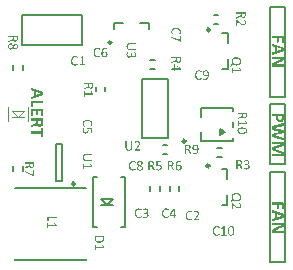
<source format=gto>
%FSAX44Y44*%
%MOMM*%
G71*
G01*
G75*
G04 Layer_Color=65535*
%ADD10R,0.9000X1.0000*%
%ADD11R,1.5000X0.6000*%
%ADD12R,1.0000X0.9000*%
%ADD13R,1.1000X0.6500*%
%ADD14R,1.0000X1.0000*%
%ADD15R,1.0000X1.0000*%
%ADD16R,0.6000X1.5000*%
%ADD17R,1.5000X1.3000*%
G04:AMPARAMS|DCode=18|XSize=1.32mm|YSize=1.68mm|CornerRadius=0.066mm|HoleSize=0mm|Usage=FLASHONLY|Rotation=90.000|XOffset=0mm|YOffset=0mm|HoleType=Round|Shape=RoundedRectangle|*
%AMROUNDEDRECTD18*
21,1,1.3200,1.5480,0,0,90.0*
21,1,1.1880,1.6800,0,0,90.0*
1,1,0.1320,0.7740,0.5940*
1,1,0.1320,0.7740,-0.5940*
1,1,0.1320,-0.7740,-0.5940*
1,1,0.1320,-0.7740,0.5940*
%
%ADD18ROUNDEDRECTD18*%
%ADD19R,1.8000X1.3000*%
G04:AMPARAMS|DCode=20|XSize=1.6mm|YSize=5.7mm|CornerRadius=0.08mm|HoleSize=0mm|Usage=FLASHONLY|Rotation=0.000|XOffset=0mm|YOffset=0mm|HoleType=Round|Shape=RoundedRectangle|*
%AMROUNDEDRECTD20*
21,1,1.6000,5.5400,0,0,0.0*
21,1,1.4400,5.7000,0,0,0.0*
1,1,0.1600,0.7200,-2.7700*
1,1,0.1600,-0.7200,-2.7700*
1,1,0.1600,-0.7200,2.7700*
1,1,0.1600,0.7200,2.7700*
%
%ADD20ROUNDEDRECTD20*%
%ADD21O,2.0000X0.6000*%
%ADD22R,1.3000X1.5000*%
%ADD23R,0.7000X0.6000*%
%ADD24R,0.7000X0.9000*%
%ADD25C,0.2000*%
%ADD26C,1.0000*%
%ADD27C,0.8000*%
%ADD28C,0.3000*%
%ADD29C,0.6000*%
%ADD30C,1.5000*%
%ADD31R,1.5000X1.5000*%
%ADD32R,1.5000X1.5000*%
%ADD33C,0.6000*%
%ADD34C,0.2500*%
%ADD35C,0.1270*%
%ADD36C,0.1000*%
%ADD37C,0.1524*%
G36*
X01560578Y00640985D02*
X01560682Y00640955D01*
X01560771Y00640881D01*
X01560786Y00640866D01*
X01560831Y00640807D01*
X01560860Y00640718D01*
X01560875Y00640614D01*
Y00638949D01*
Y00638935D01*
Y00638905D01*
Y00638845D01*
Y00638771D01*
X01560860Y00638623D01*
X01560845Y00638459D01*
Y00638444D01*
Y00638429D01*
X01560831Y00638340D01*
Y00638221D01*
X01560816Y00638088D01*
Y00638073D01*
X01560801Y00638013D01*
X01560786Y00637924D01*
X01560756Y00637820D01*
X01560727Y00637701D01*
X01560682Y00637568D01*
X01560563Y00637285D01*
Y00637270D01*
X01560533Y00637226D01*
X01560504Y00637166D01*
X01560444Y00637077D01*
X01560311Y00636884D01*
X01560132Y00636691D01*
X01560117Y00636676D01*
X01560088Y00636646D01*
X01560028Y00636602D01*
X01559969Y00636557D01*
X01559880Y00636498D01*
X01559776Y00636438D01*
X01559538Y00636334D01*
X01559523D01*
X01559478Y00636319D01*
X01559404Y00636290D01*
X01559315Y00636275D01*
X01559211Y00636245D01*
X01559077Y00636230D01*
X01558795Y00636215D01*
X01558646D01*
X01558557Y00636230D01*
X01558320Y00636260D01*
X01558082Y00636334D01*
X01558067D01*
X01558022Y00636349D01*
X01557963Y00636379D01*
X01557889Y00636409D01*
X01557710Y00636513D01*
X01557517Y00636646D01*
X01557502Y00636661D01*
X01557473Y00636676D01*
X01557428Y00636721D01*
X01557383Y00636780D01*
X01557235Y00636929D01*
X01557101Y00637122D01*
Y00637137D01*
X01557071Y00637166D01*
X01557042Y00637226D01*
X01556997Y00637300D01*
X01556953Y00637404D01*
X01556908Y00637508D01*
X01556804Y00637746D01*
Y00637731D01*
X01556789Y00637716D01*
X01556745Y00637627D01*
X01556685Y00637523D01*
X01556596Y00637404D01*
Y00637389D01*
X01556566Y00637374D01*
X01556507Y00637300D01*
X01556403Y00637211D01*
X01556284Y00637107D01*
X01556269D01*
X01556254Y00637077D01*
X01556165Y00637018D01*
X01556031Y00636929D01*
X01555868Y00636839D01*
X01555853D01*
X01555823Y00636825D01*
X01555779Y00636795D01*
X01555719Y00636765D01*
X01555541Y00636691D01*
X01555333Y00636602D01*
X01553594Y00635888D01*
X01553580D01*
X01553565Y00635874D01*
X01553475Y00635844D01*
X01553386Y00635799D01*
X01553297Y00635784D01*
X01553282D01*
X01553253Y00635770D01*
X01553208Y00635755D01*
X01553134D01*
X01553059Y00635784D01*
X01553045Y00635799D01*
X01553030Y00635814D01*
X01553015Y00635859D01*
Y00635874D01*
X01553000Y00635903D01*
Y00635963D01*
X01552985Y00636037D01*
Y00636052D01*
Y00636111D01*
X01552970Y00636200D01*
Y00636319D01*
Y00636349D01*
Y00636409D01*
Y00636483D01*
X01552985Y00636572D01*
Y00636587D01*
X01553000Y00636631D01*
Y00636691D01*
X01553015Y00636735D01*
Y00636750D01*
X01553030Y00636765D01*
X01553089Y00636839D01*
X01553104D01*
X01553119Y00636854D01*
X01553208Y00636884D01*
X01555065Y00637612D01*
X01555080D01*
X01555125Y00637642D01*
X01555184Y00637657D01*
X01555259Y00637701D01*
X01555437Y00637776D01*
X01555645Y00637880D01*
X01555660D01*
X01555690Y00637909D01*
X01555734Y00637939D01*
X01555808Y00637969D01*
X01555942Y00638073D01*
X01556091Y00638206D01*
X01556105Y00638221D01*
X01556120Y00638236D01*
X01556165Y00638281D01*
X01556195Y00638340D01*
X01556299Y00638474D01*
X01556388Y00638652D01*
Y00638667D01*
X01556403Y00638697D01*
X01556432Y00638756D01*
X01556447Y00638816D01*
X01556477Y00638905D01*
X01556492Y00639009D01*
X01556507Y00639262D01*
Y00639960D01*
X01553134D01*
X01553059Y00639990D01*
X01553045Y00640004D01*
X01553015Y00640079D01*
Y00640094D01*
X01553000Y00640123D01*
Y00640168D01*
X01552985Y00640242D01*
Y00640257D01*
Y00640302D01*
X01552970Y00640376D01*
Y00640480D01*
Y00640510D01*
Y00640569D01*
Y00640658D01*
X01552985Y00640747D01*
Y00640762D01*
X01553000Y00640792D01*
X01553015Y00640896D01*
Y00640911D01*
X01553030Y00640926D01*
X01553059Y00640985D01*
X01553089D01*
X01553163Y00641000D01*
X01560489D01*
X01560578Y00640985D01*
D02*
G37*
G36*
X01638468Y00511407D02*
X01638624Y00511368D01*
X01638800Y00511309D01*
X01647968Y00508110D01*
X01647988D01*
X01648046Y00508090D01*
X01648124Y00508051D01*
X01648183Y00508012D01*
X01648202Y00507993D01*
X01648241Y00507954D01*
X01648280Y00507895D01*
X01648319Y00507798D01*
Y00507778D01*
X01648339Y00507700D01*
X01648358Y00507583D01*
X01648378Y00507427D01*
Y00507408D01*
Y00507388D01*
Y00507330D01*
X01648397Y00507252D01*
Y00507037D01*
Y00506764D01*
Y00506744D01*
Y00506686D01*
Y00506608D01*
Y00506491D01*
Y00506257D01*
X01648378Y00506023D01*
Y00506003D01*
Y00505964D01*
X01648358Y00505847D01*
X01648339Y00505710D01*
X01648319Y00505574D01*
Y00505554D01*
X01648280Y00505496D01*
X01648241Y00505418D01*
X01648183Y00505359D01*
X01648163Y00505340D01*
X01648124Y00505320D01*
X01648046Y00505281D01*
X01647949Y00505242D01*
X01638780Y00502043D01*
X01638761D01*
X01638741Y00502024D01*
X01638605Y00501985D01*
X01638468Y00501946D01*
X01638312Y00501926D01*
X01638234D01*
X01638156Y00501946D01*
X01638078Y00502004D01*
X01638058Y00502024D01*
X01638039Y00502063D01*
X01638000Y00502160D01*
X01637980Y00502316D01*
Y00502355D01*
Y00502472D01*
X01637961Y00502667D01*
Y00502921D01*
Y00502940D01*
Y00502980D01*
Y00503058D01*
Y00503155D01*
Y00503370D01*
X01637980Y00503565D01*
Y00503604D01*
X01638000Y00503682D01*
Y00503799D01*
X01638020Y00503896D01*
Y00503916D01*
X01638039Y00503955D01*
X01638058Y00504013D01*
X01638098Y00504072D01*
X01638117D01*
X01638156Y00504091D01*
X01638273Y00504150D01*
X01640360Y00504813D01*
Y00508734D01*
X01638332Y00509378D01*
X01638312D01*
X01638273Y00509397D01*
X01638137Y00509475D01*
X01638098Y00509514D01*
X01638078Y00509553D01*
X01638039Y00509631D01*
Y00509651D01*
X01638020Y00509709D01*
X01638000Y00509827D01*
X01637980Y00509963D01*
Y00510002D01*
Y00510100D01*
X01637961Y00510275D01*
Y00510509D01*
Y00510529D01*
Y00510568D01*
Y00510646D01*
Y00510724D01*
Y00510919D01*
X01637980Y00511095D01*
Y00511133D01*
X01638000Y00511192D01*
X01638039Y00511289D01*
X01638078Y00511368D01*
X01638098Y00511387D01*
X01638156Y00511407D01*
X01638234Y00511426D01*
X01638390D01*
X01638468Y00511407D01*
D02*
G37*
G36*
X01494464Y00482288D02*
X01494538Y00482273D01*
X01494553D01*
X01494568Y00482258D01*
X01494612Y00482229D01*
X01494627Y00482214D01*
X01494642Y00482199D01*
X01494686Y00482140D01*
X01495860Y00480327D01*
X01495875Y00480312D01*
Y00480267D01*
Y00480252D01*
X01495890Y00480238D01*
X01495905Y00480178D01*
Y00480163D01*
X01495920Y00480134D01*
Y00480045D01*
Y00480030D01*
X01495935Y00480000D01*
Y00479940D01*
Y00479866D01*
Y00479837D01*
Y00479777D01*
Y00479703D01*
X01495920Y00479628D01*
Y00479614D01*
X01495905Y00479569D01*
X01495890Y00479524D01*
X01495875Y00479480D01*
Y00479465D01*
X01495860Y00479450D01*
X01495845Y00479420D01*
X01495831Y00479406D01*
X01495816Y00479391D01*
X01495756Y00479376D01*
X01488847D01*
Y00477949D01*
Y00477934D01*
Y00477920D01*
X01488817Y00477860D01*
Y00477845D01*
X01488802Y00477831D01*
X01488728Y00477801D01*
X01488713D01*
X01488698Y00477786D01*
X01488654Y00477771D01*
X01488594Y00477756D01*
X01488580D01*
X01488550Y00477741D01*
X01488490Y00477727D01*
X01488342D01*
X01488282Y00477741D01*
X01488208Y00477756D01*
X01488193D01*
X01488163Y00477771D01*
X01488074Y00477801D01*
X01488045Y00477816D01*
X01488015Y00477875D01*
Y00477890D01*
X01488000Y00477949D01*
Y00482065D01*
Y00482095D01*
X01488015Y00482155D01*
X01488030Y00482169D01*
X01488074Y00482214D01*
X01488089D01*
X01488119Y00482229D01*
X01488208Y00482258D01*
X01488268D01*
X01488327Y00482273D01*
X01488475D01*
X01488594Y00482258D01*
X01488609D01*
X01488639Y00482244D01*
X01488683Y00482229D01*
X01488728Y00482214D01*
X01488743D01*
X01488758Y00482199D01*
X01488817Y00482155D01*
Y00482140D01*
X01488832Y00482125D01*
X01488847Y00482065D01*
Y00480416D01*
X01494835D01*
X01493929Y00481946D01*
X01493914Y00481961D01*
X01493884Y00482006D01*
X01493854Y00482065D01*
X01493840Y00482125D01*
Y00482140D01*
Y00482169D01*
X01493869Y00482244D01*
X01493884D01*
X01493899Y00482258D01*
X01493944Y00482273D01*
X01494003Y00482288D01*
X01494062D01*
X01494137Y00482303D01*
X01494434D01*
X01494464Y00482288D01*
D02*
G37*
G36*
X01647715Y00500561D02*
X01647793D01*
X01647968Y00500482D01*
X01648066Y00500443D01*
X01648144Y00500365D01*
Y00500346D01*
X01648183Y00500326D01*
X01648241Y00500209D01*
X01648300Y00500053D01*
X01648339Y00499819D01*
Y00498707D01*
Y00498688D01*
Y00498649D01*
Y00498532D01*
X01648319Y00498356D01*
X01648280Y00498200D01*
Y00498181D01*
X01648261Y00498161D01*
X01648241Y00498064D01*
X01648183Y00497947D01*
X01648105Y00497830D01*
X01648085Y00497790D01*
X01648027Y00497732D01*
X01647910Y00497615D01*
X01647773Y00497517D01*
X01647734Y00497498D01*
X01647637Y00497420D01*
X01647461Y00497322D01*
X01647246Y00497205D01*
X01643462Y00495196D01*
X01643443D01*
X01643403Y00495157D01*
X01643345Y00495138D01*
X01643247Y00495079D01*
X01643052Y00494981D01*
X01642799Y00494865D01*
X01642779D01*
X01642740Y00494826D01*
X01642682Y00494806D01*
X01642584Y00494747D01*
X01642389Y00494650D01*
X01642135Y00494533D01*
X01642116D01*
X01642077Y00494494D01*
X01642018Y00494474D01*
X01641921Y00494435D01*
X01641726Y00494318D01*
X01641472Y00494221D01*
X01641453D01*
X01641414Y00494201D01*
X01641355Y00494162D01*
X01641277Y00494123D01*
X01641082Y00494026D01*
X01640848Y00493909D01*
X01641063D01*
X01641199Y00493928D01*
X01641570D01*
X01641999Y00493948D01*
X01648066D01*
X01648163Y00493909D01*
X01648183D01*
X01648202Y00493870D01*
X01648241Y00493831D01*
X01648280Y00493753D01*
Y00493733D01*
X01648300Y00493675D01*
X01648319Y00493577D01*
X01648339Y00493460D01*
Y00493421D01*
X01648358Y00493323D01*
X01648378Y00493187D01*
Y00492992D01*
Y00492972D01*
Y00492953D01*
Y00492836D01*
X01648358Y00492680D01*
X01648339Y00492543D01*
Y00492504D01*
X01648319Y00492426D01*
X01648300Y00492328D01*
X01648280Y00492251D01*
Y00492231D01*
X01648261Y00492192D01*
X01648222Y00492153D01*
X01648163Y00492114D01*
Y00492094D01*
X01648124Y00492075D01*
X01648085Y00492055D01*
X01638624D01*
X01638507Y00492094D01*
X01638390Y00492133D01*
X01638371Y00492153D01*
X01638312Y00492173D01*
X01638234Y00492231D01*
X01638156Y00492309D01*
X01638137Y00492328D01*
X01638098Y00492368D01*
X01638058Y00492465D01*
X01638020Y00492563D01*
Y00492582D01*
X01638000Y00492641D01*
X01637980Y00492738D01*
Y00492855D01*
Y00493753D01*
Y00493772D01*
Y00493792D01*
Y00493909D01*
X01638000Y00494065D01*
X01638020Y00494240D01*
X01638039Y00494279D01*
X01638078Y00494357D01*
X01638137Y00494474D01*
X01638234Y00494611D01*
X01638254Y00494630D01*
X01638351Y00494708D01*
X01638468Y00494826D01*
X01638644Y00494943D01*
X01638663D01*
X01638683Y00494962D01*
X01638741Y00495001D01*
X01638819Y00495040D01*
X01639014Y00495157D01*
X01639288Y00495294D01*
X01644125Y00497869D01*
X01644145D01*
X01644203Y00497908D01*
X01644281Y00497947D01*
X01644398Y00498005D01*
X01644535Y00498064D01*
X01644691Y00498142D01*
X01645042Y00498317D01*
X01645062Y00498337D01*
X01645120Y00498356D01*
X01645237Y00498395D01*
X01645354Y00498454D01*
X01645510Y00498512D01*
X01645686Y00498590D01*
X01646037Y00498727D01*
Y00498746D01*
X01645822D01*
X01645666Y00498727D01*
X01645296D01*
X01644866Y00498707D01*
X01644652D01*
X01644515Y00498688D01*
X01638254D01*
X01638195Y00498707D01*
X01638137Y00498746D01*
X01638098Y00498785D01*
X01638078Y00498824D01*
X01638039Y00498903D01*
Y00498922D01*
X01638020Y00498980D01*
X01638000Y00499058D01*
X01637980Y00499195D01*
Y00499234D01*
Y00499312D01*
X01637961Y00499468D01*
Y00499663D01*
Y00499683D01*
Y00499702D01*
Y00499819D01*
Y00499975D01*
X01637980Y00500131D01*
Y00500151D01*
X01638000Y00500229D01*
X01638020Y00500326D01*
X01638039Y00500405D01*
Y00500424D01*
X01638058Y00500463D01*
X01638098Y00500502D01*
X01638137Y00500541D01*
X01638156D01*
X01638195Y00500561D01*
X01638293Y00500580D01*
X01647637D01*
X01647715Y00500561D01*
D02*
G37*
G36*
X01555645Y00634952D02*
X01555660D01*
X01555690Y00634938D01*
X01555779Y00634893D01*
X01555793D01*
X01555823Y00634878D01*
X01555883Y00634848D01*
X01555942Y00634819D01*
X01560727Y00632010D01*
X01560741D01*
X01560756Y00631981D01*
X01560801Y00631921D01*
X01560816Y00631906D01*
X01560831Y00631877D01*
X01560845Y00631832D01*
X01560860Y00631772D01*
Y00631758D01*
X01560875Y00631698D01*
X01560890Y00631624D01*
X01560905Y00631535D01*
Y00631505D01*
X01560920Y00631446D01*
Y00631342D01*
Y00631223D01*
Y00631208D01*
Y00631193D01*
Y00631104D01*
X01560905Y00630985D01*
X01560890Y00630866D01*
Y00630836D01*
X01560875Y00630777D01*
X01560860Y00630703D01*
X01560845Y00630628D01*
Y00630614D01*
X01560831Y00630569D01*
X01560816Y00630524D01*
X01560786Y00630480D01*
Y00630465D01*
X01560771Y00630450D01*
X01560741Y00630435D01*
X01560697Y00630420D01*
X01555675D01*
Y00629544D01*
Y00629529D01*
X01555660Y00629484D01*
X01555630Y00629425D01*
X01555556Y00629380D01*
X01555541Y00629365D01*
X01555481Y00629336D01*
X01555377Y00629321D01*
X01555244Y00629306D01*
X01555125D01*
X01555021Y00629336D01*
X01554917Y00629365D01*
X01554902Y00629380D01*
X01554872Y00629410D01*
X01554828Y00629469D01*
X01554813Y00629544D01*
Y00630420D01*
X01553119D01*
X01553059Y00630450D01*
X01553045Y00630465D01*
X01553015Y00630539D01*
Y00630554D01*
X01553000Y00630584D01*
Y00630628D01*
X01552985Y00630703D01*
Y00630718D01*
Y00630777D01*
X01552970Y00630851D01*
Y00630955D01*
Y00630985D01*
Y00631045D01*
Y00631119D01*
X01552985Y00631208D01*
Y00631223D01*
X01553000Y00631267D01*
Y00631327D01*
X01553015Y00631371D01*
Y00631386D01*
X01553030Y00631401D01*
X01553045Y00631431D01*
X01553059Y00631446D01*
X01553089D01*
X01553149Y00631460D01*
X01554813D01*
Y00634700D01*
Y00634715D01*
Y00634744D01*
X01554828Y00634819D01*
X01554843Y00634848D01*
X01554887Y00634908D01*
X01554902D01*
X01554932Y00634923D01*
X01554976Y00634938D01*
X01555036Y00634952D01*
X01555095D01*
X01555169Y00634967D01*
X01555526D01*
X01555645Y00634952D01*
D02*
G37*
G36*
X01559999Y00553126D02*
X01560162Y00553112D01*
X01560207D01*
X01560251Y00553097D01*
X01560311D01*
X01560444Y00553067D01*
X01560593Y00553037D01*
X01560623D01*
X01560712Y00553008D01*
X01560816Y00552978D01*
X01560920Y00552933D01*
X01560935Y00552919D01*
X01560994Y00552904D01*
X01561054Y00552874D01*
X01561098Y00552844D01*
X01561113D01*
X01561128Y00552829D01*
X01561158Y00552770D01*
X01561172Y00552755D01*
X01561202Y00552681D01*
X01561217Y00552651D01*
Y00552577D01*
Y00552562D01*
X01561232Y00552547D01*
Y00552502D01*
Y00552443D01*
Y00552428D01*
Y00552383D01*
Y00552324D01*
X01561217Y00552250D01*
Y00552235D01*
Y00552205D01*
X01561187Y00552116D01*
X01561172Y00552086D01*
X01561143Y00552042D01*
X01561128D01*
X01561054Y00552027D01*
X01561009D01*
X01560950Y00552042D01*
X01560875Y00552071D01*
X01560860Y00552086D01*
X01560801Y00552101D01*
X01560712Y00552131D01*
X01560593Y00552161D01*
X01560563Y00552175D01*
X01560489Y00552190D01*
X01560355Y00552235D01*
X01560192Y00552265D01*
X01560177D01*
X01560147Y00552280D01*
X01560103D01*
X01560028Y00552294D01*
X01559865Y00552309D01*
X01559553D01*
X01559449Y00552294D01*
X01559315Y00552280D01*
X01559152Y00552250D01*
X01558988Y00552205D01*
X01558825Y00552146D01*
X01558661Y00552071D01*
X01558647Y00552057D01*
X01558602Y00552027D01*
X01558528Y00551982D01*
X01558424Y00551908D01*
X01558320Y00551819D01*
X01558216Y00551715D01*
X01558097Y00551581D01*
X01557993Y00551447D01*
X01557978Y00551433D01*
X01557948Y00551373D01*
X01557903Y00551299D01*
X01557859Y00551195D01*
X01557785Y00551061D01*
X01557725Y00550898D01*
X01557666Y00550734D01*
X01557621Y00550541D01*
Y00550511D01*
X01557606Y00550452D01*
X01557577Y00550348D01*
X01557562Y00550214D01*
X01557532Y00550065D01*
X01557502Y00549872D01*
X01557487Y00549679D01*
X01557473Y00549471D01*
X01557487D01*
X01557502Y00549486D01*
X01557577Y00549531D01*
X01557695Y00549590D01*
X01557829Y00549650D01*
X01557844D01*
X01557859Y00549664D01*
X01557903Y00549679D01*
X01557963Y00549709D01*
X01558097Y00549768D01*
X01558260Y00549813D01*
X01558275D01*
X01558305Y00549828D01*
X01558349Y00549843D01*
X01558409Y00549857D01*
X01558572Y00549902D01*
X01558750Y00549932D01*
X01558765D01*
X01558795Y00549947D01*
X01558855D01*
X01558929Y00549962D01*
X01559107Y00549976D01*
X01559315Y00549991D01*
X01559419D01*
X01559538Y00549976D01*
X01559687D01*
X01559865Y00549947D01*
X01560043Y00549917D01*
X01560222Y00549872D01*
X01560385Y00549813D01*
X01560400Y00549798D01*
X01560459Y00549783D01*
X01560534Y00549739D01*
X01560638Y00549679D01*
X01560875Y00549531D01*
X01560994Y00549427D01*
X01561098Y00549323D01*
X01561113Y00549308D01*
X01561143Y00549263D01*
X01561187Y00549204D01*
X01561262Y00549129D01*
X01561321Y00549025D01*
X01561380Y00548892D01*
X01561455Y00548758D01*
X01561499Y00548609D01*
Y00548595D01*
X01561514Y00548535D01*
X01561544Y00548446D01*
X01561559Y00548342D01*
X01561588Y00548208D01*
X01561603Y00548045D01*
X01561618Y00547881D01*
Y00547703D01*
Y00547673D01*
Y00547614D01*
X01561603Y00547510D01*
Y00547376D01*
X01561574Y00547228D01*
X01561544Y00547064D01*
X01561514Y00546871D01*
X01561455Y00546693D01*
Y00546678D01*
X01561425Y00546618D01*
X01561380Y00546529D01*
X01561336Y00546410D01*
X01561262Y00546277D01*
X01561172Y00546128D01*
X01561083Y00545994D01*
X01560965Y00545846D01*
X01560950Y00545831D01*
X01560905Y00545786D01*
X01560831Y00545712D01*
X01560742Y00545638D01*
X01560623Y00545533D01*
X01560474Y00545444D01*
X01560311Y00545340D01*
X01560132Y00545251D01*
X01560103Y00545236D01*
X01560043Y00545221D01*
X01559939Y00545192D01*
X01559791Y00545147D01*
X01559627Y00545103D01*
X01559419Y00545073D01*
X01559196Y00545058D01*
X01558944Y00545043D01*
X01558765D01*
X01558647Y00545058D01*
X01558513Y00545073D01*
X01558364Y00545088D01*
X01558067Y00545162D01*
X01558052D01*
X01558008Y00545192D01*
X01557933Y00545207D01*
X01557844Y00545251D01*
X01557636Y00545355D01*
X01557413Y00545504D01*
X01557398Y00545519D01*
X01557369Y00545548D01*
X01557309Y00545593D01*
X01557250Y00545652D01*
X01557175Y00545742D01*
X01557101Y00545831D01*
X01556938Y00546054D01*
Y00546068D01*
X01556908Y00546113D01*
X01556878Y00546172D01*
X01556834Y00546277D01*
X01556789Y00546381D01*
X01556745Y00546499D01*
X01556640Y00546796D01*
Y00546811D01*
X01556626Y00546871D01*
X01556611Y00546960D01*
X01556581Y00547079D01*
X01556566Y00547213D01*
X01556537Y00547361D01*
X01556492Y00547718D01*
Y00547747D01*
Y00547807D01*
X01556477Y00547911D01*
Y00548045D01*
X01556462Y00548208D01*
Y00548386D01*
X01556447Y00548595D01*
Y00548802D01*
Y00548832D01*
Y00548892D01*
Y00548996D01*
Y00549114D01*
X01556462Y00549278D01*
Y00549441D01*
X01556492Y00549813D01*
Y00549843D01*
X01556507Y00549902D01*
X01556522Y00550006D01*
X01556537Y00550140D01*
X01556566Y00550288D01*
X01556596Y00550452D01*
X01556685Y00550808D01*
Y00550838D01*
X01556715Y00550898D01*
X01556745Y00550987D01*
X01556789Y00551106D01*
X01556848Y00551239D01*
X01556908Y00551403D01*
X01557071Y00551715D01*
X01557086Y00551730D01*
X01557116Y00551789D01*
X01557161Y00551864D01*
X01557235Y00551968D01*
X01557324Y00552086D01*
X01557428Y00552205D01*
X01557666Y00552458D01*
X01557681Y00552473D01*
X01557725Y00552517D01*
X01557814Y00552562D01*
X01557918Y00552636D01*
X01558037Y00552710D01*
X01558186Y00552800D01*
X01558364Y00552874D01*
X01558542Y00552948D01*
X01558572Y00552963D01*
X01558632Y00552978D01*
X01558736Y00553008D01*
X01558884Y00553052D01*
X01559048Y00553082D01*
X01559256Y00553112D01*
X01559479Y00553126D01*
X01559716Y00553141D01*
X01559850D01*
X01559999Y00553126D01*
D02*
G37*
G36*
X01647793Y00517980D02*
X01647871D01*
X01648046Y00517922D01*
X01648183Y00517824D01*
X01648202Y00517785D01*
X01648261Y00517707D01*
X01648319Y00517571D01*
X01648339Y00517395D01*
Y00512519D01*
Y00512499D01*
Y00512480D01*
X01648319Y00512440D01*
X01648280Y00512401D01*
Y00512382D01*
X01648241Y00512362D01*
X01648202Y00512343D01*
X01648144Y00512304D01*
X01648124D01*
X01648066Y00512284D01*
X01647988Y00512265D01*
X01647871Y00512245D01*
X01647851D01*
X01647754Y00512226D01*
X01647637Y00512206D01*
X01647324D01*
X01647188Y00512226D01*
X01647051Y00512245D01*
X01647032D01*
X01646954Y00512265D01*
X01646876Y00512284D01*
X01646798Y00512304D01*
X01646778D01*
X01646739Y00512323D01*
X01646700Y00512362D01*
X01646661Y00512401D01*
X01646642Y00512440D01*
X01646622Y00512519D01*
Y00515893D01*
X01643833D01*
Y00512733D01*
Y00512714D01*
Y00512694D01*
X01643813Y00512655D01*
X01643774Y00512616D01*
Y00512597D01*
X01643735Y00512577D01*
X01643696Y00512557D01*
X01643638Y00512519D01*
X01643618Y00512499D01*
X01643579Y00512480D01*
X01643501Y00512460D01*
X01643384Y00512440D01*
X01643365D01*
X01643286Y00512421D01*
X01642740D01*
X01642604Y00512440D01*
X01642584D01*
X01642506Y00512460D01*
X01642428Y00512480D01*
X01642331Y00512519D01*
X01642311D01*
X01642272Y00512538D01*
X01642233Y00512577D01*
X01642194Y00512616D01*
X01642175Y00512635D01*
X01642155Y00512733D01*
Y00515893D01*
X01638254D01*
X01638195Y00515913D01*
X01638137Y00515952D01*
X01638098Y00515991D01*
X01638078Y00516049D01*
X01638039Y00516127D01*
Y00516147D01*
X01638020Y00516205D01*
X01638000Y00516322D01*
X01637980Y00516459D01*
Y00516498D01*
Y00516595D01*
X01637961Y00516752D01*
Y00516947D01*
Y00516966D01*
Y00517005D01*
Y00517064D01*
Y00517122D01*
Y00517298D01*
X01637980Y00517473D01*
Y00517512D01*
X01638000Y00517590D01*
X01638020Y00517688D01*
X01638039Y00517785D01*
Y00517805D01*
X01638058Y00517844D01*
X01638098Y00517902D01*
X01638137Y00517961D01*
X01638156D01*
X01638195Y00517980D01*
X01638312Y00518000D01*
X01647734D01*
X01647793Y00517980D01*
D02*
G37*
G36*
X01544232Y00553008D02*
X01544246D01*
X01544261Y00552993D01*
X01544306Y00552919D01*
Y00552904D01*
X01544321Y00552889D01*
X01544336Y00552844D01*
X01544350Y00552785D01*
Y00552770D01*
X01544365Y00552725D01*
X01544380Y00552666D01*
Y00552577D01*
Y00552562D01*
Y00552547D01*
Y00552458D01*
X01544350Y00552354D01*
X01544321Y00552250D01*
X01544306Y00552235D01*
X01544276Y00552190D01*
X01544232Y00552146D01*
X01544157Y00552131D01*
X01541334D01*
Y00549917D01*
X01541364D01*
X01541453Y00549932D01*
X01541587Y00549947D01*
X01541824D01*
X01541884Y00549962D01*
X01542345D01*
X01542478Y00549947D01*
X01542627D01*
X01542805Y00549917D01*
X01542998Y00549887D01*
X01543192Y00549857D01*
X01543385Y00549798D01*
X01543400D01*
X01543474Y00549768D01*
X01543563Y00549724D01*
X01543667Y00549679D01*
X01543801Y00549620D01*
X01543934Y00549531D01*
X01544068Y00549441D01*
X01544202Y00549337D01*
X01544217Y00549323D01*
X01544261Y00549278D01*
X01544321Y00549219D01*
X01544380Y00549129D01*
X01544469Y00549025D01*
X01544544Y00548907D01*
X01544618Y00548758D01*
X01544692Y00548609D01*
X01544707Y00548595D01*
X01544722Y00548535D01*
X01544752Y00548446D01*
X01544781Y00548342D01*
X01544811Y00548208D01*
X01544841Y00548045D01*
X01544870Y00547866D01*
Y00547688D01*
Y00547658D01*
Y00547584D01*
X01544856Y00547465D01*
X01544841Y00547302D01*
X01544811Y00547138D01*
X01544781Y00546945D01*
X01544722Y00546752D01*
X01544648Y00546559D01*
X01544633Y00546544D01*
X01544603Y00546484D01*
X01544559Y00546381D01*
X01544499Y00546277D01*
X01544410Y00546143D01*
X01544306Y00545994D01*
X01544187Y00545860D01*
X01544038Y00545727D01*
X01544024Y00545712D01*
X01543964Y00545667D01*
X01543890Y00545608D01*
X01543786Y00545533D01*
X01543637Y00545444D01*
X01543489Y00545370D01*
X01543310Y00545281D01*
X01543117Y00545207D01*
X01543087D01*
X01543028Y00545177D01*
X01542909Y00545162D01*
X01542760Y00545132D01*
X01542582Y00545103D01*
X01542389Y00545073D01*
X01542151Y00545058D01*
X01541914Y00545043D01*
X01541780D01*
X01541691Y00545058D01*
X01541587D01*
X01541483Y00545073D01*
X01541230Y00545103D01*
X01541215D01*
X01541171Y00545117D01*
X01541111D01*
X01541037Y00545132D01*
X01540844Y00545177D01*
X01540636Y00545221D01*
X01540621D01*
X01540591Y00545236D01*
X01540547Y00545251D01*
X01540487Y00545266D01*
X01540353Y00545311D01*
X01540220Y00545370D01*
X01540190Y00545385D01*
X01540130Y00545415D01*
X01540056Y00545444D01*
X01540012Y00545474D01*
Y00545489D01*
X01539982Y00545504D01*
X01539937Y00545548D01*
Y00545563D01*
X01539922Y00545578D01*
X01539908Y00545638D01*
Y00545652D01*
Y00545682D01*
X01539893Y00545771D01*
Y00545786D01*
Y00545831D01*
Y00545890D01*
Y00545964D01*
Y00545979D01*
Y00546024D01*
Y00546143D01*
Y00546158D01*
X01539908Y00546187D01*
Y00546232D01*
X01539922Y00546277D01*
Y00546291D01*
X01539937Y00546306D01*
X01539982Y00546366D01*
X01539997D01*
X01540012Y00546381D01*
X01540056Y00546395D01*
X01540071D01*
X01540101Y00546381D01*
X01540160Y00546366D01*
X01540249Y00546306D01*
X01540279Y00546291D01*
X01540338Y00546262D01*
X01540457Y00546202D01*
X01540591Y00546143D01*
X01540606D01*
X01540636Y00546128D01*
X01540680Y00546113D01*
X01540740Y00546083D01*
X01540918Y00546039D01*
X01541126Y00545979D01*
X01541141D01*
X01541185Y00545964D01*
X01541260Y00545950D01*
X01541349D01*
X01541453Y00545935D01*
X01541587Y00545920D01*
X01541735Y00545905D01*
X01542032D01*
X01542137Y00545920D01*
X01542255D01*
X01542374Y00545950D01*
X01542642Y00545994D01*
X01542657D01*
X01542701Y00546009D01*
X01542760Y00546039D01*
X01542850Y00546068D01*
X01543028Y00546172D01*
X01543221Y00546306D01*
X01543236Y00546321D01*
X01543266Y00546351D01*
X01543310Y00546395D01*
X01543370Y00546455D01*
X01543489Y00546618D01*
X01543607Y00546826D01*
Y00546841D01*
X01543637Y00546886D01*
X01543652Y00546945D01*
X01543682Y00547034D01*
X01543712Y00547153D01*
X01543726Y00547272D01*
X01543756Y00547421D01*
Y00547584D01*
Y00547599D01*
Y00547644D01*
Y00547718D01*
X01543741Y00547807D01*
X01543712Y00548030D01*
X01543637Y00548253D01*
Y00548268D01*
X01543622Y00548297D01*
X01543593Y00548357D01*
X01543548Y00548431D01*
X01543429Y00548580D01*
X01543266Y00548743D01*
X01543251Y00548758D01*
X01543221Y00548773D01*
X01543162Y00548802D01*
X01543087Y00548847D01*
X01542998Y00548892D01*
X01542894Y00548951D01*
X01542642Y00549025D01*
X01542627D01*
X01542582Y00549040D01*
X01542493Y00549055D01*
X01542389Y00549085D01*
X01542255Y00549100D01*
X01542107Y00549114D01*
X01541928Y00549129D01*
X01541512D01*
X01541304Y00549114D01*
X01541096Y00549085D01*
X01541052D01*
X01541007Y00549070D01*
X01540933D01*
X01540784Y00549055D01*
X01540576D01*
X01540502Y00549070D01*
X01540428Y00549085D01*
X01540353Y00549129D01*
X01540338Y00549144D01*
X01540324Y00549189D01*
X01540309Y00549293D01*
X01540294Y00549427D01*
Y00552636D01*
Y00552651D01*
Y00552666D01*
X01540309Y00552740D01*
X01540338Y00552844D01*
X01540383Y00552933D01*
X01540398Y00552948D01*
X01540457Y00552993D01*
X01540532Y00553022D01*
X01540651Y00553037D01*
X01544172D01*
X01544232Y00553008D01*
D02*
G37*
G36*
X01535925Y00553022D02*
X01536089Y00553008D01*
X01536119D01*
X01536208Y00552993D01*
X01536327D01*
X01536460Y00552978D01*
X01536475D01*
X01536535Y00552963D01*
X01536624Y00552948D01*
X01536728Y00552919D01*
X01536847Y00552889D01*
X01536980Y00552844D01*
X01537263Y00552725D01*
X01537278D01*
X01537322Y00552696D01*
X01537382Y00552666D01*
X01537471Y00552606D01*
X01537664Y00552473D01*
X01537857Y00552294D01*
X01537872Y00552280D01*
X01537902Y00552250D01*
X01537946Y00552190D01*
X01537991Y00552131D01*
X01538050Y00552042D01*
X01538110Y00551938D01*
X01538214Y00551700D01*
Y00551685D01*
X01538228Y00551641D01*
X01538258Y00551566D01*
X01538273Y00551477D01*
X01538303Y00551373D01*
X01538318Y00551239D01*
X01538333Y00550957D01*
Y00550942D01*
Y00550883D01*
Y00550808D01*
X01538318Y00550719D01*
X01538288Y00550482D01*
X01538214Y00550244D01*
Y00550229D01*
X01538199Y00550184D01*
X01538169Y00550125D01*
X01538139Y00550051D01*
X01538035Y00549872D01*
X01537902Y00549679D01*
X01537887Y00549664D01*
X01537872Y00549635D01*
X01537827Y00549590D01*
X01537768Y00549546D01*
X01537619Y00549397D01*
X01537426Y00549263D01*
X01537411D01*
X01537382Y00549233D01*
X01537322Y00549204D01*
X01537248Y00549159D01*
X01537144Y00549114D01*
X01537040Y00549070D01*
X01536802Y00548966D01*
X01536817D01*
X01536832Y00548951D01*
X01536921Y00548907D01*
X01537025Y00548847D01*
X01537144Y00548758D01*
X01537159D01*
X01537174Y00548728D01*
X01537248Y00548669D01*
X01537337Y00548565D01*
X01537441Y00548446D01*
Y00548431D01*
X01537471Y00548416D01*
X01537530Y00548327D01*
X01537619Y00548193D01*
X01537708Y00548030D01*
Y00548015D01*
X01537723Y00547985D01*
X01537753Y00547941D01*
X01537783Y00547881D01*
X01537857Y00547703D01*
X01537946Y00547495D01*
X01538660Y00545756D01*
Y00545742D01*
X01538674Y00545727D01*
X01538704Y00545638D01*
X01538749Y00545548D01*
X01538763Y00545459D01*
Y00545444D01*
X01538778Y00545415D01*
X01538793Y00545370D01*
Y00545326D01*
Y00545311D01*
Y00545296D01*
X01538763Y00545221D01*
X01538749Y00545207D01*
X01538734Y00545192D01*
X01538689Y00545177D01*
X01538674D01*
X01538645Y00545162D01*
X01538585D01*
X01538511Y00545147D01*
X01538437D01*
X01538347Y00545132D01*
X01538065D01*
X01537976Y00545147D01*
X01537961D01*
X01537917Y00545162D01*
X01537857D01*
X01537812Y00545177D01*
X01537798D01*
X01537783Y00545192D01*
X01537708Y00545251D01*
Y00545266D01*
X01537694Y00545281D01*
X01537664Y00545370D01*
X01536936Y00547228D01*
Y00547242D01*
X01536906Y00547287D01*
X01536891Y00547346D01*
X01536847Y00547421D01*
X01536772Y00547599D01*
X01536668Y00547807D01*
Y00547822D01*
X01536639Y00547851D01*
X01536609Y00547896D01*
X01536579Y00547970D01*
X01536475Y00548104D01*
X01536342Y00548253D01*
X01536327Y00548268D01*
X01536312Y00548282D01*
X01536267Y00548327D01*
X01536208Y00548357D01*
X01536074Y00548461D01*
X01535896Y00548550D01*
X01535881D01*
X01535851Y00548565D01*
X01535792Y00548595D01*
X01535732Y00548609D01*
X01535643Y00548639D01*
X01535539Y00548654D01*
X01535287Y00548669D01*
X01534588D01*
Y00545326D01*
Y00545311D01*
Y00545296D01*
X01534558Y00545221D01*
X01534543Y00545207D01*
X01534469Y00545177D01*
X01534454D01*
X01534425Y00545162D01*
X01534380D01*
X01534306Y00545147D01*
X01534246D01*
X01534172Y00545132D01*
X01533890D01*
X01533801Y00545147D01*
X01533786D01*
X01533756Y00545162D01*
X01533652Y00545177D01*
X01533637D01*
X01533622Y00545192D01*
X01533563Y00545221D01*
Y00545236D01*
Y00545251D01*
X01533548Y00545326D01*
Y00552606D01*
Y00552621D01*
Y00552651D01*
X01533563Y00552740D01*
X01533593Y00552844D01*
X01533667Y00552933D01*
X01533682Y00552948D01*
X01533741Y00552993D01*
X01533830Y00553022D01*
X01533934Y00553037D01*
X01535777D01*
X01535925Y00553022D01*
D02*
G37*
G36*
X01557086Y00665985D02*
X01557190D01*
X01557413Y00665970D01*
X01557695Y00665941D01*
X01557978Y00665896D01*
X01558275Y00665836D01*
X01558572Y00665762D01*
X01558587D01*
X01558602Y00665747D01*
X01558646Y00665732D01*
X01558706Y00665718D01*
X01558840Y00665658D01*
X01559033Y00665584D01*
X01559226Y00665480D01*
X01559449Y00665361D01*
X01559672Y00665212D01*
X01559880Y00665049D01*
X01559909Y00665034D01*
X01559969Y00664960D01*
X01560058Y00664871D01*
X01560177Y00664737D01*
X01560311Y00664588D01*
X01560444Y00664395D01*
X01560578Y00664187D01*
X01560697Y00663964D01*
Y00663949D01*
X01560712Y00663935D01*
X01560741Y00663845D01*
X01560786Y00663727D01*
X01560845Y00663548D01*
X01560890Y00663340D01*
X01560935Y00663102D01*
X01560964Y00662835D01*
X01560979Y00662553D01*
Y00662538D01*
Y00662493D01*
Y00662434D01*
X01560964Y00662345D01*
X01560950Y00662137D01*
X01560905Y00661899D01*
Y00661884D01*
X01560890Y00661840D01*
X01560875Y00661780D01*
X01560860Y00661706D01*
X01560816Y00661513D01*
X01560741Y00661304D01*
Y00661290D01*
X01560727Y00661260D01*
X01560712Y00661200D01*
X01560682Y00661141D01*
X01560608Y00660978D01*
X01560519Y00660814D01*
Y00660799D01*
X01560504Y00660785D01*
X01560444Y00660695D01*
X01560385Y00660591D01*
X01560325Y00660517D01*
X01560311Y00660502D01*
X01560281Y00660472D01*
X01560251Y00660428D01*
X01560207Y00660413D01*
X01560177Y00660398D01*
X01560103Y00660368D01*
X01560088D01*
X01560058Y00660354D01*
X01560013D01*
X01559954Y00660339D01*
X01559939D01*
X01559909Y00660324D01*
X01559642D01*
X01559568Y00660339D01*
X01559553D01*
X01559523Y00660354D01*
X01559419Y00660383D01*
X01559404D01*
X01559389Y00660398D01*
X01559330Y00660443D01*
Y00660458D01*
X01559315Y00660517D01*
Y00660532D01*
X01559330Y00660576D01*
X01559360Y00660651D01*
X01559419Y00660755D01*
X01559434Y00660785D01*
X01559493Y00660859D01*
X01559583Y00660993D01*
X01559686Y00661156D01*
Y00661171D01*
X01559716Y00661200D01*
X01559746Y00661245D01*
X01559776Y00661319D01*
X01559820Y00661409D01*
X01559865Y00661498D01*
X01559954Y00661736D01*
Y00661750D01*
X01559969Y00661795D01*
X01559999Y00661869D01*
X01560013Y00661973D01*
X01560043Y00662092D01*
X01560058Y00662226D01*
X01560073Y00662389D01*
Y00662568D01*
Y00662597D01*
Y00662657D01*
X01560058Y00662761D01*
X01560043Y00662880D01*
X01560013Y00663028D01*
X01559984Y00663192D01*
X01559924Y00663355D01*
X01559850Y00663519D01*
X01559835Y00663533D01*
X01559805Y00663593D01*
X01559761Y00663667D01*
X01559701Y00663771D01*
X01559612Y00663890D01*
X01559493Y00664009D01*
X01559375Y00664143D01*
X01559226Y00664261D01*
X01559211Y00664276D01*
X01559152Y00664306D01*
X01559062Y00664365D01*
X01558958Y00664425D01*
X01558810Y00664499D01*
X01558632Y00664574D01*
X01558438Y00664648D01*
X01558230Y00664722D01*
X01558201D01*
X01558126Y00664752D01*
X01558008Y00664767D01*
X01557844Y00664796D01*
X01557651Y00664826D01*
X01557428Y00664856D01*
X01557175Y00664871D01*
X01556893Y00664886D01*
X01556759D01*
X01556626Y00664871D01*
X01556447D01*
X01556239Y00664856D01*
X01556016Y00664826D01*
X01555779Y00664782D01*
X01555556Y00664737D01*
X01555526Y00664722D01*
X01555467Y00664707D01*
X01555348Y00664663D01*
X01555214Y00664618D01*
X01555065Y00664559D01*
X01554902Y00664470D01*
X01554738Y00664380D01*
X01554590Y00664276D01*
X01554575Y00664261D01*
X01554530Y00664217D01*
X01554456Y00664157D01*
X01554367Y00664068D01*
X01554278Y00663964D01*
X01554189Y00663831D01*
X01554085Y00663682D01*
X01554010Y00663533D01*
X01553996Y00663519D01*
X01553981Y00663459D01*
X01553951Y00663370D01*
X01553921Y00663236D01*
X01553877Y00663088D01*
X01553847Y00662924D01*
X01553832Y00662731D01*
X01553817Y00662538D01*
Y00662523D01*
Y00662464D01*
Y00662374D01*
X01553832Y00662255D01*
X01553847Y00662122D01*
X01553862Y00661988D01*
X01553921Y00661721D01*
Y00661706D01*
X01553936Y00661661D01*
X01553966Y00661602D01*
X01553996Y00661513D01*
X01554085Y00661319D01*
X01554174Y00661126D01*
Y00661111D01*
X01554204Y00661082D01*
X01554233Y00661037D01*
X01554263Y00660978D01*
X01554352Y00660844D01*
X01554441Y00660710D01*
Y00660695D01*
X01554456Y00660680D01*
X01554501Y00660621D01*
X01554545Y00660532D01*
X01554560Y00660458D01*
Y00660443D01*
Y00660428D01*
X01554530Y00660383D01*
X01554516Y00660368D01*
X01554501Y00660354D01*
X01554456Y00660339D01*
X01554441D01*
X01554427Y00660324D01*
X01554382D01*
X01554322Y00660309D01*
X01554308D01*
X01554263Y00660294D01*
X01554025D01*
X01553921Y00660309D01*
X01553877D01*
X01553788Y00660324D01*
X01553773D01*
X01553758Y00660339D01*
X01553683Y00660368D01*
X01553654Y00660383D01*
X01553624Y00660413D01*
X01553580Y00660458D01*
X01553565Y00660472D01*
X01553535Y00660517D01*
X01553475Y00660591D01*
X01553401Y00660710D01*
Y00660725D01*
X01553386Y00660740D01*
X01553357Y00660785D01*
X01553327Y00660844D01*
X01553253Y00660993D01*
X01553163Y00661200D01*
Y00661215D01*
X01553149Y00661245D01*
X01553119Y00661304D01*
X01553089Y00661394D01*
X01553059Y00661483D01*
X01553030Y00661602D01*
X01552970Y00661854D01*
Y00661869D01*
X01552955Y00661914D01*
X01552941Y00661988D01*
Y00662092D01*
X01552926Y00662211D01*
X01552911Y00662359D01*
X01552896Y00662672D01*
Y00662686D01*
Y00662701D01*
Y00662746D01*
Y00662805D01*
X01552911Y00662954D01*
X01552926Y00663132D01*
X01552955Y00663355D01*
X01553000Y00663593D01*
X01553059Y00663831D01*
X01553149Y00664068D01*
X01553163Y00664098D01*
X01553193Y00664172D01*
X01553253Y00664276D01*
X01553342Y00664425D01*
X01553446Y00664588D01*
X01553565Y00664767D01*
X01553713Y00664945D01*
X01553891Y00665108D01*
X01553921Y00665123D01*
X01553981Y00665183D01*
X01554085Y00665257D01*
X01554233Y00665346D01*
X01554412Y00665465D01*
X01554620Y00665569D01*
X01554857Y00665673D01*
X01555125Y00665777D01*
X01555140D01*
X01555155Y00665792D01*
X01555199D01*
X01555259Y00665807D01*
X01555407Y00665851D01*
X01555615Y00665881D01*
X01555868Y00665926D01*
X01556165Y00665970D01*
X01556477Y00665985D01*
X01556834Y00666000D01*
X01556997D01*
X01557086Y00665985D01*
D02*
G37*
G36*
X01560608Y00659328D02*
X01560623D01*
X01560667Y00659313D01*
X01560756Y00659284D01*
X01560771D01*
X01560786Y00659269D01*
X01560845Y00659224D01*
Y00659209D01*
X01560860Y00659195D01*
X01560875Y00659120D01*
Y00654529D01*
Y00654514D01*
Y00654469D01*
X01560845Y00654380D01*
Y00654365D01*
X01560831Y00654336D01*
X01560816Y00654306D01*
X01560771Y00654276D01*
X01560756D01*
X01560741Y00654261D01*
X01560697Y00654247D01*
X01560638Y00654232D01*
X01560623D01*
X01560578Y00654217D01*
X01560504Y00654202D01*
X01560296D01*
X01560222Y00654217D01*
X01560207D01*
X01560162Y00654232D01*
X01560103D01*
X01560043Y00654247D01*
X01560028D01*
X01559999Y00654261D01*
X01559895Y00654291D01*
X01559880D01*
X01559850Y00654306D01*
X01559791Y00654321D01*
X01559731Y00654351D01*
X01553193Y00657189D01*
X01553178D01*
X01553163Y00657204D01*
X01553074Y00657263D01*
Y00657278D01*
X01553045Y00657293D01*
X01553015Y00657382D01*
Y00657397D01*
X01553000Y00657426D01*
Y00657486D01*
X01552985Y00657560D01*
Y00657575D01*
Y00657634D01*
X01552970Y00657723D01*
Y00657828D01*
Y00657842D01*
Y00657857D01*
Y00657946D01*
Y00658050D01*
X01552985Y00658154D01*
Y00658169D01*
X01553000Y00658214D01*
X01553015Y00658273D01*
X01553030Y00658318D01*
X01553045D01*
X01553059Y00658333D01*
X01553089Y00658348D01*
X01553134Y00658363D01*
X01553178D01*
X01553223Y00658348D01*
X01553268Y00658318D01*
X01559954Y00655331D01*
Y00659120D01*
Y00659135D01*
X01559969Y00659180D01*
X01559999Y00659239D01*
X01560073Y00659299D01*
X01560103D01*
X01560162Y00659313D01*
X01560266Y00659328D01*
X01560415Y00659343D01*
X01560548D01*
X01560608Y00659328D01*
D02*
G37*
G36*
X01490655Y00648964D02*
X01490863Y00648950D01*
X01491101Y00648905D01*
X01491116D01*
X01491160Y00648890D01*
X01491220Y00648875D01*
X01491294Y00648860D01*
X01491487Y00648816D01*
X01491695Y00648742D01*
X01491710D01*
X01491740Y00648727D01*
X01491799Y00648712D01*
X01491859Y00648682D01*
X01492022Y00648608D01*
X01492186Y00648519D01*
X01492201D01*
X01492216Y00648504D01*
X01492305Y00648444D01*
X01492409Y00648385D01*
X01492483Y00648326D01*
X01492498Y00648311D01*
X01492527Y00648281D01*
X01492572Y00648251D01*
X01492587Y00648207D01*
X01492602Y00648177D01*
X01492632Y00648103D01*
Y00648088D01*
X01492646Y00648058D01*
Y00648013D01*
X01492661Y00647954D01*
Y00647939D01*
X01492676Y00647909D01*
Y00647850D01*
Y00647776D01*
Y00647761D01*
Y00647701D01*
Y00647642D01*
X01492661Y00647568D01*
Y00647553D01*
X01492646Y00647523D01*
X01492617Y00647419D01*
Y00647404D01*
X01492602Y00647389D01*
X01492557Y00647330D01*
X01492542D01*
X01492483Y00647315D01*
X01492468D01*
X01492424Y00647330D01*
X01492349Y00647360D01*
X01492245Y00647419D01*
X01492216Y00647434D01*
X01492141Y00647493D01*
X01492007Y00647582D01*
X01491844Y00647686D01*
X01491829D01*
X01491799Y00647716D01*
X01491755Y00647746D01*
X01491681Y00647776D01*
X01491591Y00647820D01*
X01491502Y00647865D01*
X01491264Y00647954D01*
X01491250D01*
X01491205Y00647969D01*
X01491131Y00647999D01*
X01491027Y00648013D01*
X01490908Y00648043D01*
X01490774Y00648058D01*
X01490611Y00648073D01*
X01490343D01*
X01490239Y00648058D01*
X01490120Y00648043D01*
X01489972Y00648013D01*
X01489808Y00647984D01*
X01489645Y00647924D01*
X01489482Y00647850D01*
X01489467Y00647835D01*
X01489407Y00647805D01*
X01489333Y00647761D01*
X01489229Y00647701D01*
X01489110Y00647612D01*
X01488991Y00647493D01*
X01488857Y00647374D01*
X01488739Y00647226D01*
X01488724Y00647211D01*
X01488694Y00647152D01*
X01488634Y00647063D01*
X01488575Y00646958D01*
X01488501Y00646810D01*
X01488427Y00646631D01*
X01488352Y00646438D01*
X01488278Y00646230D01*
Y00646201D01*
X01488248Y00646126D01*
X01488233Y00646008D01*
X01488204Y00645844D01*
X01488174Y00645651D01*
X01488144Y00645428D01*
X01488129Y00645175D01*
X01488114Y00644893D01*
Y00644878D01*
Y00644863D01*
Y00644819D01*
Y00644759D01*
X01488129Y00644626D01*
Y00644447D01*
X01488144Y00644239D01*
X01488174Y00644016D01*
X01488218Y00643779D01*
X01488263Y00643556D01*
X01488278Y00643526D01*
X01488293Y00643467D01*
X01488337Y00643348D01*
X01488382Y00643214D01*
X01488441Y00643065D01*
X01488530Y00642902D01*
X01488620Y00642738D01*
X01488724Y00642590D01*
X01488739Y00642575D01*
X01488783Y00642531D01*
X01488842Y00642456D01*
X01488932Y00642367D01*
X01489036Y00642278D01*
X01489169Y00642189D01*
X01489318Y00642085D01*
X01489467Y00642010D01*
X01489482Y00641995D01*
X01489541Y00641981D01*
X01489630Y00641951D01*
X01489764Y00641921D01*
X01489912Y00641877D01*
X01490076Y00641847D01*
X01490269Y00641832D01*
X01490462Y00641817D01*
X01490626D01*
X01490744Y00641832D01*
X01490878Y00641847D01*
X01491012Y00641862D01*
X01491279Y00641921D01*
X01491294D01*
X01491339Y00641936D01*
X01491398Y00641966D01*
X01491487Y00641995D01*
X01491681Y00642085D01*
X01491874Y00642174D01*
X01491889D01*
X01491918Y00642204D01*
X01491963Y00642233D01*
X01492022Y00642263D01*
X01492156Y00642352D01*
X01492290Y00642441D01*
X01492305D01*
X01492319Y00642456D01*
X01492379Y00642501D01*
X01492468Y00642545D01*
X01492542Y00642560D01*
X01492572D01*
X01492617Y00642531D01*
X01492632Y00642516D01*
X01492646Y00642501D01*
X01492661Y00642456D01*
Y00642441D01*
X01492676Y00642427D01*
Y00642382D01*
X01492691Y00642322D01*
Y00642308D01*
X01492706Y00642263D01*
Y00642189D01*
Y00642085D01*
Y00642070D01*
Y00642025D01*
X01492691Y00641921D01*
Y00641906D01*
Y00641877D01*
X01492676Y00641787D01*
Y00641773D01*
X01492661Y00641758D01*
X01492632Y00641684D01*
X01492617Y00641654D01*
X01492587Y00641624D01*
X01492542Y00641580D01*
X01492527Y00641565D01*
X01492483Y00641535D01*
X01492409Y00641476D01*
X01492290Y00641401D01*
X01492275D01*
X01492260Y00641386D01*
X01492216Y00641357D01*
X01492156Y00641327D01*
X01492007Y00641253D01*
X01491799Y00641163D01*
X01491785D01*
X01491755Y00641149D01*
X01491695Y00641119D01*
X01491606Y00641089D01*
X01491517Y00641059D01*
X01491398Y00641030D01*
X01491146Y00640970D01*
X01491131D01*
X01491086Y00640955D01*
X01491012Y00640941D01*
X01490908D01*
X01490789Y00640926D01*
X01490641Y00640911D01*
X01490328Y00640896D01*
X01490195D01*
X01490046Y00640911D01*
X01489868Y00640926D01*
X01489645Y00640955D01*
X01489407Y00641000D01*
X01489169Y00641059D01*
X01488932Y00641149D01*
X01488902Y00641163D01*
X01488828Y00641193D01*
X01488724Y00641253D01*
X01488575Y00641342D01*
X01488412Y00641446D01*
X01488233Y00641565D01*
X01488055Y00641713D01*
X01487892Y00641891D01*
X01487877Y00641921D01*
X01487817Y00641981D01*
X01487743Y00642085D01*
X01487654Y00642233D01*
X01487535Y00642412D01*
X01487431Y00642620D01*
X01487327Y00642857D01*
X01487223Y00643125D01*
Y00643140D01*
X01487208Y00643155D01*
Y00643199D01*
X01487193Y00643259D01*
X01487149Y00643407D01*
X01487119Y00643615D01*
X01487074Y00643868D01*
X01487030Y00644165D01*
X01487015Y00644477D01*
X01487000Y00644834D01*
Y00644848D01*
Y00644878D01*
Y00644923D01*
Y00644997D01*
X01487015Y00645086D01*
Y00645190D01*
X01487030Y00645413D01*
X01487059Y00645695D01*
X01487104Y00645978D01*
X01487163Y00646275D01*
X01487238Y00646572D01*
Y00646587D01*
X01487253Y00646602D01*
X01487267Y00646646D01*
X01487282Y00646706D01*
X01487342Y00646840D01*
X01487416Y00647033D01*
X01487520Y00647226D01*
X01487639Y00647449D01*
X01487787Y00647672D01*
X01487951Y00647880D01*
X01487966Y00647909D01*
X01488040Y00647969D01*
X01488129Y00648058D01*
X01488263Y00648177D01*
X01488412Y00648311D01*
X01488605Y00648444D01*
X01488813Y00648578D01*
X01489036Y00648697D01*
X01489050D01*
X01489065Y00648712D01*
X01489155Y00648742D01*
X01489273Y00648786D01*
X01489452Y00648846D01*
X01489660Y00648890D01*
X01489897Y00648935D01*
X01490165Y00648964D01*
X01490447Y00648979D01*
X01490566D01*
X01490655Y00648964D01*
D02*
G37*
G36*
X01647637Y00569435D02*
X01647715D01*
X01647929Y00569357D01*
X01648027Y00569318D01*
X01648105Y00569240D01*
X01648124Y00569221D01*
X01648144Y00569201D01*
X01648222Y00569084D01*
X01648300Y00568909D01*
X01648339Y00568792D01*
Y00568675D01*
Y00567290D01*
Y00567270D01*
Y00567231D01*
Y00567173D01*
Y00567075D01*
X01648300Y00566880D01*
X01648261Y00566685D01*
Y00566665D01*
X01648241Y00566646D01*
X01648222Y00566529D01*
X01648163Y00566373D01*
X01648066Y00566217D01*
X01648046Y00566178D01*
X01647968Y00566100D01*
X01647851Y00566002D01*
X01647695Y00565905D01*
X01647656Y00565885D01*
X01647539Y00565826D01*
X01647383Y00565748D01*
X01647149Y00565670D01*
X01640985Y00563427D01*
Y00563388D01*
X01647129Y00561086D01*
X01647149D01*
X01647188Y00561067D01*
X01647246Y00561047D01*
X01647324Y00561008D01*
X01647500Y00560930D01*
X01647695Y00560852D01*
X01647715D01*
X01647734Y00560833D01*
X01647832Y00560755D01*
X01647949Y00560677D01*
X01648066Y00560560D01*
X01648085Y00560540D01*
X01648144Y00560462D01*
X01648202Y00560345D01*
X01648261Y00560189D01*
Y00560169D01*
X01648280Y00560150D01*
X01648300Y00560033D01*
X01648319Y00559877D01*
X01648339Y00559662D01*
Y00558238D01*
Y00558219D01*
Y00558199D01*
Y00558102D01*
X01648319Y00557985D01*
X01648280Y00557868D01*
X01648261Y00557848D01*
X01648241Y00557770D01*
X01648183Y00557692D01*
X01648105Y00557614D01*
X01648085Y00557594D01*
X01648046Y00557555D01*
X01647949Y00557497D01*
X01647851Y00557458D01*
X01647832Y00557438D01*
X01647754Y00557419D01*
X01647637Y00557399D01*
X01638254D01*
X01638195Y00557419D01*
X01638137Y00557458D01*
X01638098Y00557497D01*
X01638078Y00557536D01*
X01638039Y00557614D01*
Y00557634D01*
X01638020Y00557692D01*
X01638000Y00557789D01*
X01637980Y00557926D01*
Y00557965D01*
Y00558063D01*
X01637961Y00558219D01*
Y00558414D01*
Y00558433D01*
Y00558453D01*
Y00558570D01*
Y00558726D01*
X01637980Y00558882D01*
Y00558921D01*
X01638000Y00558999D01*
X01638020Y00559096D01*
X01638039Y00559194D01*
Y00559213D01*
X01638058Y00559253D01*
X01638098Y00559311D01*
X01638137Y00559350D01*
X01638156D01*
X01638195Y00559370D01*
X01638293Y00559389D01*
X01646700D01*
Y00559409D01*
X01638293Y00562413D01*
X01638273D01*
X01638234Y00562432D01*
X01638117Y00562530D01*
Y00562549D01*
X01638078Y00562569D01*
X01638058Y00562627D01*
X01638020Y00562725D01*
Y00562744D01*
X01638000Y00562803D01*
Y00562900D01*
X01637980Y00563037D01*
Y00563076D01*
Y00563154D01*
X01637961Y00563290D01*
Y00563486D01*
Y00563505D01*
Y00563525D01*
Y00563642D01*
Y00563798D01*
X01637980Y00563954D01*
Y00563993D01*
X01638000Y00564071D01*
X01638020Y00564168D01*
X01638039Y00564285D01*
Y00564305D01*
X01638058Y00564344D01*
X01638137Y00564481D01*
X01638156D01*
X01638195Y00564520D01*
X01638293Y00564558D01*
X01646700Y00567465D01*
X01638254D01*
X01638195Y00567485D01*
X01638137Y00567524D01*
X01638098Y00567563D01*
X01638078Y00567602D01*
X01638039Y00567680D01*
Y00567699D01*
X01638020Y00567758D01*
X01638000Y00567855D01*
X01637980Y00567992D01*
Y00568031D01*
Y00568128D01*
X01637961Y00568284D01*
Y00568479D01*
Y00568499D01*
Y00568518D01*
Y00568635D01*
Y00568792D01*
X01637980Y00568948D01*
Y00568987D01*
X01638000Y00569065D01*
X01638020Y00569162D01*
X01638039Y00569260D01*
Y00569279D01*
X01638058Y00569318D01*
X01638098Y00569377D01*
X01638137Y00569416D01*
X01638156D01*
X01638195Y00569435D01*
X01638293Y00569455D01*
X01647558D01*
X01647637Y00569435D01*
D02*
G37*
G36*
X01520693Y00553126D02*
X01520901Y00553112D01*
X01521139Y00553067D01*
X01521154D01*
X01521198Y00553052D01*
X01521258Y00553037D01*
X01521332Y00553022D01*
X01521525Y00552978D01*
X01521733Y00552904D01*
X01521748D01*
X01521778Y00552889D01*
X01521837Y00552874D01*
X01521897Y00552844D01*
X01522060Y00552770D01*
X01522224Y00552681D01*
X01522239D01*
X01522254Y00552666D01*
X01522343Y00552606D01*
X01522447Y00552547D01*
X01522521Y00552487D01*
X01522536Y00552473D01*
X01522565Y00552443D01*
X01522610Y00552413D01*
X01522625Y00552369D01*
X01522640Y00552339D01*
X01522670Y00552265D01*
Y00552250D01*
X01522684Y00552220D01*
Y00552175D01*
X01522699Y00552116D01*
Y00552101D01*
X01522714Y00552071D01*
Y00552012D01*
Y00551938D01*
Y00551923D01*
Y00551864D01*
Y00551804D01*
X01522699Y00551730D01*
Y00551715D01*
X01522684Y00551685D01*
X01522655Y00551581D01*
Y00551566D01*
X01522640Y00551551D01*
X01522595Y00551492D01*
X01522580D01*
X01522521Y00551477D01*
X01522506D01*
X01522462Y00551492D01*
X01522387Y00551522D01*
X01522283Y00551581D01*
X01522254Y00551596D01*
X01522179Y00551655D01*
X01522045Y00551745D01*
X01521882Y00551849D01*
X01521867D01*
X01521837Y00551878D01*
X01521793Y00551908D01*
X01521718Y00551938D01*
X01521629Y00551982D01*
X01521540Y00552027D01*
X01521302Y00552116D01*
X01521288D01*
X01521243Y00552131D01*
X01521169Y00552161D01*
X01521065Y00552175D01*
X01520946Y00552205D01*
X01520812Y00552220D01*
X01520649Y00552235D01*
X01520381D01*
X01520277Y00552220D01*
X01520158Y00552205D01*
X01520010Y00552175D01*
X01519846Y00552146D01*
X01519683Y00552086D01*
X01519519Y00552012D01*
X01519505Y00551997D01*
X01519445Y00551968D01*
X01519371Y00551923D01*
X01519267Y00551864D01*
X01519148Y00551774D01*
X01519029Y00551655D01*
X01518895Y00551537D01*
X01518777Y00551388D01*
X01518762Y00551373D01*
X01518732Y00551314D01*
X01518672Y00551225D01*
X01518613Y00551120D01*
X01518539Y00550972D01*
X01518464Y00550794D01*
X01518390Y00550600D01*
X01518316Y00550392D01*
Y00550363D01*
X01518286Y00550288D01*
X01518271Y00550169D01*
X01518241Y00550006D01*
X01518212Y00549813D01*
X01518182Y00549590D01*
X01518167Y00549337D01*
X01518152Y00549055D01*
Y00549040D01*
Y00549025D01*
Y00548981D01*
Y00548921D01*
X01518167Y00548788D01*
Y00548609D01*
X01518182Y00548401D01*
X01518212Y00548178D01*
X01518256Y00547941D01*
X01518301Y00547718D01*
X01518316Y00547688D01*
X01518331Y00547629D01*
X01518375Y00547510D01*
X01518420Y00547376D01*
X01518479Y00547228D01*
X01518568Y00547064D01*
X01518658Y00546901D01*
X01518762Y00546752D01*
X01518777Y00546737D01*
X01518821Y00546693D01*
X01518880Y00546618D01*
X01518970Y00546529D01*
X01519074Y00546440D01*
X01519207Y00546351D01*
X01519356Y00546247D01*
X01519505Y00546172D01*
X01519519Y00546158D01*
X01519579Y00546143D01*
X01519668Y00546113D01*
X01519802Y00546083D01*
X01519950Y00546039D01*
X01520114Y00546009D01*
X01520307Y00545994D01*
X01520500Y00545979D01*
X01520664D01*
X01520782Y00545994D01*
X01520916Y00546009D01*
X01521050Y00546024D01*
X01521317Y00546083D01*
X01521332D01*
X01521377Y00546098D01*
X01521436Y00546128D01*
X01521525Y00546158D01*
X01521718Y00546247D01*
X01521912Y00546336D01*
X01521927D01*
X01521956Y00546366D01*
X01522001Y00546395D01*
X01522060Y00546425D01*
X01522194Y00546514D01*
X01522328Y00546603D01*
X01522343D01*
X01522357Y00546618D01*
X01522417Y00546663D01*
X01522506Y00546707D01*
X01522580Y00546722D01*
X01522610D01*
X01522655Y00546693D01*
X01522670Y00546678D01*
X01522684Y00546663D01*
X01522699Y00546618D01*
Y00546603D01*
X01522714Y00546589D01*
Y00546544D01*
X01522729Y00546484D01*
Y00546470D01*
X01522744Y00546425D01*
Y00546351D01*
Y00546247D01*
Y00546232D01*
Y00546187D01*
X01522729Y00546083D01*
Y00546068D01*
Y00546039D01*
X01522714Y00545950D01*
Y00545935D01*
X01522699Y00545920D01*
X01522670Y00545846D01*
X01522655Y00545816D01*
X01522625Y00545786D01*
X01522580Y00545742D01*
X01522565Y00545727D01*
X01522521Y00545697D01*
X01522447Y00545638D01*
X01522328Y00545563D01*
X01522313D01*
X01522298Y00545548D01*
X01522254Y00545519D01*
X01522194Y00545489D01*
X01522045Y00545415D01*
X01521837Y00545326D01*
X01521823D01*
X01521793Y00545311D01*
X01521733Y00545281D01*
X01521644Y00545251D01*
X01521555Y00545221D01*
X01521436Y00545192D01*
X01521184Y00545132D01*
X01521169D01*
X01521124Y00545117D01*
X01521050Y00545103D01*
X01520946D01*
X01520827Y00545088D01*
X01520678Y00545073D01*
X01520366Y00545058D01*
X01520233D01*
X01520084Y00545073D01*
X01519906Y00545088D01*
X01519683Y00545117D01*
X01519445Y00545162D01*
X01519207Y00545221D01*
X01518970Y00545311D01*
X01518940Y00545326D01*
X01518866Y00545355D01*
X01518762Y00545415D01*
X01518613Y00545504D01*
X01518450Y00545608D01*
X01518271Y00545727D01*
X01518093Y00545875D01*
X01517930Y00546054D01*
X01517915Y00546083D01*
X01517855Y00546143D01*
X01517781Y00546247D01*
X01517692Y00546395D01*
X01517573Y00546574D01*
X01517469Y00546782D01*
X01517365Y00547019D01*
X01517261Y00547287D01*
Y00547302D01*
X01517246Y00547317D01*
Y00547361D01*
X01517231Y00547421D01*
X01517187Y00547569D01*
X01517157Y00547777D01*
X01517112Y00548030D01*
X01517068Y00548327D01*
X01517053Y00548639D01*
X01517038Y00548996D01*
Y00549011D01*
Y00549040D01*
Y00549085D01*
Y00549159D01*
X01517053Y00549248D01*
Y00549352D01*
X01517068Y00549575D01*
X01517097Y00549857D01*
X01517142Y00550140D01*
X01517201Y00550437D01*
X01517276Y00550734D01*
Y00550749D01*
X01517291Y00550764D01*
X01517305Y00550808D01*
X01517320Y00550868D01*
X01517380Y00551002D01*
X01517454Y00551195D01*
X01517558Y00551388D01*
X01517677Y00551611D01*
X01517825Y00551834D01*
X01517989Y00552042D01*
X01518004Y00552071D01*
X01518078Y00552131D01*
X01518167Y00552220D01*
X01518301Y00552339D01*
X01518450Y00552473D01*
X01518643Y00552606D01*
X01518851Y00552740D01*
X01519074Y00552859D01*
X01519088D01*
X01519103Y00552874D01*
X01519193Y00552904D01*
X01519311Y00552948D01*
X01519490Y00553008D01*
X01519698Y00553052D01*
X01519935Y00553097D01*
X01520203Y00553126D01*
X01520485Y00553141D01*
X01520604D01*
X01520693Y00553126D01*
D02*
G37*
G36*
X01526667Y00553141D02*
X01526815Y00553126D01*
X01526994Y00553097D01*
X01527172Y00553052D01*
X01527335Y00553008D01*
X01527350D01*
X01527410Y00552978D01*
X01527484Y00552948D01*
X01527588Y00552904D01*
X01527826Y00552770D01*
X01528049Y00552606D01*
X01528063Y00552592D01*
X01528093Y00552562D01*
X01528152Y00552517D01*
X01528212Y00552443D01*
X01528271Y00552354D01*
X01528346Y00552265D01*
X01528465Y00552027D01*
Y00552012D01*
X01528494Y00551968D01*
X01528509Y00551908D01*
X01528539Y00551819D01*
X01528569Y00551715D01*
X01528583Y00551596D01*
X01528613Y00551314D01*
Y00551299D01*
Y00551254D01*
Y00551195D01*
X01528598Y00551120D01*
X01528569Y00550927D01*
X01528509Y00550719D01*
Y00550704D01*
X01528494Y00550675D01*
X01528465Y00550615D01*
X01528435Y00550541D01*
X01528346Y00550363D01*
X01528212Y00550169D01*
X01528197Y00550155D01*
X01528182Y00550125D01*
X01528138Y00550080D01*
X01528078Y00550021D01*
X01527930Y00549857D01*
X01527736Y00549694D01*
X01527722Y00549679D01*
X01527692Y00549650D01*
X01527632Y00549620D01*
X01527543Y00549560D01*
X01527454Y00549501D01*
X01527335Y00549427D01*
X01527083Y00549278D01*
X01527097Y00549263D01*
X01527157Y00549248D01*
X01527231Y00549204D01*
X01527335Y00549144D01*
X01527454Y00549085D01*
X01527588Y00549011D01*
X01527855Y00548847D01*
X01527870Y00548832D01*
X01527915Y00548802D01*
X01527974Y00548758D01*
X01528049Y00548699D01*
X01528242Y00548550D01*
X01528420Y00548357D01*
X01528435Y00548342D01*
X01528465Y00548312D01*
X01528509Y00548268D01*
X01528554Y00548193D01*
X01528673Y00548015D01*
X01528777Y00547807D01*
Y00547792D01*
X01528791Y00547762D01*
X01528821Y00547703D01*
X01528836Y00547629D01*
X01528866Y00547525D01*
X01528881Y00547421D01*
X01528895Y00547168D01*
Y00547153D01*
Y00547079D01*
X01528881Y00546990D01*
X01528866Y00546871D01*
X01528851Y00546722D01*
X01528821Y00546574D01*
X01528762Y00546410D01*
X01528702Y00546262D01*
X01528687Y00546247D01*
X01528673Y00546202D01*
X01528628Y00546113D01*
X01528569Y00546024D01*
X01528494Y00545920D01*
X01528405Y00545801D01*
X01528301Y00545682D01*
X01528182Y00545578D01*
X01528167Y00545563D01*
X01528123Y00545533D01*
X01528049Y00545489D01*
X01527944Y00545429D01*
X01527826Y00545370D01*
X01527677Y00545296D01*
X01527514Y00545236D01*
X01527335Y00545177D01*
X01527305D01*
X01527246Y00545162D01*
X01527142Y00545132D01*
X01527008Y00545117D01*
X01526830Y00545088D01*
X01526637Y00545058D01*
X01526414Y00545043D01*
X01525953D01*
X01525805Y00545058D01*
X01525641Y00545073D01*
X01525463Y00545088D01*
X01525077Y00545162D01*
X01525062D01*
X01525002Y00545192D01*
X01524913Y00545221D01*
X01524794Y00545266D01*
X01524675Y00545311D01*
X01524527Y00545370D01*
X01524259Y00545533D01*
X01524245Y00545548D01*
X01524200Y00545578D01*
X01524141Y00545638D01*
X01524081Y00545712D01*
X01523992Y00545801D01*
X01523903Y00545905D01*
X01523754Y00546158D01*
Y00546172D01*
X01523725Y00546217D01*
X01523710Y00546306D01*
X01523680Y00546395D01*
X01523650Y00546529D01*
X01523620Y00546663D01*
X01523606Y00546826D01*
X01523591Y00546990D01*
Y00547005D01*
Y00547049D01*
Y00547123D01*
X01523606Y00547213D01*
X01523635Y00547435D01*
X01523710Y00547673D01*
Y00547688D01*
X01523739Y00547733D01*
X01523754Y00547792D01*
X01523799Y00547866D01*
X01523903Y00548045D01*
X01524051Y00548238D01*
X01524066Y00548253D01*
X01524096Y00548282D01*
X01524141Y00548342D01*
X01524200Y00548401D01*
X01524289Y00548476D01*
X01524378Y00548565D01*
X01524601Y00548728D01*
X01524616Y00548743D01*
X01524661Y00548773D01*
X01524735Y00548817D01*
X01524824Y00548877D01*
X01524943Y00548936D01*
X01525077Y00549011D01*
X01525374Y00549174D01*
X01525359Y00549189D01*
X01525314Y00549204D01*
X01525240Y00549248D01*
X01525151Y00549293D01*
X01524943Y00549427D01*
X01524720Y00549575D01*
X01524705Y00549590D01*
X01524675Y00549605D01*
X01524616Y00549650D01*
X01524557Y00549709D01*
X01524408Y00549857D01*
X01524245Y00550021D01*
X01524230Y00550036D01*
X01524215Y00550065D01*
X01524185Y00550110D01*
X01524141Y00550184D01*
X01524037Y00550348D01*
X01523947Y00550556D01*
Y00550571D01*
X01523932Y00550600D01*
X01523918Y00550660D01*
X01523903Y00550734D01*
X01523888Y00550823D01*
X01523873Y00550927D01*
X01523858Y00551165D01*
Y00551180D01*
Y00551239D01*
X01523873Y00551314D01*
Y00551418D01*
X01523888Y00551537D01*
X01523918Y00551670D01*
X01524007Y00551938D01*
X01524022Y00551953D01*
X01524037Y00551997D01*
X01524066Y00552071D01*
X01524126Y00552161D01*
X01524259Y00552369D01*
X01524453Y00552577D01*
X01524467Y00552592D01*
X01524512Y00552621D01*
X01524572Y00552666D01*
X01524661Y00552725D01*
X01524765Y00552800D01*
X01524898Y00552859D01*
X01525047Y00552933D01*
X01525210Y00552993D01*
X01525225Y00553008D01*
X01525300Y00553022D01*
X01525389Y00553052D01*
X01525522Y00553082D01*
X01525686Y00553112D01*
X01525879Y00553126D01*
X01526087Y00553156D01*
X01526518D01*
X01526667Y00553141D01*
D02*
G37*
G36*
X01495578Y00489985D02*
X01495682Y00489955D01*
X01495771Y00489881D01*
X01495786Y00489866D01*
X01495831Y00489807D01*
X01495860Y00489718D01*
X01495875Y00489614D01*
Y00487831D01*
Y00487816D01*
Y00487786D01*
Y00487727D01*
Y00487652D01*
X01495860Y00487578D01*
Y00487474D01*
X01495845Y00487236D01*
X01495816Y00486954D01*
X01495756Y00486672D01*
X01495697Y00486374D01*
X01495608Y00486107D01*
Y00486092D01*
X01495593Y00486077D01*
X01495563Y00485988D01*
X01495504Y00485854D01*
X01495415Y00485691D01*
X01495296Y00485498D01*
X01495177Y00485305D01*
X01495013Y00485111D01*
X01494835Y00484918D01*
X01494820Y00484903D01*
X01494746Y00484844D01*
X01494642Y00484755D01*
X01494508Y00484651D01*
X01494330Y00484532D01*
X01494122Y00484413D01*
X01493884Y00484294D01*
X01493632Y00484190D01*
X01493617D01*
X01493602Y00484175D01*
X01493557Y00484160D01*
X01493513Y00484146D01*
X01493364Y00484116D01*
X01493171Y00484056D01*
X01492933Y00484012D01*
X01492666Y00483982D01*
X01492368Y00483952D01*
X01492042Y00483937D01*
X01491863D01*
X01491774Y00483952D01*
X01491685D01*
X01491432Y00483967D01*
X01491150Y00483997D01*
X01490853Y00484056D01*
X01490556Y00484116D01*
X01490259Y00484205D01*
X01490244D01*
X01490229Y00484220D01*
X01490140Y00484250D01*
X01489991Y00484309D01*
X01489813Y00484398D01*
X01489620Y00484517D01*
X01489412Y00484636D01*
X01489189Y00484799D01*
X01488996Y00484978D01*
X01488981Y00484992D01*
X01488906Y00485067D01*
X01488817Y00485171D01*
X01488713Y00485319D01*
X01488594Y00485498D01*
X01488461Y00485706D01*
X01488342Y00485943D01*
X01488238Y00486211D01*
Y00486226D01*
X01488223Y00486241D01*
Y00486285D01*
X01488208Y00486345D01*
X01488163Y00486493D01*
X01488119Y00486701D01*
X01488074Y00486954D01*
X01488045Y00487251D01*
X01488015Y00487578D01*
X01488000Y00487949D01*
Y00489614D01*
Y00489643D01*
X01488015Y00489703D01*
X01488045Y00489792D01*
X01488089Y00489881D01*
X01488104Y00489896D01*
X01488163Y00489941D01*
X01488268Y00489985D01*
X01488416Y00490000D01*
X01495489D01*
X01495578Y00489985D01*
D02*
G37*
G36*
X01648105Y00585061D02*
X01648163Y00585041D01*
X01648241Y00584982D01*
X01648261Y00584963D01*
X01648300Y00584905D01*
X01648339Y00584787D01*
X01648358Y00584651D01*
Y00584631D01*
Y00584612D01*
X01648378Y00584553D01*
Y00584475D01*
X01648397Y00584280D01*
Y00584007D01*
Y00583988D01*
Y00583949D01*
Y00583871D01*
Y00583793D01*
Y00583578D01*
X01648378Y00583402D01*
Y00583383D01*
Y00583363D01*
X01648358Y00583285D01*
X01648339Y00583168D01*
X01648319Y00583071D01*
Y00583051D01*
X01648280Y00583012D01*
X01648241Y00582954D01*
X01648183Y00582915D01*
X01648163D01*
X01648124Y00582895D01*
X01648046Y00582876D01*
X01647949Y00582856D01*
X01640029Y00581062D01*
X01647910Y00579169D01*
X01647929D01*
X01647988Y00579150D01*
X01648144Y00579091D01*
X01648163Y00579072D01*
X01648202Y00579052D01*
X01648241Y00578994D01*
X01648280Y00578916D01*
X01648300Y00578896D01*
X01648319Y00578818D01*
X01648339Y00578701D01*
X01648358Y00578565D01*
Y00578545D01*
Y00578526D01*
X01648378Y00578409D01*
X01648397Y00578233D01*
Y00577980D01*
Y00577960D01*
Y00577921D01*
Y00577843D01*
Y00577765D01*
Y00577570D01*
X01648378Y00577375D01*
Y00577355D01*
Y00577336D01*
X01648358Y00577238D01*
X01648339Y00577121D01*
X01648300Y00577024D01*
Y00577004D01*
X01648261Y00576965D01*
X01648222Y00576907D01*
X01648163Y00576848D01*
X01648144Y00576828D01*
X01648105Y00576809D01*
X01648007Y00576790D01*
X01647910Y00576750D01*
X01640029Y00574800D01*
Y00574780D01*
X01647929Y00572986D01*
X01647949D01*
X01648007Y00572966D01*
X01648085Y00572947D01*
X01648144Y00572927D01*
X01648163D01*
X01648202Y00572888D01*
X01648241Y00572849D01*
X01648280Y00572771D01*
X01648300Y00572752D01*
X01648319Y00572693D01*
X01648339Y00572595D01*
X01648358Y00572459D01*
Y00572439D01*
Y00572420D01*
X01648378Y00572303D01*
X01648397Y00572108D01*
Y00571854D01*
Y00571835D01*
Y00571796D01*
Y00571737D01*
Y00571659D01*
X01648378Y00571484D01*
X01648358Y00571308D01*
Y00571269D01*
X01648339Y00571191D01*
X01648300Y00571113D01*
X01648241Y00571035D01*
X01648222Y00571015D01*
X01648183Y00570996D01*
X01648105Y00570957D01*
X01647871D01*
X01647734Y00570996D01*
X01647539Y00571035D01*
X01638527Y00573395D01*
X01638507D01*
X01638429Y00573434D01*
X01638332Y00573473D01*
X01638234Y00573532D01*
X01638215Y00573551D01*
X01638176Y00573590D01*
X01638117Y00573668D01*
X01638058Y00573785D01*
Y00573824D01*
X01638020Y00573903D01*
X01638000Y00574039D01*
X01637980Y00574234D01*
Y00574254D01*
Y00574273D01*
Y00574332D01*
Y00574410D01*
X01637961Y00574624D01*
Y00574897D01*
Y00574917D01*
Y00574975D01*
Y00575053D01*
Y00575151D01*
Y00575385D01*
X01637980Y00575619D01*
Y00575639D01*
Y00575658D01*
X01638000Y00575775D01*
X01638020Y00575931D01*
X01638058Y00576068D01*
X01638078Y00576087D01*
X01638098Y00576146D01*
X01638156Y00576224D01*
X01638234Y00576302D01*
X01638254D01*
X01638312Y00576341D01*
X01638410Y00576360D01*
X01638527Y00576399D01*
X01645081Y00578058D01*
Y00578077D01*
X01638527Y00579638D01*
X01638507D01*
X01638429Y00579657D01*
X01638332Y00579696D01*
X01638234Y00579755D01*
X01638215Y00579774D01*
X01638176Y00579813D01*
X01638117Y00579891D01*
X01638058Y00579989D01*
Y00580008D01*
X01638020Y00580106D01*
X01638000Y00580242D01*
X01637980Y00580418D01*
Y00580437D01*
Y00580457D01*
Y00580515D01*
Y00580593D01*
X01637961Y00580691D01*
Y00580827D01*
Y00580964D01*
Y00581120D01*
Y00581140D01*
Y00581198D01*
Y00581276D01*
Y00581374D01*
Y00581627D01*
X01637980Y00581861D01*
Y00581881D01*
Y00581900D01*
X01638000Y00582018D01*
X01638020Y00582154D01*
X01638058Y00582291D01*
X01638078Y00582310D01*
X01638098Y00582369D01*
X01638156Y00582447D01*
X01638234Y00582525D01*
X01638254D01*
X01638312Y00582564D01*
X01638410Y00582603D01*
X01638527Y00582642D01*
X01647558Y00584982D01*
X01647578D01*
X01647617Y00585002D01*
X01647734Y00585022D01*
X01647871Y00585061D01*
X01648007Y00585080D01*
X01648027D01*
X01648105Y00585061D01*
D02*
G37*
G36*
X01647715Y00592980D02*
X01647793D01*
X01647968Y00592922D01*
X01648144Y00592805D01*
X01648183Y00592766D01*
X01648241Y00592668D01*
X01648300Y00592512D01*
X01648339Y00592298D01*
Y00589859D01*
Y00589840D01*
Y00589801D01*
Y00589723D01*
Y00589625D01*
X01648319Y00589411D01*
X01648300Y00589157D01*
Y00589138D01*
Y00589099D01*
X01648280Y00589021D01*
Y00588942D01*
X01648261Y00588825D01*
X01648241Y00588689D01*
X01648183Y00588377D01*
Y00588357D01*
X01648163Y00588299D01*
X01648144Y00588201D01*
X01648105Y00588084D01*
X01648046Y00587948D01*
X01647988Y00587792D01*
X01647832Y00587440D01*
X01647812Y00587421D01*
X01647793Y00587362D01*
X01647734Y00587265D01*
X01647676Y00587148D01*
X01647461Y00586894D01*
X01647207Y00586621D01*
X01647188Y00586602D01*
X01647149Y00586563D01*
X01647071Y00586504D01*
X01646954Y00586426D01*
X01646837Y00586348D01*
X01646681Y00586270D01*
X01646330Y00586114D01*
X01646310D01*
X01646232Y00586075D01*
X01646134Y00586055D01*
X01645998Y00586016D01*
X01645822Y00585977D01*
X01645647Y00585958D01*
X01645432Y00585919D01*
X01645042D01*
X01644886Y00585938D01*
X01644671Y00585958D01*
X01644437Y00585977D01*
X01644164Y00586036D01*
X01643911Y00586095D01*
X01643638Y00586192D01*
X01643618Y00586212D01*
X01643521Y00586250D01*
X01643403Y00586309D01*
X01643247Y00586387D01*
X01643072Y00586504D01*
X01642877Y00586641D01*
X01642682Y00586797D01*
X01642506Y00586992D01*
X01642487Y00587011D01*
X01642428Y00587089D01*
X01642350Y00587206D01*
X01642253Y00587343D01*
X01642135Y00587538D01*
X01642038Y00587753D01*
X01641921Y00588006D01*
X01641823Y00588279D01*
Y00588318D01*
X01641784Y00588416D01*
X01641745Y00588572D01*
X01641706Y00588767D01*
X01641667Y00589040D01*
X01641628Y00589333D01*
X01641609Y00589664D01*
X01641589Y00590035D01*
Y00590893D01*
X01638254D01*
X01638195Y00590913D01*
X01638137Y00590952D01*
Y00590971D01*
X01638098Y00590991D01*
X01638078Y00591049D01*
X01638039Y00591127D01*
Y00591147D01*
X01638020Y00591205D01*
X01638000Y00591322D01*
X01637980Y00591459D01*
Y00591498D01*
Y00591595D01*
X01637961Y00591752D01*
Y00591966D01*
Y00591986D01*
Y00592005D01*
Y00592142D01*
Y00592298D01*
X01637980Y00592473D01*
Y00592512D01*
X01638000Y00592590D01*
X01638020Y00592688D01*
X01638039Y00592805D01*
Y00592824D01*
X01638058Y00592864D01*
X01638098Y00592922D01*
X01638137Y00592961D01*
X01638156D01*
X01638195Y00592980D01*
X01638293Y00593000D01*
X01647637D01*
X01647715Y00592980D01*
D02*
G37*
G36*
X01422578Y00658985D02*
X01422682Y00658955D01*
X01422771Y00658881D01*
X01422786Y00658866D01*
X01422831Y00658807D01*
X01422860Y00658718D01*
X01422875Y00658614D01*
Y00656949D01*
Y00656935D01*
Y00656905D01*
Y00656845D01*
Y00656771D01*
X01422860Y00656623D01*
X01422845Y00656459D01*
Y00656444D01*
Y00656429D01*
X01422831Y00656340D01*
Y00656221D01*
X01422816Y00656088D01*
Y00656073D01*
X01422801Y00656013D01*
X01422786Y00655924D01*
X01422756Y00655820D01*
X01422727Y00655701D01*
X01422682Y00655568D01*
X01422563Y00655285D01*
Y00655270D01*
X01422534Y00655226D01*
X01422504Y00655166D01*
X01422444Y00655077D01*
X01422311Y00654884D01*
X01422132Y00654691D01*
X01422117Y00654676D01*
X01422088Y00654646D01*
X01422028Y00654602D01*
X01421969Y00654557D01*
X01421880Y00654498D01*
X01421776Y00654438D01*
X01421538Y00654334D01*
X01421523D01*
X01421478Y00654319D01*
X01421404Y00654290D01*
X01421315Y00654275D01*
X01421211Y00654245D01*
X01421077Y00654230D01*
X01420795Y00654215D01*
X01420646D01*
X01420557Y00654230D01*
X01420320Y00654260D01*
X01420082Y00654334D01*
X01420067D01*
X01420022Y00654349D01*
X01419963Y00654379D01*
X01419889Y00654409D01*
X01419710Y00654513D01*
X01419517Y00654646D01*
X01419502Y00654661D01*
X01419473Y00654676D01*
X01419428Y00654721D01*
X01419383Y00654780D01*
X01419235Y00654929D01*
X01419101Y00655122D01*
Y00655137D01*
X01419071Y00655166D01*
X01419042Y00655226D01*
X01418997Y00655300D01*
X01418952Y00655404D01*
X01418908Y00655508D01*
X01418804Y00655746D01*
Y00655731D01*
X01418789Y00655716D01*
X01418745Y00655627D01*
X01418685Y00655523D01*
X01418596Y00655404D01*
Y00655389D01*
X01418566Y00655374D01*
X01418507Y00655300D01*
X01418403Y00655211D01*
X01418284Y00655107D01*
X01418269D01*
X01418254Y00655077D01*
X01418165Y00655018D01*
X01418031Y00654929D01*
X01417868Y00654839D01*
X01417853D01*
X01417823Y00654825D01*
X01417779Y00654795D01*
X01417719Y00654765D01*
X01417541Y00654691D01*
X01417333Y00654602D01*
X01415594Y00653888D01*
X01415580D01*
X01415565Y00653874D01*
X01415475Y00653844D01*
X01415386Y00653799D01*
X01415297Y00653784D01*
X01415282D01*
X01415253Y00653770D01*
X01415208Y00653755D01*
X01415134D01*
X01415059Y00653784D01*
X01415045Y00653799D01*
X01415030Y00653814D01*
X01415015Y00653859D01*
Y00653874D01*
X01415000Y00653903D01*
Y00653963D01*
X01414985Y00654037D01*
Y00654052D01*
Y00654111D01*
X01414970Y00654201D01*
Y00654319D01*
Y00654349D01*
Y00654409D01*
Y00654483D01*
X01414985Y00654572D01*
Y00654587D01*
X01415000Y00654632D01*
Y00654691D01*
X01415015Y00654735D01*
Y00654750D01*
X01415030Y00654765D01*
X01415089Y00654839D01*
X01415104D01*
X01415119Y00654854D01*
X01415208Y00654884D01*
X01417065Y00655612D01*
X01417080D01*
X01417125Y00655642D01*
X01417184Y00655657D01*
X01417259Y00655701D01*
X01417437Y00655776D01*
X01417645Y00655880D01*
X01417660D01*
X01417690Y00655909D01*
X01417734Y00655939D01*
X01417808Y00655969D01*
X01417942Y00656073D01*
X01418091Y00656207D01*
X01418105Y00656221D01*
X01418120Y00656236D01*
X01418165Y00656281D01*
X01418195Y00656340D01*
X01418299Y00656474D01*
X01418388Y00656652D01*
Y00656667D01*
X01418403Y00656697D01*
X01418432Y00656756D01*
X01418447Y00656816D01*
X01418477Y00656905D01*
X01418492Y00657009D01*
X01418507Y00657262D01*
Y00657960D01*
X01415134D01*
X01415059Y00657990D01*
X01415045Y00658004D01*
X01415015Y00658079D01*
Y00658094D01*
X01415000Y00658123D01*
Y00658168D01*
X01414985Y00658242D01*
Y00658257D01*
Y00658302D01*
X01414970Y00658376D01*
Y00658480D01*
Y00658510D01*
Y00658569D01*
Y00658658D01*
X01414985Y00658747D01*
Y00658762D01*
X01415000Y00658792D01*
X01415015Y00658896D01*
Y00658911D01*
X01415030Y00658926D01*
X01415059Y00658985D01*
X01415089D01*
X01415163Y00659000D01*
X01422489D01*
X01422578Y00658985D01*
D02*
G37*
G36*
X01613235Y00581504D02*
X01613458D01*
X01613710Y00581489D01*
X01613993Y00581459D01*
X01614275Y00581429D01*
X01614557Y00581385D01*
X01614572D01*
X01614587Y00581370D01*
X01614632D01*
X01614691Y00581355D01*
X01614825Y00581325D01*
X01615003Y00581266D01*
X01615211Y00581206D01*
X01615419Y00581117D01*
X01615642Y00581028D01*
X01615850Y00580909D01*
X01615880Y00580894D01*
X01615939Y00580850D01*
X01616043Y00580775D01*
X01616162Y00580672D01*
X01616296Y00580553D01*
X01616444Y00580404D01*
X01616578Y00580241D01*
X01616697Y00580047D01*
X01616712Y00580018D01*
X01616741Y00579943D01*
X01616786Y00579839D01*
X01616846Y00579676D01*
X01616905Y00579483D01*
X01616949Y00579260D01*
X01616979Y00579007D01*
X01616994Y00578725D01*
Y00578710D01*
Y00578695D01*
Y00578591D01*
X01616979Y00578457D01*
X01616964Y00578279D01*
X01616935Y00578086D01*
X01616875Y00577878D01*
X01616816Y00577655D01*
X01616727Y00577462D01*
X01616712Y00577432D01*
X01616682Y00577373D01*
X01616608Y00577284D01*
X01616534Y00577165D01*
X01616415Y00577046D01*
X01616281Y00576897D01*
X01616117Y00576763D01*
X01615939Y00576645D01*
X01615909Y00576630D01*
X01615850Y00576600D01*
X01615746Y00576541D01*
X01615597Y00576466D01*
X01615404Y00576392D01*
X01615196Y00576318D01*
X01614944Y00576258D01*
X01614676Y00576199D01*
X01614646D01*
X01614602Y00576184D01*
X01614542D01*
X01614379Y00576154D01*
X01614171Y00576125D01*
X01613918Y00576110D01*
X01613636Y00576080D01*
X01613309Y00576065D01*
X01612626D01*
X01612403Y00576080D01*
X01612150Y00576095D01*
X01611868Y00576125D01*
X01611288Y00576214D01*
X01611259D01*
X01611169Y00576244D01*
X01611021Y00576273D01*
X01610842Y00576333D01*
X01610649Y00576392D01*
X01610426Y00576481D01*
X01610204Y00576570D01*
X01609996Y00576689D01*
X01609966Y00576704D01*
X01609906Y00576749D01*
X01609817Y00576823D01*
X01609698Y00576927D01*
X01609565Y00577046D01*
X01609416Y00577195D01*
X01609282Y00577373D01*
X01609163Y00577566D01*
X01609149Y00577596D01*
X01609119Y00577655D01*
X01609074Y00577774D01*
X01609030Y00577937D01*
X01608970Y00578131D01*
X01608926Y00578354D01*
X01608896Y00578606D01*
X01608881Y00578888D01*
Y00578903D01*
Y00578918D01*
Y00579007D01*
X01608896Y00579156D01*
X01608911Y00579319D01*
X01608940Y00579512D01*
X01608985Y00579720D01*
X01609045Y00579943D01*
X01609134Y00580136D01*
X01609149Y00580151D01*
X01609178Y00580226D01*
X01609253Y00580315D01*
X01609327Y00580434D01*
X01609446Y00580553D01*
X01609579Y00580701D01*
X01609728Y00580835D01*
X01609906Y00580954D01*
X01609936Y00580969D01*
X01609996Y00580998D01*
X01610114Y00581058D01*
X01610263Y00581132D01*
X01610441Y00581206D01*
X01610664Y00581266D01*
X01610917Y00581340D01*
X01611184Y00581399D01*
X01611214D01*
X01611259Y00581414D01*
X01611318D01*
X01611481Y00581429D01*
X01611689Y00581459D01*
X01611942Y00581474D01*
X01612224Y00581504D01*
X01612551Y00581518D01*
X01613146D01*
X01613235Y00581504D01*
D02*
G37*
G36*
X01603855Y00497979D02*
X01604033Y00497964D01*
X01604226Y00497935D01*
X01604434Y00497875D01*
X01604657Y00497816D01*
X01604850Y00497727D01*
X01604880Y00497712D01*
X01604939Y00497682D01*
X01605028Y00497608D01*
X01605147Y00497533D01*
X01605266Y00497415D01*
X01605415Y00497281D01*
X01605549Y00497118D01*
X01605667Y00496939D01*
X01605682Y00496909D01*
X01605712Y00496850D01*
X01605771Y00496746D01*
X01605846Y00496597D01*
X01605920Y00496404D01*
X01605994Y00496196D01*
X01606054Y00495944D01*
X01606113Y00495676D01*
Y00495661D01*
Y00495646D01*
X01606128Y00495602D01*
Y00495542D01*
X01606158Y00495379D01*
X01606187Y00495171D01*
X01606202Y00494918D01*
X01606232Y00494636D01*
X01606247Y00494309D01*
Y00493952D01*
Y00493938D01*
Y00493908D01*
Y00493863D01*
Y00493804D01*
Y00493715D01*
Y00493626D01*
X01606232Y00493403D01*
X01606217Y00493150D01*
X01606187Y00492868D01*
X01606098Y00492288D01*
Y00492273D01*
Y00492259D01*
X01606069Y00492169D01*
X01606039Y00492021D01*
X01605979Y00491842D01*
X01605920Y00491649D01*
X01605831Y00491427D01*
X01605742Y00491204D01*
X01605623Y00490996D01*
X01605608Y00490966D01*
X01605563Y00490906D01*
X01605489Y00490817D01*
X01605385Y00490698D01*
X01605266Y00490565D01*
X01605118Y00490416D01*
X01604939Y00490282D01*
X01604746Y00490163D01*
X01604716Y00490149D01*
X01604657Y00490119D01*
X01604538Y00490074D01*
X01604375Y00490030D01*
X01604181Y00489970D01*
X01603959Y00489926D01*
X01603706Y00489896D01*
X01603424Y00489881D01*
X01603305D01*
X01603156Y00489896D01*
X01602993Y00489911D01*
X01602800Y00489941D01*
X01602592Y00489985D01*
X01602369Y00490045D01*
X01602175Y00490134D01*
X01602161Y00490149D01*
X01602086Y00490178D01*
X01601997Y00490253D01*
X01601878Y00490327D01*
X01601759Y00490446D01*
X01601611Y00490579D01*
X01601477Y00490728D01*
X01601358Y00490906D01*
X01601343Y00490936D01*
X01601314Y00490996D01*
X01601254Y00491114D01*
X01601180Y00491263D01*
X01601106Y00491441D01*
X01601046Y00491664D01*
X01600972Y00491917D01*
X01600912Y00492184D01*
Y00492199D01*
Y00492214D01*
X01600898Y00492259D01*
Y00492318D01*
X01600883Y00492481D01*
X01600853Y00492690D01*
X01600838Y00492942D01*
X01600809Y00493224D01*
X01600794Y00493551D01*
Y00493908D01*
Y00493923D01*
Y00493952D01*
Y00493997D01*
Y00494057D01*
Y00494146D01*
X01600809Y00494235D01*
Y00494458D01*
X01600823Y00494710D01*
X01600853Y00494993D01*
X01600883Y00495275D01*
X01600927Y00495557D01*
Y00495572D01*
X01600942Y00495587D01*
Y00495632D01*
X01600957Y00495691D01*
X01600987Y00495825D01*
X01601046Y00496003D01*
X01601106Y00496211D01*
X01601195Y00496419D01*
X01601284Y00496642D01*
X01601403Y00496850D01*
X01601418Y00496880D01*
X01601462Y00496939D01*
X01601537Y00497043D01*
X01601641Y00497162D01*
X01601759Y00497296D01*
X01601908Y00497444D01*
X01602072Y00497578D01*
X01602265Y00497697D01*
X01602294Y00497712D01*
X01602369Y00497742D01*
X01602473Y00497786D01*
X01602636Y00497846D01*
X01602829Y00497905D01*
X01603052Y00497950D01*
X01603305Y00497979D01*
X01603587Y00497994D01*
X01603721D01*
X01603855Y00497979D01*
D02*
G37*
G36*
X01647793Y00658980D02*
X01647871D01*
X01648046Y00658922D01*
X01648183Y00658824D01*
X01648202Y00658785D01*
X01648261Y00658707D01*
X01648319Y00658571D01*
X01648339Y00658395D01*
Y00653519D01*
Y00653499D01*
Y00653480D01*
X01648319Y00653440D01*
X01648280Y00653401D01*
Y00653382D01*
X01648241Y00653362D01*
X01648202Y00653343D01*
X01648144Y00653304D01*
X01648124D01*
X01648066Y00653284D01*
X01647988Y00653265D01*
X01647871Y00653245D01*
X01647851D01*
X01647754Y00653226D01*
X01647637Y00653206D01*
X01647324D01*
X01647188Y00653226D01*
X01647051Y00653245D01*
X01647032D01*
X01646954Y00653265D01*
X01646876Y00653284D01*
X01646798Y00653304D01*
X01646778D01*
X01646739Y00653323D01*
X01646700Y00653362D01*
X01646661Y00653401D01*
X01646642Y00653440D01*
X01646622Y00653519D01*
Y00656893D01*
X01643833D01*
Y00653733D01*
Y00653714D01*
Y00653694D01*
X01643813Y00653655D01*
X01643774Y00653616D01*
Y00653596D01*
X01643735Y00653577D01*
X01643696Y00653558D01*
X01643638Y00653519D01*
X01643618Y00653499D01*
X01643579Y00653480D01*
X01643501Y00653460D01*
X01643384Y00653440D01*
X01643365D01*
X01643286Y00653421D01*
X01642740D01*
X01642604Y00653440D01*
X01642584D01*
X01642506Y00653460D01*
X01642428Y00653480D01*
X01642331Y00653519D01*
X01642311D01*
X01642272Y00653538D01*
X01642233Y00653577D01*
X01642194Y00653616D01*
X01642175Y00653635D01*
X01642155Y00653733D01*
Y00656893D01*
X01638254D01*
X01638195Y00656913D01*
X01638137Y00656952D01*
X01638098Y00656991D01*
X01638078Y00657049D01*
X01638039Y00657127D01*
Y00657147D01*
X01638020Y00657205D01*
X01638000Y00657322D01*
X01637980Y00657459D01*
Y00657498D01*
Y00657596D01*
X01637961Y00657751D01*
Y00657947D01*
Y00657966D01*
Y00658005D01*
Y00658064D01*
Y00658122D01*
Y00658298D01*
X01637980Y00658473D01*
Y00658512D01*
X01638000Y00658590D01*
X01638020Y00658688D01*
X01638039Y00658785D01*
Y00658805D01*
X01638058Y00658844D01*
X01638098Y00658903D01*
X01638137Y00658961D01*
X01638156D01*
X01638195Y00658980D01*
X01638312Y00659000D01*
X01647734D01*
X01647793Y00658980D01*
D02*
G37*
G36*
X01417050Y00652744D02*
X01417273Y00652715D01*
X01417511Y00652640D01*
X01417526D01*
X01417571Y00652611D01*
X01417630Y00652596D01*
X01417704Y00652551D01*
X01417883Y00652447D01*
X01418076Y00652299D01*
X01418091Y00652284D01*
X01418120Y00652254D01*
X01418180Y00652209D01*
X01418239Y00652150D01*
X01418313Y00652061D01*
X01418403Y00651972D01*
X01418566Y00651749D01*
X01418581Y00651734D01*
X01418611Y00651689D01*
X01418655Y00651615D01*
X01418715Y00651526D01*
X01418774Y00651407D01*
X01418849Y00651273D01*
X01419012Y00650976D01*
X01419027Y00650991D01*
X01419042Y00651036D01*
X01419086Y00651110D01*
X01419131Y00651199D01*
X01419265Y00651407D01*
X01419413Y00651630D01*
X01419428Y00651645D01*
X01419443Y00651674D01*
X01419487Y00651734D01*
X01419547Y00651793D01*
X01419695Y00651942D01*
X01419859Y00652105D01*
X01419874Y00652120D01*
X01419904Y00652135D01*
X01419948Y00652165D01*
X01420022Y00652209D01*
X01420186Y00652314D01*
X01420394Y00652403D01*
X01420409D01*
X01420438Y00652418D01*
X01420498Y00652432D01*
X01420572Y00652447D01*
X01420661Y00652462D01*
X01420765Y00652477D01*
X01421003Y00652492D01*
X01421077D01*
X01421152Y00652477D01*
X01421256D01*
X01421375Y00652462D01*
X01421508Y00652432D01*
X01421776Y00652343D01*
X01421791Y00652328D01*
X01421835Y00652314D01*
X01421909Y00652284D01*
X01421999Y00652224D01*
X01422207Y00652091D01*
X01422415Y00651897D01*
X01422430Y00651882D01*
X01422459Y00651838D01*
X01422504Y00651778D01*
X01422563Y00651689D01*
X01422637Y00651585D01*
X01422697Y00651452D01*
X01422771Y00651303D01*
X01422831Y00651140D01*
X01422845Y00651125D01*
X01422860Y00651050D01*
X01422890Y00650961D01*
X01422920Y00650828D01*
X01422950Y00650664D01*
X01422964Y00650471D01*
X01422994Y00650263D01*
Y00650040D01*
Y00650010D01*
Y00649936D01*
Y00649832D01*
X01422979Y00649683D01*
X01422964Y00649535D01*
X01422935Y00649357D01*
X01422890Y00649178D01*
X01422845Y00649015D01*
Y00649000D01*
X01422816Y00648941D01*
X01422786Y00648866D01*
X01422742Y00648762D01*
X01422608Y00648524D01*
X01422444Y00648301D01*
X01422430Y00648287D01*
X01422400Y00648257D01*
X01422355Y00648197D01*
X01422281Y00648138D01*
X01422192Y00648079D01*
X01422103Y00648004D01*
X01421865Y00647886D01*
X01421850D01*
X01421805Y00647856D01*
X01421746Y00647841D01*
X01421657Y00647811D01*
X01421553Y00647782D01*
X01421434Y00647767D01*
X01421152Y00647737D01*
X01421033D01*
X01420958Y00647752D01*
X01420765Y00647782D01*
X01420557Y00647841D01*
X01420542D01*
X01420513Y00647856D01*
X01420453Y00647886D01*
X01420379Y00647915D01*
X01420201Y00648004D01*
X01420007Y00648138D01*
X01419993Y00648153D01*
X01419963Y00648168D01*
X01419918Y00648212D01*
X01419859Y00648272D01*
X01419695Y00648420D01*
X01419532Y00648614D01*
X01419517Y00648628D01*
X01419487Y00648658D01*
X01419458Y00648718D01*
X01419398Y00648807D01*
X01419339Y00648896D01*
X01419265Y00649015D01*
X01419116Y00649267D01*
X01419101Y00649252D01*
X01419086Y00649193D01*
X01419042Y00649119D01*
X01418982Y00649015D01*
X01418923Y00648896D01*
X01418849Y00648762D01*
X01418685Y00648495D01*
X01418670Y00648480D01*
X01418640Y00648435D01*
X01418596Y00648376D01*
X01418536Y00648301D01*
X01418388Y00648108D01*
X01418195Y00647930D01*
X01418180Y00647915D01*
X01418150Y00647886D01*
X01418105Y00647841D01*
X01418031Y00647796D01*
X01417853Y00647677D01*
X01417645Y00647573D01*
X01417630D01*
X01417600Y00647559D01*
X01417541Y00647529D01*
X01417467Y00647514D01*
X01417363Y00647484D01*
X01417259Y00647469D01*
X01417006Y00647455D01*
X01416917D01*
X01416828Y00647469D01*
X01416709Y00647484D01*
X01416560Y00647499D01*
X01416412Y00647529D01*
X01416248Y00647588D01*
X01416100Y00647648D01*
X01416085Y00647663D01*
X01416040Y00647677D01*
X01415951Y00647722D01*
X01415862Y00647782D01*
X01415758Y00647856D01*
X01415639Y00647945D01*
X01415520Y00648049D01*
X01415416Y00648168D01*
X01415401Y00648183D01*
X01415372Y00648227D01*
X01415327Y00648301D01*
X01415267Y00648406D01*
X01415208Y00648524D01*
X01415134Y00648673D01*
X01415074Y00648836D01*
X01415015Y00649015D01*
Y00649044D01*
X01415000Y00649104D01*
X01414970Y00649208D01*
X01414955Y00649342D01*
X01414926Y00649520D01*
X01414896Y00649713D01*
X01414881Y00649936D01*
Y00650174D01*
Y00650203D01*
Y00650278D01*
Y00650397D01*
X01414896Y00650545D01*
X01414911Y00650709D01*
X01414926Y00650887D01*
X01415000Y00651273D01*
Y00651288D01*
X01415030Y00651348D01*
X01415059Y00651437D01*
X01415104Y00651556D01*
X01415149Y00651674D01*
X01415208Y00651823D01*
X01415372Y00652091D01*
X01415386Y00652105D01*
X01415416Y00652150D01*
X01415475Y00652209D01*
X01415550Y00652269D01*
X01415639Y00652358D01*
X01415743Y00652447D01*
X01415995Y00652596D01*
X01416010D01*
X01416055Y00652626D01*
X01416144Y00652640D01*
X01416233Y00652670D01*
X01416367Y00652700D01*
X01416501Y00652729D01*
X01416664Y00652744D01*
X01416828Y00652759D01*
X01416961D01*
X01417050Y00652744D01*
D02*
G37*
G36*
X01573668Y00566979D02*
X01573802Y00566964D01*
X01573950Y00566935D01*
X01574247Y00566860D01*
X01574262D01*
X01574307Y00566846D01*
X01574381Y00566816D01*
X01574470Y00566771D01*
X01574693Y00566667D01*
X01574901Y00566504D01*
X01574916Y00566489D01*
X01574946Y00566459D01*
X01575005Y00566415D01*
X01575065Y00566340D01*
X01575139Y00566251D01*
X01575228Y00566162D01*
X01575377Y00565924D01*
X01575392Y00565909D01*
X01575406Y00565865D01*
X01575451Y00565805D01*
X01575496Y00565716D01*
X01575555Y00565597D01*
X01575600Y00565479D01*
X01575704Y00565181D01*
Y00565167D01*
X01575719Y00565107D01*
X01575748Y00565018D01*
X01575763Y00564914D01*
X01575793Y00564780D01*
X01575823Y00564617D01*
X01575852Y00564453D01*
X01575867Y00564275D01*
Y00564260D01*
X01575882Y00564186D01*
Y00564097D01*
X01575897Y00563963D01*
X01575912Y00563800D01*
Y00563636D01*
X01575927Y00563443D01*
Y00563235D01*
Y00563220D01*
Y00563146D01*
Y00563042D01*
X01575912Y00562923D01*
Y00562759D01*
X01575897Y00562581D01*
X01575852Y00562195D01*
Y00562165D01*
X01575837Y00562105D01*
X01575823Y00562001D01*
X01575808Y00561868D01*
X01575778Y00561719D01*
X01575733Y00561556D01*
X01575644Y00561184D01*
Y00561169D01*
X01575614Y00561110D01*
X01575585Y00561006D01*
X01575540Y00560887D01*
X01575496Y00560753D01*
X01575421Y00560605D01*
X01575258Y00560278D01*
X01575243Y00560263D01*
X01575213Y00560204D01*
X01575154Y00560129D01*
X01575080Y00560025D01*
X01574990Y00559921D01*
X01574886Y00559802D01*
X01574634Y00559550D01*
X01574619Y00559535D01*
X01574574Y00559505D01*
X01574485Y00559446D01*
X01574381Y00559371D01*
X01574247Y00559297D01*
X01574099Y00559208D01*
X01573936Y00559134D01*
X01573742Y00559059D01*
X01573713D01*
X01573653Y00559030D01*
X01573549Y00559000D01*
X01573401Y00558970D01*
X01573237Y00558941D01*
X01573029Y00558911D01*
X01572806Y00558896D01*
X01572554Y00558881D01*
X01572390D01*
X01572227Y00558896D01*
X01572034Y00558926D01*
X01571989D01*
X01571944Y00558941D01*
X01571885D01*
X01571751Y00558970D01*
X01571588Y00559000D01*
X01571573D01*
X01571558Y00559015D01*
X01571469Y00559030D01*
X01571365Y00559059D01*
X01571261Y00559089D01*
X01571246Y00559104D01*
X01571187Y00559119D01*
X01571127Y00559163D01*
X01571068Y00559193D01*
X01571053Y00559208D01*
X01571038Y00559238D01*
X01571008Y00559282D01*
X01570979Y00559342D01*
Y00559357D01*
Y00559416D01*
X01570964Y00559505D01*
Y00559609D01*
Y00559639D01*
Y00559683D01*
Y00559758D01*
Y00559817D01*
Y00559832D01*
X01570979Y00559862D01*
X01570993Y00559936D01*
Y00559951D01*
X01571008Y00559966D01*
X01571038Y00559996D01*
X01571053D01*
X01571068Y00560010D01*
X01571172D01*
X01571231Y00559996D01*
X01571305Y00559966D01*
X01571335D01*
X01571395Y00559936D01*
X01571499Y00559906D01*
X01571617Y00559862D01*
X01571647D01*
X01571751Y00559832D01*
X01571885Y00559802D01*
X01572048Y00559773D01*
X01572093D01*
X01572152Y00559758D01*
X01572212D01*
X01572390Y00559743D01*
X01572613Y00559728D01*
X01572717D01*
X01572821Y00559743D01*
X01572970Y00559758D01*
X01573118Y00559787D01*
X01573297Y00559817D01*
X01573460Y00559877D01*
X01573623Y00559951D01*
X01573638Y00559966D01*
X01573698Y00559996D01*
X01573772Y00560040D01*
X01573876Y00560114D01*
X01573980Y00560204D01*
X01574099Y00560308D01*
X01574218Y00560426D01*
X01574322Y00560560D01*
X01574337Y00560575D01*
X01574366Y00560634D01*
X01574411Y00560709D01*
X01574470Y00560813D01*
X01574545Y00560947D01*
X01574604Y00561095D01*
X01574664Y00561273D01*
X01574723Y00561452D01*
Y00561482D01*
X01574738Y00561541D01*
X01574768Y00561645D01*
X01574797Y00561779D01*
X01574812Y00561942D01*
X01574842Y00562120D01*
X01574857Y00562314D01*
X01574872Y00562522D01*
X01574857Y00562507D01*
X01574812Y00562492D01*
X01574738Y00562447D01*
X01574649Y00562403D01*
X01574530Y00562358D01*
X01574396Y00562299D01*
X01574247Y00562239D01*
X01574084Y00562180D01*
X01574069D01*
X01574010Y00562165D01*
X01573906Y00562135D01*
X01573787Y00562120D01*
X01573638Y00562091D01*
X01573460Y00562061D01*
X01573267Y00562046D01*
X01572955D01*
X01572836Y00562061D01*
X01572672Y00562076D01*
X01572509Y00562091D01*
X01572316Y00562120D01*
X01572137Y00562165D01*
X01571959Y00562224D01*
X01571944Y00562239D01*
X01571885Y00562254D01*
X01571811Y00562299D01*
X01571707Y00562358D01*
X01571469Y00562507D01*
X01571350Y00562596D01*
X01571231Y00562700D01*
X01571216Y00562715D01*
X01571187Y00562759D01*
X01571142Y00562819D01*
X01571082Y00562908D01*
X01571023Y00563012D01*
X01570949Y00563146D01*
X01570889Y00563294D01*
X01570845Y00563443D01*
Y00563458D01*
X01570830Y00563517D01*
X01570815Y00563606D01*
X01570800Y00563725D01*
X01570771Y00563859D01*
X01570756Y00564022D01*
X01570741Y00564201D01*
Y00564379D01*
Y00564409D01*
Y00564468D01*
X01570756Y00564572D01*
Y00564706D01*
X01570771Y00564854D01*
X01570800Y00565018D01*
X01570889Y00565374D01*
X01570904Y00565389D01*
X01570919Y00565449D01*
X01570949Y00565538D01*
X01571008Y00565657D01*
X01571068Y00565791D01*
X01571142Y00565924D01*
X01571246Y00566073D01*
X01571350Y00566207D01*
X01571365Y00566222D01*
X01571409Y00566266D01*
X01571484Y00566325D01*
X01571573Y00566415D01*
X01571692Y00566504D01*
X01571840Y00566593D01*
X01572004Y00566682D01*
X01572182Y00566771D01*
X01572212Y00566786D01*
X01572271Y00566801D01*
X01572375Y00566846D01*
X01572524Y00566890D01*
X01572702Y00566920D01*
X01572895Y00566964D01*
X01573118Y00566979D01*
X01573371Y00566994D01*
X01573549D01*
X01573668Y00566979D01*
D02*
G37*
G36*
X01566877Y00566860D02*
X01567041Y00566846D01*
X01567071D01*
X01567160Y00566831D01*
X01567279D01*
X01567412Y00566816D01*
X01567427D01*
X01567487Y00566801D01*
X01567576Y00566786D01*
X01567680Y00566756D01*
X01567799Y00566727D01*
X01567932Y00566682D01*
X01568215Y00566563D01*
X01568230D01*
X01568274Y00566534D01*
X01568334Y00566504D01*
X01568423Y00566444D01*
X01568616Y00566311D01*
X01568809Y00566132D01*
X01568824Y00566118D01*
X01568854Y00566088D01*
X01568898Y00566028D01*
X01568943Y00565969D01*
X01569002Y00565880D01*
X01569062Y00565776D01*
X01569166Y00565538D01*
Y00565523D01*
X01569181Y00565479D01*
X01569210Y00565404D01*
X01569225Y00565315D01*
X01569255Y00565211D01*
X01569270Y00565077D01*
X01569285Y00564795D01*
Y00564780D01*
Y00564721D01*
Y00564646D01*
X01569270Y00564557D01*
X01569240Y00564319D01*
X01569166Y00564082D01*
Y00564067D01*
X01569151Y00564022D01*
X01569121Y00563963D01*
X01569091Y00563889D01*
X01568987Y00563710D01*
X01568854Y00563517D01*
X01568839Y00563502D01*
X01568824Y00563473D01*
X01568779Y00563428D01*
X01568720Y00563383D01*
X01568571Y00563235D01*
X01568378Y00563101D01*
X01568363D01*
X01568334Y00563071D01*
X01568274Y00563042D01*
X01568200Y00562997D01*
X01568096Y00562952D01*
X01567992Y00562908D01*
X01567754Y00562804D01*
X01567769D01*
X01567784Y00562789D01*
X01567873Y00562744D01*
X01567977Y00562685D01*
X01568096Y00562596D01*
X01568111D01*
X01568126Y00562566D01*
X01568200Y00562507D01*
X01568289Y00562403D01*
X01568393Y00562284D01*
Y00562269D01*
X01568423Y00562254D01*
X01568482Y00562165D01*
X01568571Y00562031D01*
X01568660Y00561868D01*
Y00561853D01*
X01568675Y00561823D01*
X01568705Y00561779D01*
X01568735Y00561719D01*
X01568809Y00561541D01*
X01568898Y00561333D01*
X01569612Y00559594D01*
Y00559580D01*
X01569626Y00559565D01*
X01569656Y00559476D01*
X01569701Y00559386D01*
X01569716Y00559297D01*
Y00559282D01*
X01569730Y00559253D01*
X01569745Y00559208D01*
Y00559163D01*
Y00559149D01*
Y00559134D01*
X01569716Y00559059D01*
X01569701Y00559045D01*
X01569686Y00559030D01*
X01569641Y00559015D01*
X01569626D01*
X01569597Y00559000D01*
X01569537D01*
X01569463Y00558985D01*
X01569389D01*
X01569299Y00558970D01*
X01569017D01*
X01568928Y00558985D01*
X01568913D01*
X01568869Y00559000D01*
X01568809D01*
X01568764Y00559015D01*
X01568750D01*
X01568735Y00559030D01*
X01568660Y00559089D01*
Y00559104D01*
X01568646Y00559119D01*
X01568616Y00559208D01*
X01567888Y00561065D01*
Y00561080D01*
X01567858Y00561125D01*
X01567843Y00561184D01*
X01567799Y00561259D01*
X01567724Y00561437D01*
X01567620Y00561645D01*
Y00561660D01*
X01567591Y00561689D01*
X01567561Y00561734D01*
X01567531Y00561808D01*
X01567427Y00561942D01*
X01567294Y00562091D01*
X01567279Y00562105D01*
X01567264Y00562120D01*
X01567219Y00562165D01*
X01567160Y00562195D01*
X01567026Y00562299D01*
X01566848Y00562388D01*
X01566833D01*
X01566803Y00562403D01*
X01566744Y00562432D01*
X01566684Y00562447D01*
X01566595Y00562477D01*
X01566491Y00562492D01*
X01566239Y00562507D01*
X01565540D01*
Y00559163D01*
Y00559149D01*
Y00559134D01*
X01565510Y00559059D01*
X01565495Y00559045D01*
X01565421Y00559015D01*
X01565406D01*
X01565377Y00559000D01*
X01565332D01*
X01565258Y00558985D01*
X01565198D01*
X01565124Y00558970D01*
X01564842D01*
X01564753Y00558985D01*
X01564738D01*
X01564708Y00559000D01*
X01564604Y00559015D01*
X01564589D01*
X01564574Y00559030D01*
X01564515Y00559059D01*
Y00559074D01*
Y00559089D01*
X01564500Y00559163D01*
Y00566444D01*
Y00566459D01*
Y00566489D01*
X01564515Y00566578D01*
X01564545Y00566682D01*
X01564619Y00566771D01*
X01564634Y00566786D01*
X01564693Y00566831D01*
X01564782Y00566860D01*
X01564886Y00566875D01*
X01566729D01*
X01566877Y00566860D01*
D02*
G37*
G36*
X01615464Y00587180D02*
X01615538Y00587165D01*
X01615553D01*
X01615568Y00587150D01*
X01615612Y00587120D01*
X01615627Y00587105D01*
X01615642Y00587090D01*
X01615686Y00587031D01*
X01616860Y00585218D01*
X01616875Y00585204D01*
Y00585159D01*
Y00585144D01*
X01616890Y00585129D01*
X01616905Y00585070D01*
Y00585055D01*
X01616920Y00585025D01*
Y00584936D01*
Y00584921D01*
X01616935Y00584891D01*
Y00584832D01*
Y00584758D01*
Y00584728D01*
Y00584669D01*
Y00584594D01*
X01616920Y00584520D01*
Y00584505D01*
X01616905Y00584460D01*
X01616890Y00584416D01*
X01616875Y00584371D01*
Y00584356D01*
X01616860Y00584342D01*
X01616846Y00584312D01*
X01616831Y00584297D01*
X01616816Y00584282D01*
X01616756Y00584267D01*
X01609847D01*
Y00582841D01*
Y00582826D01*
Y00582811D01*
X01609817Y00582752D01*
Y00582737D01*
X01609802Y00582722D01*
X01609728Y00582692D01*
X01609713D01*
X01609698Y00582677D01*
X01609654Y00582663D01*
X01609594Y00582648D01*
X01609579D01*
X01609550Y00582633D01*
X01609490Y00582618D01*
X01609342D01*
X01609282Y00582633D01*
X01609208Y00582648D01*
X01609193D01*
X01609163Y00582663D01*
X01609074Y00582692D01*
X01609045Y00582707D01*
X01609015Y00582767D01*
Y00582781D01*
X01609000Y00582841D01*
Y00586957D01*
Y00586987D01*
X01609015Y00587046D01*
X01609030Y00587061D01*
X01609074Y00587105D01*
X01609089D01*
X01609119Y00587120D01*
X01609208Y00587150D01*
X01609267D01*
X01609327Y00587165D01*
X01609476D01*
X01609594Y00587150D01*
X01609609D01*
X01609639Y00587135D01*
X01609684Y00587120D01*
X01609728Y00587105D01*
X01609743D01*
X01609758Y00587090D01*
X01609817Y00587046D01*
Y00587031D01*
X01609832Y00587016D01*
X01609847Y00586957D01*
Y00585308D01*
X01615835D01*
X01614929Y00586838D01*
X01614914Y00586853D01*
X01614884Y00586897D01*
X01614854Y00586957D01*
X01614840Y00587016D01*
Y00587031D01*
Y00587061D01*
X01614869Y00587135D01*
X01614884D01*
X01614899Y00587150D01*
X01614944Y00587165D01*
X01615003Y00587180D01*
X01615063D01*
X01615137Y00587195D01*
X01615434D01*
X01615464Y00587180D01*
D02*
G37*
G36*
X01616578Y00593985D02*
X01616682Y00593955D01*
X01616771Y00593881D01*
X01616786Y00593866D01*
X01616831Y00593807D01*
X01616860Y00593718D01*
X01616875Y00593614D01*
Y00591949D01*
Y00591935D01*
Y00591905D01*
Y00591845D01*
Y00591771D01*
X01616860Y00591623D01*
X01616846Y00591459D01*
Y00591444D01*
Y00591429D01*
X01616831Y00591340D01*
Y00591221D01*
X01616816Y00591088D01*
Y00591073D01*
X01616801Y00591013D01*
X01616786Y00590924D01*
X01616756Y00590820D01*
X01616727Y00590701D01*
X01616682Y00590568D01*
X01616563Y00590285D01*
Y00590270D01*
X01616534Y00590226D01*
X01616504Y00590166D01*
X01616444Y00590077D01*
X01616311Y00589884D01*
X01616132Y00589691D01*
X01616117Y00589676D01*
X01616088Y00589646D01*
X01616028Y00589602D01*
X01615969Y00589557D01*
X01615880Y00589498D01*
X01615776Y00589438D01*
X01615538Y00589334D01*
X01615523D01*
X01615479Y00589319D01*
X01615404Y00589290D01*
X01615315Y00589275D01*
X01615211Y00589245D01*
X01615077Y00589230D01*
X01614795Y00589215D01*
X01614646D01*
X01614557Y00589230D01*
X01614319Y00589260D01*
X01614082Y00589334D01*
X01614067D01*
X01614022Y00589349D01*
X01613963Y00589379D01*
X01613889Y00589408D01*
X01613710Y00589513D01*
X01613517Y00589646D01*
X01613502Y00589661D01*
X01613472Y00589676D01*
X01613428Y00589721D01*
X01613383Y00589780D01*
X01613235Y00589929D01*
X01613101Y00590122D01*
Y00590137D01*
X01613071Y00590166D01*
X01613042Y00590226D01*
X01612997Y00590300D01*
X01612953Y00590404D01*
X01612908Y00590508D01*
X01612804Y00590746D01*
Y00590731D01*
X01612789Y00590716D01*
X01612744Y00590627D01*
X01612685Y00590523D01*
X01612596Y00590404D01*
Y00590389D01*
X01612566Y00590374D01*
X01612507Y00590300D01*
X01612403Y00590211D01*
X01612284Y00590107D01*
X01612269D01*
X01612254Y00590077D01*
X01612165Y00590018D01*
X01612031Y00589929D01*
X01611868Y00589840D01*
X01611853D01*
X01611823Y00589825D01*
X01611779Y00589795D01*
X01611719Y00589765D01*
X01611541Y00589691D01*
X01611333Y00589602D01*
X01609594Y00588889D01*
X01609579D01*
X01609565Y00588874D01*
X01609476Y00588844D01*
X01609386Y00588799D01*
X01609297Y00588784D01*
X01609282D01*
X01609253Y00588770D01*
X01609208Y00588755D01*
X01609134D01*
X01609059Y00588784D01*
X01609045Y00588799D01*
X01609030Y00588814D01*
X01609015Y00588859D01*
Y00588874D01*
X01609000Y00588903D01*
Y00588963D01*
X01608985Y00589037D01*
Y00589052D01*
Y00589111D01*
X01608970Y00589201D01*
Y00589319D01*
Y00589349D01*
Y00589408D01*
Y00589483D01*
X01608985Y00589572D01*
Y00589587D01*
X01609000Y00589631D01*
Y00589691D01*
X01609015Y00589735D01*
Y00589750D01*
X01609030Y00589765D01*
X01609089Y00589840D01*
X01609104D01*
X01609119Y00589854D01*
X01609208Y00589884D01*
X01611065Y00590612D01*
X01611080D01*
X01611125Y00590642D01*
X01611184Y00590657D01*
X01611259Y00590701D01*
X01611437Y00590776D01*
X01611645Y00590880D01*
X01611660D01*
X01611689Y00590909D01*
X01611734Y00590939D01*
X01611808Y00590969D01*
X01611942Y00591073D01*
X01612091Y00591207D01*
X01612106Y00591221D01*
X01612120Y00591236D01*
X01612165Y00591281D01*
X01612195Y00591340D01*
X01612299Y00591474D01*
X01612388Y00591652D01*
Y00591667D01*
X01612403Y00591697D01*
X01612432Y00591756D01*
X01612447Y00591816D01*
X01612477Y00591905D01*
X01612492Y00592009D01*
X01612507Y00592262D01*
Y00592960D01*
X01609134D01*
X01609059Y00592990D01*
X01609045Y00593004D01*
X01609015Y00593079D01*
Y00593094D01*
X01609000Y00593123D01*
Y00593168D01*
X01608985Y00593242D01*
Y00593257D01*
Y00593302D01*
X01608970Y00593376D01*
Y00593480D01*
Y00593510D01*
Y00593569D01*
Y00593658D01*
X01608985Y00593747D01*
Y00593762D01*
X01609000Y00593792D01*
X01609015Y00593896D01*
Y00593911D01*
X01609030Y00593926D01*
X01609059Y00593985D01*
X01609089D01*
X01609163Y00594000D01*
X01616489D01*
X01616578Y00593985D01*
D02*
G37*
G36*
X01522801Y00652985D02*
X01522816D01*
X01522831Y00652955D01*
X01522860Y00652896D01*
Y00652881D01*
X01522875Y00652851D01*
Y00652807D01*
X01522890Y00652747D01*
Y00652732D01*
X01522905Y00652673D01*
X01522920Y00652584D01*
Y00652480D01*
Y00652450D01*
Y00652391D01*
X01522905Y00652317D01*
X01522890Y00652242D01*
Y00652227D01*
X01522875Y00652183D01*
Y00652123D01*
X01522860Y00652079D01*
Y00652064D01*
X01522845Y00652049D01*
X01522801Y00651990D01*
X01522786Y00651975D01*
X01522712Y00651960D01*
X01517853D01*
X01517749Y00651945D01*
X01517615D01*
X01517467Y00651930D01*
X01517303Y00651900D01*
X01516991Y00651826D01*
X01516976D01*
X01516932Y00651796D01*
X01516842Y00651767D01*
X01516753Y00651722D01*
X01516530Y00651618D01*
X01516308Y00651455D01*
X01516293Y00651440D01*
X01516263Y00651410D01*
X01516218Y00651351D01*
X01516159Y00651276D01*
X01516100Y00651187D01*
X01516025Y00651083D01*
X01515906Y00650845D01*
Y00650831D01*
X01515892Y00650786D01*
X01515862Y00650712D01*
X01515847Y00650608D01*
X01515817Y00650489D01*
X01515788Y00650355D01*
X01515773Y00650043D01*
Y00650028D01*
Y00649969D01*
X01515788Y00649880D01*
Y00649761D01*
X01515802Y00649642D01*
X01515832Y00649508D01*
X01515906Y00649226D01*
Y00649211D01*
X01515936Y00649166D01*
X01515966Y00649107D01*
X01516010Y00649018D01*
X01516129Y00648825D01*
X01516308Y00648631D01*
X01516322Y00648617D01*
X01516352Y00648587D01*
X01516412Y00648542D01*
X01516486Y00648483D01*
X01516590Y00648423D01*
X01516694Y00648364D01*
X01516961Y00648245D01*
X01516976D01*
X01517036Y00648230D01*
X01517110Y00648201D01*
X01517229Y00648171D01*
X01517363Y00648156D01*
X01517526Y00648126D01*
X01517704Y00648111D01*
X01522742D01*
X01522801Y00648096D01*
X01522816D01*
X01522831Y00648067D01*
X01522860Y00648007D01*
Y00647992D01*
X01522875Y00647963D01*
Y00647918D01*
X01522890Y00647859D01*
Y00647844D01*
X01522905Y00647785D01*
X01522920Y00647695D01*
Y00647591D01*
Y00647562D01*
Y00647502D01*
X01522905Y00647428D01*
X01522890Y00647354D01*
Y00647339D01*
X01522875Y00647294D01*
Y00647235D01*
X01522860Y00647190D01*
Y00647175D01*
X01522845Y00647160D01*
X01522801Y00647101D01*
X01522786Y00647086D01*
X01522712Y00647071D01*
X01517779D01*
X01517645Y00647086D01*
X01517467Y00647101D01*
X01517273Y00647131D01*
X01517065Y00647160D01*
X01516842Y00647220D01*
X01516620Y00647294D01*
X01516590Y00647309D01*
X01516530Y00647339D01*
X01516427Y00647383D01*
X01516293Y00647443D01*
X01516144Y00647532D01*
X01515981Y00647636D01*
X01515817Y00647755D01*
X01515669Y00647888D01*
X01515654Y00647903D01*
X01515609Y00647963D01*
X01515535Y00648037D01*
X01515446Y00648156D01*
X01515357Y00648290D01*
X01515253Y00648453D01*
X01515163Y00648631D01*
X01515074Y00648839D01*
X01515059Y00648869D01*
X01515045Y00648929D01*
X01515015Y00649047D01*
X01514985Y00649196D01*
X01514941Y00649389D01*
X01514911Y00649597D01*
X01514896Y00649850D01*
X01514881Y00650102D01*
Y00650132D01*
Y00650207D01*
X01514896Y00650340D01*
X01514911Y00650489D01*
X01514926Y00650682D01*
X01514955Y00650875D01*
X01515000Y00651083D01*
X01515059Y00651291D01*
X01515074Y00651321D01*
X01515089Y00651380D01*
X01515134Y00651484D01*
X01515208Y00651603D01*
X01515282Y00651752D01*
X01515386Y00651900D01*
X01515490Y00652064D01*
X01515624Y00652213D01*
X01515639Y00652227D01*
X01515698Y00652272D01*
X01515773Y00652346D01*
X01515877Y00652435D01*
X01516010Y00652524D01*
X01516174Y00652628D01*
X01516352Y00652718D01*
X01516545Y00652807D01*
X01516575Y00652822D01*
X01516649Y00652837D01*
X01516753Y00652866D01*
X01516917Y00652896D01*
X01517095Y00652941D01*
X01517318Y00652970D01*
X01517556Y00652985D01*
X01517823Y00653000D01*
X01522742D01*
X01522801Y00652985D01*
D02*
G37*
G36*
X01516174Y00645407D02*
X01516263Y00645392D01*
X01516278Y00645377D01*
X01516308Y00645362D01*
X01516337Y00645318D01*
X01516352Y00645258D01*
Y00645244D01*
X01516337Y00645214D01*
X01516308Y00645140D01*
X01516248Y00645036D01*
Y00645021D01*
X01516233Y00645006D01*
X01516189Y00644917D01*
X01516129Y00644798D01*
X01516040Y00644620D01*
Y00644605D01*
X01516025Y00644575D01*
X01515995Y00644516D01*
X01515966Y00644441D01*
X01515936Y00644352D01*
X01515906Y00644248D01*
X01515832Y00644010D01*
Y00643995D01*
X01515817Y00643951D01*
X01515802Y00643877D01*
X01515788Y00643787D01*
X01515773Y00643669D01*
X01515758Y00643535D01*
X01515743Y00643238D01*
Y00643223D01*
Y00643163D01*
Y00643089D01*
X01515758Y00642985D01*
X01515788Y00642747D01*
X01515832Y00642510D01*
Y00642495D01*
X01515847Y00642450D01*
X01515877Y00642405D01*
X01515906Y00642331D01*
X01515995Y00642153D01*
X01516129Y00641990D01*
X01516144Y00641975D01*
X01516159Y00641960D01*
X01516204Y00641915D01*
X01516263Y00641871D01*
X01516397Y00641767D01*
X01516575Y00641677D01*
X01516590D01*
X01516620Y00641663D01*
X01516679Y00641633D01*
X01516753Y00641618D01*
X01516932Y00641573D01*
X01517140Y00641559D01*
X01517259D01*
X01517348Y00641573D01*
X01517541Y00641618D01*
X01517749Y00641707D01*
X01517764D01*
X01517793Y00641737D01*
X01517838Y00641767D01*
X01517912Y00641811D01*
X01518061Y00641930D01*
X01518210Y00642108D01*
X01518224Y00642123D01*
X01518239Y00642153D01*
X01518284Y00642212D01*
X01518328Y00642287D01*
X01518373Y00642376D01*
X01518432Y00642480D01*
X01518477Y00642614D01*
X01518522Y00642747D01*
Y00642762D01*
X01518536Y00642807D01*
X01518551Y00642896D01*
X01518581Y00642985D01*
X01518596Y00643119D01*
X01518611Y00643267D01*
X01518626Y00643416D01*
Y00643594D01*
Y00644367D01*
Y00644382D01*
Y00644397D01*
X01518640Y00644471D01*
X01518655Y00644501D01*
X01518700Y00644560D01*
X01518715D01*
X01518745Y00644575D01*
X01518834Y00644605D01*
X01518893D01*
X01518952Y00644620D01*
X01519175D01*
X01519235Y00644605D01*
X01519250D01*
X01519279Y00644590D01*
X01519354Y00644560D01*
X01519368D01*
X01519383Y00644545D01*
X01519413Y00644516D01*
X01519428Y00644486D01*
Y00644471D01*
X01519443Y00644456D01*
X01519458Y00644382D01*
Y00643698D01*
Y00643683D01*
Y00643624D01*
Y00643550D01*
X01519473Y00643460D01*
X01519502Y00643223D01*
X01519547Y00642985D01*
Y00642970D01*
X01519562Y00642926D01*
X01519591Y00642866D01*
X01519621Y00642792D01*
X01519710Y00642614D01*
X01519844Y00642435D01*
X01519859Y00642420D01*
X01519889Y00642391D01*
X01519918Y00642361D01*
X01519978Y00642301D01*
X01520126Y00642197D01*
X01520320Y00642094D01*
X01520334D01*
X01520364Y00642079D01*
X01520423Y00642049D01*
X01520498Y00642034D01*
X01520587Y00642004D01*
X01520691Y00641990D01*
X01520929Y00641975D01*
X01521018D01*
X01521077Y00641990D01*
X01521226Y00642004D01*
X01521389Y00642064D01*
X01521404D01*
X01521434Y00642079D01*
X01521523Y00642123D01*
X01521642Y00642197D01*
X01521776Y00642301D01*
X01521791D01*
X01521805Y00642331D01*
X01521865Y00642405D01*
X01521954Y00642539D01*
X01522028Y00642703D01*
Y00642718D01*
X01522043Y00642747D01*
X01522058Y00642792D01*
X01522088Y00642866D01*
X01522103Y00642940D01*
X01522117Y00643045D01*
X01522132Y00643267D01*
Y00643282D01*
Y00643327D01*
Y00643401D01*
X01522117Y00643475D01*
X01522088Y00643698D01*
X01522013Y00643921D01*
Y00643936D01*
X01521999Y00643966D01*
X01521969Y00644025D01*
X01521954Y00644085D01*
X01521880Y00644263D01*
X01521791Y00644441D01*
Y00644456D01*
X01521776Y00644486D01*
X01521716Y00644575D01*
X01521642Y00644709D01*
X01521568Y00644827D01*
X01521553Y00644857D01*
X01521523Y00644902D01*
X01521478Y00644976D01*
X01521464Y00645036D01*
Y00645065D01*
X01521478Y00645110D01*
X01521493Y00645125D01*
X01521538Y00645169D01*
X01521553D01*
X01521568Y00645184D01*
X01521657Y00645199D01*
X01522073D01*
X01522147Y00645184D01*
X01522162D01*
X01522177Y00645169D01*
X01522251Y00645140D01*
X01522266D01*
X01522281Y00645110D01*
X01522355Y00645050D01*
X01522370Y00645036D01*
X01522400Y00645006D01*
X01522444Y00644932D01*
X01522519Y00644827D01*
Y00644813D01*
X01522534Y00644798D01*
X01522578Y00644709D01*
X01522652Y00644575D01*
X01522727Y00644397D01*
Y00644382D01*
X01522742Y00644352D01*
X01522771Y00644293D01*
X01522801Y00644218D01*
X01522831Y00644129D01*
X01522860Y00644025D01*
X01522920Y00643787D01*
Y00643773D01*
X01522935Y00643728D01*
X01522950Y00643654D01*
X01522964Y00643565D01*
Y00643460D01*
X01522979Y00643342D01*
X01522994Y00643059D01*
Y00643030D01*
Y00642970D01*
Y00642866D01*
X01522979Y00642732D01*
X01522964Y00642599D01*
X01522935Y00642435D01*
X01522845Y00642108D01*
Y00642094D01*
X01522816Y00642034D01*
X01522786Y00641960D01*
X01522742Y00641871D01*
X01522623Y00641648D01*
X01522444Y00641425D01*
X01522430Y00641410D01*
X01522400Y00641380D01*
X01522340Y00641321D01*
X01522281Y00641261D01*
X01522192Y00641202D01*
X01522088Y00641128D01*
X01521835Y00641009D01*
X01521820D01*
X01521776Y00640979D01*
X01521701Y00640964D01*
X01521597Y00640935D01*
X01521493Y00640905D01*
X01521360Y00640890D01*
X01521048Y00640860D01*
X01520914D01*
X01520825Y00640875D01*
X01520721Y00640890D01*
X01520602Y00640905D01*
X01520349Y00640964D01*
X01520334D01*
X01520290Y00640979D01*
X01520230Y00641009D01*
X01520156Y00641039D01*
X01519978Y00641128D01*
X01519785Y00641261D01*
X01519770Y00641276D01*
X01519740Y00641291D01*
X01519695Y00641336D01*
X01519651Y00641380D01*
X01519502Y00641529D01*
X01519368Y00641722D01*
Y00641737D01*
X01519339Y00641767D01*
X01519309Y00641826D01*
X01519279Y00641900D01*
X01519250Y00641990D01*
X01519205Y00642094D01*
X01519146Y00642346D01*
X01519131D01*
Y00642331D01*
X01519116Y00642272D01*
Y00642197D01*
X01519086Y00642094D01*
X01519057Y00641975D01*
X01519027Y00641856D01*
X01518923Y00641603D01*
Y00641588D01*
X01518893Y00641544D01*
X01518863Y00641484D01*
X01518804Y00641395D01*
X01518685Y00641217D01*
X01518507Y00641024D01*
X01518492Y00641009D01*
X01518462Y00640979D01*
X01518418Y00640935D01*
X01518343Y00640875D01*
X01518269Y00640816D01*
X01518165Y00640756D01*
X01517942Y00640637D01*
X01517927D01*
X01517883Y00640608D01*
X01517823Y00640593D01*
X01517734Y00640563D01*
X01517630Y00640533D01*
X01517511Y00640518D01*
X01517244Y00640489D01*
X01517155D01*
X01517050Y00640504D01*
X01516917Y00640518D01*
X01516768Y00640533D01*
X01516605Y00640563D01*
X01516427Y00640622D01*
X01516263Y00640682D01*
X01516248Y00640697D01*
X01516189Y00640712D01*
X01516114Y00640756D01*
X01516010Y00640816D01*
X01515892Y00640905D01*
X01515773Y00640994D01*
X01515639Y00641098D01*
X01515520Y00641232D01*
X01515505Y00641246D01*
X01515475Y00641291D01*
X01515416Y00641365D01*
X01515342Y00641469D01*
X01515267Y00641588D01*
X01515193Y00641737D01*
X01515119Y00641900D01*
X01515045Y00642094D01*
Y00642123D01*
X01515015Y00642183D01*
X01515000Y00642287D01*
X01514970Y00642435D01*
X01514941Y00642614D01*
X01514911Y00642807D01*
X01514896Y00643030D01*
X01514881Y00643267D01*
Y00643282D01*
Y00643327D01*
Y00643401D01*
X01514896Y00643505D01*
Y00643624D01*
X01514911Y00643743D01*
X01514941Y00644010D01*
Y00644025D01*
X01514955Y00644070D01*
X01514970Y00644129D01*
X01514985Y00644218D01*
X01515030Y00644411D01*
X01515089Y00644620D01*
Y00644634D01*
X01515104Y00644664D01*
X01515119Y00644709D01*
X01515149Y00644768D01*
X01515208Y00644917D01*
X01515267Y00645065D01*
X01515282Y00645095D01*
X01515327Y00645154D01*
X01515372Y00645229D01*
X01515401Y00645288D01*
X01515416D01*
X01515431Y00645318D01*
X01515490Y00645362D01*
X01515505D01*
X01515520Y00645377D01*
X01515594Y00645392D01*
X01515609D01*
X01515639Y00645407D01*
X01515683D01*
X01515743Y00645422D01*
X01516070D01*
X01516174Y00645407D01*
D02*
G37*
G36*
X01647715Y00641561D02*
X01647793D01*
X01647968Y00641482D01*
X01648066Y00641443D01*
X01648144Y00641366D01*
Y00641346D01*
X01648183Y00641327D01*
X01648241Y00641209D01*
X01648300Y00641053D01*
X01648339Y00640819D01*
Y00639707D01*
Y00639688D01*
Y00639649D01*
Y00639532D01*
X01648319Y00639356D01*
X01648280Y00639200D01*
Y00639181D01*
X01648261Y00639161D01*
X01648241Y00639064D01*
X01648183Y00638947D01*
X01648105Y00638830D01*
X01648085Y00638791D01*
X01648027Y00638732D01*
X01647910Y00638615D01*
X01647773Y00638517D01*
X01647734Y00638498D01*
X01647637Y00638420D01*
X01647461Y00638322D01*
X01647246Y00638205D01*
X01643462Y00636196D01*
X01643443D01*
X01643403Y00636157D01*
X01643345Y00636138D01*
X01643247Y00636079D01*
X01643052Y00635981D01*
X01642799Y00635864D01*
X01642779D01*
X01642740Y00635825D01*
X01642682Y00635806D01*
X01642584Y00635747D01*
X01642389Y00635650D01*
X01642135Y00635533D01*
X01642116D01*
X01642077Y00635494D01*
X01642018Y00635474D01*
X01641921Y00635435D01*
X01641726Y00635318D01*
X01641472Y00635221D01*
X01641453D01*
X01641414Y00635201D01*
X01641355Y00635162D01*
X01641277Y00635123D01*
X01641082Y00635026D01*
X01640848Y00634909D01*
X01641063D01*
X01641199Y00634928D01*
X01641570D01*
X01641999Y00634948D01*
X01648066D01*
X01648163Y00634909D01*
X01648183D01*
X01648202Y00634870D01*
X01648241Y00634831D01*
X01648280Y00634753D01*
Y00634733D01*
X01648300Y00634674D01*
X01648319Y00634577D01*
X01648339Y00634460D01*
Y00634421D01*
X01648358Y00634323D01*
X01648378Y00634187D01*
Y00633992D01*
Y00633972D01*
Y00633953D01*
Y00633836D01*
X01648358Y00633680D01*
X01648339Y00633543D01*
Y00633504D01*
X01648319Y00633426D01*
X01648300Y00633329D01*
X01648280Y00633251D01*
Y00633231D01*
X01648261Y00633192D01*
X01648222Y00633153D01*
X01648163Y00633114D01*
Y00633094D01*
X01648124Y00633075D01*
X01648085Y00633055D01*
X01638624D01*
X01638507Y00633094D01*
X01638390Y00633134D01*
X01638371Y00633153D01*
X01638312Y00633172D01*
X01638234Y00633231D01*
X01638156Y00633309D01*
X01638137Y00633329D01*
X01638098Y00633368D01*
X01638058Y00633465D01*
X01638020Y00633563D01*
Y00633582D01*
X01638000Y00633641D01*
X01637980Y00633738D01*
Y00633855D01*
Y00634753D01*
Y00634772D01*
Y00634792D01*
Y00634909D01*
X01638000Y00635065D01*
X01638020Y00635240D01*
X01638039Y00635279D01*
X01638078Y00635357D01*
X01638137Y00635474D01*
X01638234Y00635611D01*
X01638254Y00635630D01*
X01638351Y00635708D01*
X01638468Y00635825D01*
X01638644Y00635942D01*
X01638663D01*
X01638683Y00635962D01*
X01638741Y00636001D01*
X01638819Y00636040D01*
X01639014Y00636157D01*
X01639288Y00636294D01*
X01644125Y00638869D01*
X01644145D01*
X01644203Y00638908D01*
X01644281Y00638947D01*
X01644398Y00639005D01*
X01644535Y00639064D01*
X01644691Y00639142D01*
X01645042Y00639317D01*
X01645062Y00639337D01*
X01645120Y00639356D01*
X01645237Y00639395D01*
X01645354Y00639454D01*
X01645510Y00639512D01*
X01645686Y00639590D01*
X01646037Y00639727D01*
Y00639746D01*
X01645822D01*
X01645666Y00639727D01*
X01645296D01*
X01644866Y00639707D01*
X01644652D01*
X01644515Y00639688D01*
X01638254D01*
X01638195Y00639707D01*
X01638137Y00639746D01*
X01638098Y00639785D01*
X01638078Y00639824D01*
X01638039Y00639902D01*
Y00639922D01*
X01638020Y00639981D01*
X01638000Y00640059D01*
X01637980Y00640195D01*
Y00640234D01*
Y00640312D01*
X01637961Y00640468D01*
Y00640663D01*
Y00640683D01*
Y00640702D01*
Y00640819D01*
Y00640975D01*
X01637980Y00641131D01*
Y00641151D01*
X01638000Y00641229D01*
X01638020Y00641327D01*
X01638039Y00641404D01*
Y00641424D01*
X01638058Y00641463D01*
X01638098Y00641502D01*
X01638137Y00641541D01*
X01638156D01*
X01638195Y00641561D01*
X01638293Y00641580D01*
X01647637D01*
X01647715Y00641561D01*
D02*
G37*
G36*
X01552435Y00553022D02*
X01552599Y00553008D01*
X01552629D01*
X01552718Y00552993D01*
X01552837D01*
X01552970Y00552978D01*
X01552985D01*
X01553045Y00552963D01*
X01553134Y00552948D01*
X01553238Y00552919D01*
X01553357Y00552889D01*
X01553490Y00552844D01*
X01553773Y00552725D01*
X01553788D01*
X01553832Y00552696D01*
X01553892Y00552666D01*
X01553981Y00552606D01*
X01554174Y00552473D01*
X01554367Y00552294D01*
X01554382Y00552280D01*
X01554412Y00552250D01*
X01554456Y00552190D01*
X01554501Y00552131D01*
X01554560Y00552042D01*
X01554620Y00551938D01*
X01554724Y00551700D01*
Y00551685D01*
X01554738Y00551641D01*
X01554768Y00551566D01*
X01554783Y00551477D01*
X01554813Y00551373D01*
X01554828Y00551239D01*
X01554843Y00550957D01*
Y00550942D01*
Y00550883D01*
Y00550808D01*
X01554828Y00550719D01*
X01554798Y00550482D01*
X01554724Y00550244D01*
Y00550229D01*
X01554709Y00550184D01*
X01554679Y00550125D01*
X01554649Y00550051D01*
X01554545Y00549872D01*
X01554412Y00549679D01*
X01554397Y00549664D01*
X01554382Y00549635D01*
X01554337Y00549590D01*
X01554278Y00549546D01*
X01554129Y00549397D01*
X01553936Y00549263D01*
X01553921D01*
X01553892Y00549233D01*
X01553832Y00549204D01*
X01553758Y00549159D01*
X01553654Y00549114D01*
X01553550Y00549070D01*
X01553312Y00548966D01*
X01553327D01*
X01553342Y00548951D01*
X01553431Y00548907D01*
X01553535Y00548847D01*
X01553654Y00548758D01*
X01553669D01*
X01553684Y00548728D01*
X01553758Y00548669D01*
X01553847Y00548565D01*
X01553951Y00548446D01*
Y00548431D01*
X01553981Y00548416D01*
X01554040Y00548327D01*
X01554129Y00548193D01*
X01554218Y00548030D01*
Y00548015D01*
X01554233Y00547985D01*
X01554263Y00547941D01*
X01554293Y00547881D01*
X01554367Y00547703D01*
X01554456Y00547495D01*
X01555170Y00545756D01*
Y00545742D01*
X01555184Y00545727D01*
X01555214Y00545638D01*
X01555259Y00545548D01*
X01555273Y00545459D01*
Y00545444D01*
X01555288Y00545415D01*
X01555303Y00545370D01*
Y00545326D01*
Y00545311D01*
Y00545296D01*
X01555273Y00545221D01*
X01555259Y00545207D01*
X01555244Y00545192D01*
X01555199Y00545177D01*
X01555184D01*
X01555155Y00545162D01*
X01555095D01*
X01555021Y00545147D01*
X01554947D01*
X01554857Y00545132D01*
X01554575D01*
X01554486Y00545147D01*
X01554471D01*
X01554427Y00545162D01*
X01554367D01*
X01554323Y00545177D01*
X01554308D01*
X01554293Y00545192D01*
X01554218Y00545251D01*
Y00545266D01*
X01554204Y00545281D01*
X01554174Y00545370D01*
X01553446Y00547228D01*
Y00547242D01*
X01553416Y00547287D01*
X01553401Y00547346D01*
X01553357Y00547421D01*
X01553282Y00547599D01*
X01553178Y00547807D01*
Y00547822D01*
X01553149Y00547851D01*
X01553119Y00547896D01*
X01553089Y00547970D01*
X01552985Y00548104D01*
X01552852Y00548253D01*
X01552837Y00548268D01*
X01552822Y00548282D01*
X01552777Y00548327D01*
X01552718Y00548357D01*
X01552584Y00548461D01*
X01552406Y00548550D01*
X01552391D01*
X01552361Y00548565D01*
X01552302Y00548595D01*
X01552242Y00548609D01*
X01552153Y00548639D01*
X01552049Y00548654D01*
X01551797Y00548669D01*
X01551098D01*
Y00545326D01*
Y00545311D01*
Y00545296D01*
X01551068Y00545221D01*
X01551053Y00545207D01*
X01550979Y00545177D01*
X01550964D01*
X01550935Y00545162D01*
X01550890D01*
X01550816Y00545147D01*
X01550756D01*
X01550682Y00545132D01*
X01550400D01*
X01550311Y00545147D01*
X01550296D01*
X01550266Y00545162D01*
X01550162Y00545177D01*
X01550147D01*
X01550132Y00545192D01*
X01550073Y00545221D01*
Y00545236D01*
Y00545251D01*
X01550058Y00545326D01*
Y00552606D01*
Y00552621D01*
Y00552651D01*
X01550073Y00552740D01*
X01550103Y00552844D01*
X01550177Y00552933D01*
X01550192Y00552948D01*
X01550251Y00552993D01*
X01550340Y00553022D01*
X01550444Y00553037D01*
X01552287D01*
X01552435Y00553022D01*
D02*
G37*
G36*
X01576655Y00629964D02*
X01576863Y00629950D01*
X01577101Y00629905D01*
X01577116D01*
X01577160Y00629890D01*
X01577220Y00629875D01*
X01577294Y00629860D01*
X01577487Y00629816D01*
X01577695Y00629742D01*
X01577710D01*
X01577740Y00629727D01*
X01577800Y00629712D01*
X01577859Y00629682D01*
X01578022Y00629608D01*
X01578186Y00629519D01*
X01578201D01*
X01578215Y00629504D01*
X01578305Y00629444D01*
X01578409Y00629385D01*
X01578483Y00629325D01*
X01578498Y00629311D01*
X01578528Y00629281D01*
X01578572Y00629251D01*
X01578587Y00629207D01*
X01578602Y00629177D01*
X01578632Y00629103D01*
Y00629088D01*
X01578646Y00629058D01*
Y00629013D01*
X01578661Y00628954D01*
Y00628939D01*
X01578676Y00628909D01*
Y00628850D01*
Y00628776D01*
Y00628761D01*
Y00628701D01*
Y00628642D01*
X01578661Y00628568D01*
Y00628553D01*
X01578646Y00628523D01*
X01578617Y00628419D01*
Y00628404D01*
X01578602Y00628389D01*
X01578557Y00628330D01*
X01578542D01*
X01578483Y00628315D01*
X01578468D01*
X01578423Y00628330D01*
X01578349Y00628360D01*
X01578245Y00628419D01*
X01578215Y00628434D01*
X01578141Y00628493D01*
X01578008Y00628582D01*
X01577844Y00628687D01*
X01577829D01*
X01577800Y00628716D01*
X01577755Y00628746D01*
X01577681Y00628776D01*
X01577591Y00628820D01*
X01577502Y00628865D01*
X01577265Y00628954D01*
X01577250D01*
X01577205Y00628969D01*
X01577131Y00628999D01*
X01577027Y00629013D01*
X01576908Y00629043D01*
X01576774Y00629058D01*
X01576611Y00629073D01*
X01576343D01*
X01576239Y00629058D01*
X01576120Y00629043D01*
X01575972Y00629013D01*
X01575808Y00628984D01*
X01575645Y00628924D01*
X01575482Y00628850D01*
X01575467Y00628835D01*
X01575407Y00628805D01*
X01575333Y00628761D01*
X01575229Y00628701D01*
X01575110Y00628612D01*
X01574991Y00628493D01*
X01574857Y00628374D01*
X01574738Y00628226D01*
X01574724Y00628211D01*
X01574694Y00628152D01*
X01574635Y00628063D01*
X01574575Y00627958D01*
X01574501Y00627810D01*
X01574427Y00627632D01*
X01574352Y00627438D01*
X01574278Y00627230D01*
Y00627201D01*
X01574248Y00627126D01*
X01574233Y00627007D01*
X01574204Y00626844D01*
X01574174Y00626651D01*
X01574144Y00626428D01*
X01574129Y00626175D01*
X01574114Y00625893D01*
Y00625878D01*
Y00625863D01*
Y00625819D01*
Y00625759D01*
X01574129Y00625626D01*
Y00625447D01*
X01574144Y00625239D01*
X01574174Y00625016D01*
X01574218Y00624779D01*
X01574263Y00624556D01*
X01574278Y00624526D01*
X01574293Y00624467D01*
X01574337Y00624348D01*
X01574382Y00624214D01*
X01574441Y00624065D01*
X01574530Y00623902D01*
X01574620Y00623739D01*
X01574724Y00623590D01*
X01574738Y00623575D01*
X01574783Y00623531D01*
X01574843Y00623456D01*
X01574932Y00623367D01*
X01575036Y00623278D01*
X01575169Y00623189D01*
X01575318Y00623085D01*
X01575467Y00623010D01*
X01575482Y00622996D01*
X01575541Y00622981D01*
X01575630Y00622951D01*
X01575764Y00622921D01*
X01575912Y00622877D01*
X01576076Y00622847D01*
X01576269Y00622832D01*
X01576462Y00622817D01*
X01576626D01*
X01576745Y00622832D01*
X01576878Y00622847D01*
X01577012Y00622862D01*
X01577279Y00622921D01*
X01577294D01*
X01577339Y00622936D01*
X01577398Y00622966D01*
X01577487Y00622996D01*
X01577681Y00623085D01*
X01577874Y00623174D01*
X01577889D01*
X01577918Y00623204D01*
X01577963Y00623233D01*
X01578022Y00623263D01*
X01578156Y00623352D01*
X01578290Y00623441D01*
X01578305D01*
X01578320Y00623456D01*
X01578379Y00623501D01*
X01578468Y00623545D01*
X01578542Y00623560D01*
X01578572D01*
X01578617Y00623531D01*
X01578632Y00623516D01*
X01578646Y00623501D01*
X01578661Y00623456D01*
Y00623441D01*
X01578676Y00623427D01*
Y00623382D01*
X01578691Y00623322D01*
Y00623308D01*
X01578706Y00623263D01*
Y00623189D01*
Y00623085D01*
Y00623070D01*
Y00623025D01*
X01578691Y00622921D01*
Y00622906D01*
Y00622877D01*
X01578676Y00622788D01*
Y00622773D01*
X01578661Y00622758D01*
X01578632Y00622683D01*
X01578617Y00622654D01*
X01578587Y00622624D01*
X01578542Y00622579D01*
X01578528Y00622565D01*
X01578483Y00622535D01*
X01578409Y00622476D01*
X01578290Y00622401D01*
X01578275D01*
X01578260Y00622386D01*
X01578215Y00622357D01*
X01578156Y00622327D01*
X01578008Y00622253D01*
X01577800Y00622163D01*
X01577785D01*
X01577755Y00622149D01*
X01577695Y00622119D01*
X01577606Y00622089D01*
X01577517Y00622059D01*
X01577398Y00622030D01*
X01577146Y00621970D01*
X01577131D01*
X01577086Y00621955D01*
X01577012Y00621941D01*
X01576908D01*
X01576789Y00621926D01*
X01576640Y00621911D01*
X01576328Y00621896D01*
X01576195D01*
X01576046Y00621911D01*
X01575868Y00621926D01*
X01575645Y00621955D01*
X01575407Y00622000D01*
X01575169Y00622059D01*
X01574932Y00622149D01*
X01574902Y00622163D01*
X01574828Y00622193D01*
X01574724Y00622253D01*
X01574575Y00622342D01*
X01574412Y00622446D01*
X01574233Y00622565D01*
X01574055Y00622713D01*
X01573891Y00622892D01*
X01573877Y00622921D01*
X01573817Y00622981D01*
X01573743Y00623085D01*
X01573654Y00623233D01*
X01573535Y00623412D01*
X01573431Y00623620D01*
X01573327Y00623857D01*
X01573223Y00624125D01*
Y00624140D01*
X01573208Y00624155D01*
Y00624199D01*
X01573193Y00624259D01*
X01573149Y00624407D01*
X01573119Y00624615D01*
X01573074Y00624868D01*
X01573030Y00625165D01*
X01573015Y00625477D01*
X01573000Y00625834D01*
Y00625849D01*
Y00625878D01*
Y00625923D01*
Y00625997D01*
X01573015Y00626086D01*
Y00626190D01*
X01573030Y00626413D01*
X01573059Y00626695D01*
X01573104Y00626978D01*
X01573163Y00627275D01*
X01573238Y00627572D01*
Y00627587D01*
X01573253Y00627602D01*
X01573268Y00627646D01*
X01573282Y00627706D01*
X01573342Y00627840D01*
X01573416Y00628033D01*
X01573520Y00628226D01*
X01573639Y00628449D01*
X01573788Y00628672D01*
X01573951Y00628880D01*
X01573966Y00628909D01*
X01574040Y00628969D01*
X01574129Y00629058D01*
X01574263Y00629177D01*
X01574412Y00629311D01*
X01574605Y00629444D01*
X01574813Y00629578D01*
X01575036Y00629697D01*
X01575051D01*
X01575065Y00629712D01*
X01575155Y00629742D01*
X01575273Y00629786D01*
X01575452Y00629846D01*
X01575660Y00629890D01*
X01575898Y00629935D01*
X01576165Y00629964D01*
X01576447Y00629979D01*
X01576566D01*
X01576655Y00629964D01*
D02*
G37*
G36*
X01591655Y00497964D02*
X01591863Y00497950D01*
X01592101Y00497905D01*
X01592116D01*
X01592160Y00497890D01*
X01592220Y00497875D01*
X01592294Y00497860D01*
X01592487Y00497816D01*
X01592695Y00497742D01*
X01592710D01*
X01592740Y00497727D01*
X01592800Y00497712D01*
X01592859Y00497682D01*
X01593022Y00497608D01*
X01593186Y00497519D01*
X01593201D01*
X01593215Y00497504D01*
X01593305Y00497444D01*
X01593409Y00497385D01*
X01593483Y00497326D01*
X01593498Y00497311D01*
X01593528Y00497281D01*
X01593572Y00497251D01*
X01593587Y00497207D01*
X01593602Y00497177D01*
X01593632Y00497103D01*
Y00497088D01*
X01593646Y00497058D01*
Y00497014D01*
X01593661Y00496954D01*
Y00496939D01*
X01593676Y00496909D01*
Y00496850D01*
Y00496776D01*
Y00496761D01*
Y00496701D01*
Y00496642D01*
X01593661Y00496568D01*
Y00496553D01*
X01593646Y00496523D01*
X01593617Y00496419D01*
Y00496404D01*
X01593602Y00496389D01*
X01593557Y00496330D01*
X01593542D01*
X01593483Y00496315D01*
X01593468D01*
X01593423Y00496330D01*
X01593349Y00496360D01*
X01593245Y00496419D01*
X01593215Y00496434D01*
X01593141Y00496493D01*
X01593008Y00496582D01*
X01592844Y00496687D01*
X01592829D01*
X01592800Y00496716D01*
X01592755Y00496746D01*
X01592681Y00496776D01*
X01592591Y00496820D01*
X01592502Y00496865D01*
X01592265Y00496954D01*
X01592250D01*
X01592205Y00496969D01*
X01592131Y00496999D01*
X01592027Y00497014D01*
X01591908Y00497043D01*
X01591774Y00497058D01*
X01591611Y00497073D01*
X01591343D01*
X01591239Y00497058D01*
X01591120Y00497043D01*
X01590972Y00497014D01*
X01590808Y00496984D01*
X01590645Y00496924D01*
X01590482Y00496850D01*
X01590467Y00496835D01*
X01590407Y00496805D01*
X01590333Y00496761D01*
X01590229Y00496701D01*
X01590110Y00496612D01*
X01589991Y00496493D01*
X01589857Y00496375D01*
X01589738Y00496226D01*
X01589724Y00496211D01*
X01589694Y00496152D01*
X01589635Y00496063D01*
X01589575Y00495959D01*
X01589501Y00495810D01*
X01589427Y00495632D01*
X01589352Y00495438D01*
X01589278Y00495230D01*
Y00495201D01*
X01589248Y00495126D01*
X01589233Y00495008D01*
X01589204Y00494844D01*
X01589174Y00494651D01*
X01589144Y00494428D01*
X01589129Y00494175D01*
X01589114Y00493893D01*
Y00493878D01*
Y00493863D01*
Y00493819D01*
Y00493759D01*
X01589129Y00493626D01*
Y00493447D01*
X01589144Y00493239D01*
X01589174Y00493016D01*
X01589218Y00492779D01*
X01589263Y00492556D01*
X01589278Y00492526D01*
X01589293Y00492467D01*
X01589337Y00492348D01*
X01589382Y00492214D01*
X01589441Y00492065D01*
X01589530Y00491902D01*
X01589620Y00491739D01*
X01589724Y00491590D01*
X01589738Y00491575D01*
X01589783Y00491530D01*
X01589843Y00491456D01*
X01589932Y00491367D01*
X01590036Y00491278D01*
X01590169Y00491189D01*
X01590318Y00491085D01*
X01590467Y00491010D01*
X01590482Y00490996D01*
X01590541Y00490981D01*
X01590630Y00490951D01*
X01590764Y00490921D01*
X01590912Y00490877D01*
X01591076Y00490847D01*
X01591269Y00490832D01*
X01591462Y00490817D01*
X01591626D01*
X01591745Y00490832D01*
X01591878Y00490847D01*
X01592012Y00490862D01*
X01592279Y00490921D01*
X01592294D01*
X01592339Y00490936D01*
X01592398Y00490966D01*
X01592487Y00490996D01*
X01592681Y00491085D01*
X01592874Y00491174D01*
X01592889D01*
X01592918Y00491204D01*
X01592963Y00491233D01*
X01593022Y00491263D01*
X01593156Y00491352D01*
X01593290Y00491441D01*
X01593305D01*
X01593320Y00491456D01*
X01593379Y00491501D01*
X01593468Y00491545D01*
X01593542Y00491560D01*
X01593572D01*
X01593617Y00491530D01*
X01593632Y00491516D01*
X01593646Y00491501D01*
X01593661Y00491456D01*
Y00491441D01*
X01593676Y00491427D01*
Y00491382D01*
X01593691Y00491323D01*
Y00491308D01*
X01593706Y00491263D01*
Y00491189D01*
Y00491085D01*
Y00491070D01*
Y00491025D01*
X01593691Y00490921D01*
Y00490906D01*
Y00490877D01*
X01593676Y00490788D01*
Y00490773D01*
X01593661Y00490758D01*
X01593632Y00490684D01*
X01593617Y00490654D01*
X01593587Y00490624D01*
X01593542Y00490579D01*
X01593528Y00490565D01*
X01593483Y00490535D01*
X01593409Y00490476D01*
X01593290Y00490401D01*
X01593275D01*
X01593260Y00490386D01*
X01593215Y00490357D01*
X01593156Y00490327D01*
X01593008Y00490253D01*
X01592800Y00490163D01*
X01592785D01*
X01592755Y00490149D01*
X01592695Y00490119D01*
X01592606Y00490089D01*
X01592517Y00490059D01*
X01592398Y00490030D01*
X01592146Y00489970D01*
X01592131D01*
X01592086Y00489955D01*
X01592012Y00489941D01*
X01591908D01*
X01591789Y00489926D01*
X01591640Y00489911D01*
X01591328Y00489896D01*
X01591195D01*
X01591046Y00489911D01*
X01590868Y00489926D01*
X01590645Y00489955D01*
X01590407Y00490000D01*
X01590169Y00490059D01*
X01589932Y00490149D01*
X01589902Y00490163D01*
X01589828Y00490193D01*
X01589724Y00490253D01*
X01589575Y00490342D01*
X01589412Y00490446D01*
X01589233Y00490565D01*
X01589055Y00490713D01*
X01588891Y00490892D01*
X01588877Y00490921D01*
X01588817Y00490981D01*
X01588743Y00491085D01*
X01588654Y00491233D01*
X01588535Y00491412D01*
X01588431Y00491620D01*
X01588327Y00491857D01*
X01588223Y00492125D01*
Y00492140D01*
X01588208Y00492155D01*
Y00492199D01*
X01588193Y00492259D01*
X01588149Y00492407D01*
X01588119Y00492615D01*
X01588074Y00492868D01*
X01588030Y00493165D01*
X01588015Y00493477D01*
X01588000Y00493834D01*
Y00493848D01*
Y00493878D01*
Y00493923D01*
Y00493997D01*
X01588015Y00494086D01*
Y00494190D01*
X01588030Y00494413D01*
X01588059Y00494696D01*
X01588104Y00494978D01*
X01588163Y00495275D01*
X01588238Y00495572D01*
Y00495587D01*
X01588253Y00495602D01*
X01588268Y00495646D01*
X01588282Y00495706D01*
X01588342Y00495840D01*
X01588416Y00496033D01*
X01588520Y00496226D01*
X01588639Y00496449D01*
X01588788Y00496672D01*
X01588951Y00496880D01*
X01588966Y00496909D01*
X01589040Y00496969D01*
X01589129Y00497058D01*
X01589263Y00497177D01*
X01589412Y00497311D01*
X01589605Y00497444D01*
X01589813Y00497578D01*
X01590036Y00497697D01*
X01590051D01*
X01590065Y00497712D01*
X01590155Y00497742D01*
X01590273Y00497786D01*
X01590452Y00497846D01*
X01590660Y00497890D01*
X01590898Y00497935D01*
X01591165Y00497964D01*
X01591447Y00497979D01*
X01591566D01*
X01591655Y00497964D01*
D02*
G37*
G36*
X01597792Y00497920D02*
X01597807D01*
X01597852Y00497905D01*
X01597896Y00497890D01*
X01597941Y00497875D01*
X01597955D01*
X01597970Y00497860D01*
X01598000Y00497846D01*
X01598015Y00497831D01*
X01598030Y00497816D01*
X01598045Y00497756D01*
Y00490847D01*
X01599501D01*
X01599560Y00490817D01*
X01599575D01*
X01599590Y00490802D01*
X01599620Y00490728D01*
Y00490713D01*
X01599635Y00490698D01*
X01599650Y00490654D01*
X01599664Y00490594D01*
Y00490579D01*
X01599679Y00490550D01*
X01599694Y00490490D01*
Y00490416D01*
Y00490401D01*
Y00490342D01*
X01599679Y00490282D01*
X01599664Y00490208D01*
Y00490193D01*
X01599650Y00490163D01*
X01599620Y00490074D01*
X01599605Y00490045D01*
X01599545Y00490015D01*
X01599531D01*
X01599471Y00490000D01*
X01595325D01*
X01595266Y00490015D01*
X01595251Y00490030D01*
X01595207Y00490074D01*
Y00490089D01*
X01595192Y00490119D01*
X01595162Y00490208D01*
Y00490223D01*
Y00490267D01*
X01595147Y00490327D01*
Y00490416D01*
Y00490431D01*
Y00490476D01*
X01595162Y00490594D01*
Y00490609D01*
X01595177Y00490639D01*
X01595192Y00490684D01*
X01595207Y00490728D01*
Y00490743D01*
X01595222Y00490758D01*
X01595266Y00490817D01*
X01595281D01*
X01595296Y00490832D01*
X01595355Y00490847D01*
X01597005D01*
Y00496835D01*
X01595474Y00495929D01*
X01595459Y00495914D01*
X01595415Y00495884D01*
X01595355Y00495854D01*
X01595296Y00495840D01*
X01595251D01*
X01595177Y00495869D01*
Y00495884D01*
X01595162Y00495899D01*
X01595147Y00495944D01*
X01595132Y00496003D01*
Y00496018D01*
Y00496063D01*
X01595117Y00496137D01*
Y00496241D01*
Y00496256D01*
Y00496300D01*
Y00496419D01*
Y00496434D01*
X01595132Y00496464D01*
X01595147Y00496538D01*
Y00496553D01*
X01595162Y00496568D01*
X01595192Y00496612D01*
X01595207Y00496627D01*
X01595222Y00496642D01*
X01595281Y00496687D01*
X01597094Y00497860D01*
X01597109Y00497875D01*
X01597168D01*
X01597183Y00497890D01*
X01597242Y00497905D01*
X01597257D01*
X01597287Y00497920D01*
X01597391D01*
X01597421Y00497935D01*
X01597718D01*
X01597792Y00497920D01*
D02*
G37*
G36*
X01638468Y00652407D02*
X01638624Y00652368D01*
X01638800Y00652309D01*
X01647968Y00649110D01*
X01647988D01*
X01648046Y00649090D01*
X01648124Y00649051D01*
X01648183Y00649012D01*
X01648202Y00648993D01*
X01648241Y00648954D01*
X01648280Y00648895D01*
X01648319Y00648798D01*
Y00648778D01*
X01648339Y00648700D01*
X01648358Y00648583D01*
X01648378Y00648427D01*
Y00648408D01*
Y00648388D01*
Y00648330D01*
X01648397Y00648251D01*
Y00648037D01*
Y00647764D01*
Y00647744D01*
Y00647686D01*
Y00647608D01*
Y00647491D01*
Y00647257D01*
X01648378Y00647023D01*
Y00647003D01*
Y00646964D01*
X01648358Y00646847D01*
X01648339Y00646711D01*
X01648319Y00646574D01*
Y00646554D01*
X01648280Y00646496D01*
X01648241Y00646418D01*
X01648183Y00646359D01*
X01648163Y00646340D01*
X01648124Y00646320D01*
X01648046Y00646281D01*
X01647949Y00646242D01*
X01638780Y00643043D01*
X01638761D01*
X01638741Y00643024D01*
X01638605Y00642985D01*
X01638468Y00642946D01*
X01638312Y00642926D01*
X01638234D01*
X01638156Y00642946D01*
X01638078Y00643004D01*
X01638058Y00643024D01*
X01638039Y00643063D01*
X01638000Y00643160D01*
X01637980Y00643316D01*
Y00643355D01*
Y00643472D01*
X01637961Y00643667D01*
Y00643921D01*
Y00643940D01*
Y00643979D01*
Y00644057D01*
Y00644155D01*
Y00644370D01*
X01637980Y00644565D01*
Y00644604D01*
X01638000Y00644682D01*
Y00644799D01*
X01638020Y00644896D01*
Y00644916D01*
X01638039Y00644955D01*
X01638058Y00645013D01*
X01638098Y00645072D01*
X01638117D01*
X01638156Y00645091D01*
X01638273Y00645150D01*
X01640360Y00645813D01*
Y00649734D01*
X01638332Y00650378D01*
X01638312D01*
X01638273Y00650397D01*
X01638137Y00650475D01*
X01638098Y00650514D01*
X01638078Y00650553D01*
X01638039Y00650631D01*
Y00650651D01*
X01638020Y00650709D01*
X01638000Y00650826D01*
X01637980Y00650963D01*
Y00651002D01*
Y00651100D01*
X01637961Y00651275D01*
Y00651509D01*
Y00651529D01*
Y00651568D01*
Y00651646D01*
Y00651724D01*
Y00651919D01*
X01637980Y00652094D01*
Y00652133D01*
X01638000Y00652192D01*
X01638039Y00652290D01*
X01638078Y00652368D01*
X01638098Y00652387D01*
X01638156Y00652407D01*
X01638234Y00652426D01*
X01638390D01*
X01638468Y00652407D01*
D02*
G37*
G36*
X01582480Y00629979D02*
X01582614Y00629964D01*
X01582762Y00629935D01*
X01583060Y00629860D01*
X01583074D01*
X01583119Y00629846D01*
X01583193Y00629816D01*
X01583282Y00629771D01*
X01583505Y00629667D01*
X01583713Y00629504D01*
X01583728Y00629489D01*
X01583758Y00629459D01*
X01583817Y00629415D01*
X01583877Y00629340D01*
X01583951Y00629251D01*
X01584040Y00629162D01*
X01584189Y00628924D01*
X01584204Y00628909D01*
X01584218Y00628865D01*
X01584263Y00628805D01*
X01584308Y00628716D01*
X01584367Y00628597D01*
X01584412Y00628479D01*
X01584516Y00628181D01*
Y00628167D01*
X01584531Y00628107D01*
X01584560Y00628018D01*
X01584575Y00627914D01*
X01584605Y00627780D01*
X01584635Y00627617D01*
X01584664Y00627453D01*
X01584679Y00627275D01*
Y00627260D01*
X01584694Y00627186D01*
Y00627097D01*
X01584709Y00626963D01*
X01584724Y00626800D01*
Y00626636D01*
X01584739Y00626443D01*
Y00626235D01*
Y00626220D01*
Y00626146D01*
Y00626042D01*
X01584724Y00625923D01*
Y00625759D01*
X01584709Y00625581D01*
X01584664Y00625195D01*
Y00625165D01*
X01584650Y00625106D01*
X01584635Y00625001D01*
X01584620Y00624868D01*
X01584590Y00624719D01*
X01584545Y00624556D01*
X01584456Y00624184D01*
Y00624169D01*
X01584427Y00624110D01*
X01584397Y00624006D01*
X01584352Y00623887D01*
X01584308Y00623753D01*
X01584233Y00623605D01*
X01584070Y00623278D01*
X01584055Y00623263D01*
X01584025Y00623204D01*
X01583966Y00623129D01*
X01583892Y00623025D01*
X01583802Y00622921D01*
X01583698Y00622802D01*
X01583446Y00622550D01*
X01583431Y00622535D01*
X01583386Y00622505D01*
X01583297Y00622446D01*
X01583193Y00622371D01*
X01583060Y00622297D01*
X01582911Y00622208D01*
X01582747Y00622134D01*
X01582554Y00622059D01*
X01582525D01*
X01582465Y00622030D01*
X01582361Y00622000D01*
X01582213Y00621970D01*
X01582049Y00621941D01*
X01581841Y00621911D01*
X01581618Y00621896D01*
X01581366Y00621881D01*
X01581202D01*
X01581039Y00621896D01*
X01580846Y00621926D01*
X01580801D01*
X01580756Y00621941D01*
X01580697D01*
X01580563Y00621970D01*
X01580400Y00622000D01*
X01580385D01*
X01580370Y00622015D01*
X01580281Y00622030D01*
X01580177Y00622059D01*
X01580073Y00622089D01*
X01580058Y00622104D01*
X01579999Y00622119D01*
X01579939Y00622163D01*
X01579880Y00622193D01*
X01579865Y00622208D01*
X01579850Y00622238D01*
X01579820Y00622282D01*
X01579791Y00622342D01*
Y00622357D01*
Y00622416D01*
X01579776Y00622505D01*
Y00622609D01*
Y00622639D01*
Y00622683D01*
Y00622758D01*
Y00622817D01*
Y00622832D01*
X01579791Y00622862D01*
X01579805Y00622936D01*
Y00622951D01*
X01579820Y00622966D01*
X01579850Y00622996D01*
X01579865D01*
X01579880Y00623010D01*
X01579984D01*
X01580043Y00622996D01*
X01580117Y00622966D01*
X01580147D01*
X01580207Y00622936D01*
X01580311Y00622906D01*
X01580430Y00622862D01*
X01580459D01*
X01580563Y00622832D01*
X01580697Y00622802D01*
X01580860Y00622773D01*
X01580905D01*
X01580964Y00622758D01*
X01581024D01*
X01581202Y00622743D01*
X01581425Y00622728D01*
X01581529D01*
X01581633Y00622743D01*
X01581782Y00622758D01*
X01581930Y00622788D01*
X01582109Y00622817D01*
X01582272Y00622877D01*
X01582435Y00622951D01*
X01582450Y00622966D01*
X01582510Y00622996D01*
X01582584Y00623040D01*
X01582688Y00623114D01*
X01582792Y00623204D01*
X01582911Y00623308D01*
X01583030Y00623427D01*
X01583134Y00623560D01*
X01583149Y00623575D01*
X01583178Y00623634D01*
X01583223Y00623709D01*
X01583282Y00623813D01*
X01583357Y00623946D01*
X01583416Y00624095D01*
X01583476Y00624273D01*
X01583535Y00624452D01*
Y00624482D01*
X01583550Y00624541D01*
X01583580Y00624645D01*
X01583609Y00624779D01*
X01583624Y00624942D01*
X01583654Y00625120D01*
X01583669Y00625314D01*
X01583684Y00625522D01*
X01583669Y00625507D01*
X01583624Y00625492D01*
X01583550Y00625447D01*
X01583461Y00625403D01*
X01583342Y00625358D01*
X01583208Y00625299D01*
X01583060Y00625239D01*
X01582896Y00625180D01*
X01582881D01*
X01582822Y00625165D01*
X01582718Y00625135D01*
X01582599Y00625120D01*
X01582450Y00625091D01*
X01582272Y00625061D01*
X01582079Y00625046D01*
X01581767D01*
X01581648Y00625061D01*
X01581485Y00625076D01*
X01581321Y00625091D01*
X01581128Y00625120D01*
X01580950Y00625165D01*
X01580771Y00625224D01*
X01580756Y00625239D01*
X01580697Y00625254D01*
X01580623Y00625299D01*
X01580519Y00625358D01*
X01580281Y00625507D01*
X01580162Y00625596D01*
X01580043Y00625700D01*
X01580028Y00625715D01*
X01579999Y00625759D01*
X01579954Y00625819D01*
X01579895Y00625908D01*
X01579835Y00626012D01*
X01579761Y00626146D01*
X01579701Y00626294D01*
X01579657Y00626443D01*
Y00626458D01*
X01579642Y00626517D01*
X01579627Y00626606D01*
X01579612Y00626725D01*
X01579583Y00626859D01*
X01579568Y00627022D01*
X01579553Y00627201D01*
Y00627379D01*
Y00627409D01*
Y00627468D01*
X01579568Y00627572D01*
Y00627706D01*
X01579583Y00627854D01*
X01579612Y00628018D01*
X01579701Y00628374D01*
X01579716Y00628389D01*
X01579731Y00628449D01*
X01579761Y00628538D01*
X01579820Y00628657D01*
X01579880Y00628791D01*
X01579954Y00628924D01*
X01580058Y00629073D01*
X01580162Y00629207D01*
X01580177Y00629221D01*
X01580222Y00629266D01*
X01580296Y00629325D01*
X01580385Y00629415D01*
X01580504Y00629504D01*
X01580652Y00629593D01*
X01580816Y00629682D01*
X01580994Y00629771D01*
X01581024Y00629786D01*
X01581083Y00629801D01*
X01581187Y00629846D01*
X01581336Y00629890D01*
X01581514Y00629920D01*
X01581707Y00629964D01*
X01581930Y00629979D01*
X01582183Y00629994D01*
X01582361D01*
X01582480Y00629979D01*
D02*
G37*
G36*
X01497253Y00648964D02*
X01497416Y00648950D01*
X01497461D01*
X01497505Y00648935D01*
X01497565D01*
X01497699Y00648905D01*
X01497847Y00648875D01*
X01497877D01*
X01497966Y00648846D01*
X01498070Y00648816D01*
X01498174Y00648771D01*
X01498189Y00648756D01*
X01498248Y00648742D01*
X01498308Y00648712D01*
X01498352Y00648682D01*
X01498367D01*
X01498382Y00648667D01*
X01498412Y00648608D01*
X01498427Y00648593D01*
X01498456Y00648519D01*
X01498471Y00648489D01*
Y00648415D01*
Y00648400D01*
X01498486Y00648385D01*
Y00648340D01*
Y00648281D01*
Y00648266D01*
Y00648222D01*
Y00648162D01*
X01498471Y00648088D01*
Y00648073D01*
Y00648043D01*
X01498441Y00647954D01*
X01498427Y00647924D01*
X01498397Y00647880D01*
X01498382D01*
X01498308Y00647865D01*
X01498263D01*
X01498204Y00647880D01*
X01498129Y00647909D01*
X01498114Y00647924D01*
X01498055Y00647939D01*
X01497966Y00647969D01*
X01497847Y00647999D01*
X01497817Y00648013D01*
X01497743Y00648028D01*
X01497609Y00648073D01*
X01497446Y00648103D01*
X01497431D01*
X01497401Y00648117D01*
X01497357D01*
X01497282Y00648132D01*
X01497119Y00648147D01*
X01496807D01*
X01496703Y00648132D01*
X01496569Y00648117D01*
X01496406Y00648088D01*
X01496242Y00648043D01*
X01496079Y00647984D01*
X01495915Y00647909D01*
X01495901Y00647895D01*
X01495856Y00647865D01*
X01495782Y00647820D01*
X01495678Y00647746D01*
X01495574Y00647657D01*
X01495470Y00647553D01*
X01495351Y00647419D01*
X01495247Y00647285D01*
X01495232Y00647271D01*
X01495202Y00647211D01*
X01495158Y00647137D01*
X01495113Y00647033D01*
X01495039Y00646899D01*
X01494979Y00646736D01*
X01494920Y00646572D01*
X01494875Y00646379D01*
Y00646349D01*
X01494860Y00646290D01*
X01494831Y00646186D01*
X01494816Y00646052D01*
X01494786Y00645903D01*
X01494756Y00645710D01*
X01494742Y00645517D01*
X01494727Y00645309D01*
X01494742D01*
X01494756Y00645324D01*
X01494831Y00645368D01*
X01494950Y00645428D01*
X01495083Y00645487D01*
X01495098D01*
X01495113Y00645502D01*
X01495158Y00645517D01*
X01495217Y00645547D01*
X01495351Y00645606D01*
X01495514Y00645651D01*
X01495529D01*
X01495559Y00645666D01*
X01495603Y00645681D01*
X01495663Y00645695D01*
X01495826Y00645740D01*
X01496005Y00645770D01*
X01496019D01*
X01496049Y00645785D01*
X01496109D01*
X01496183Y00645799D01*
X01496361Y00645814D01*
X01496569Y00645829D01*
X01496673D01*
X01496792Y00645814D01*
X01496941D01*
X01497119Y00645785D01*
X01497297Y00645755D01*
X01497476Y00645710D01*
X01497639Y00645651D01*
X01497654Y00645636D01*
X01497713Y00645621D01*
X01497788Y00645577D01*
X01497892Y00645517D01*
X01498129Y00645368D01*
X01498248Y00645265D01*
X01498352Y00645161D01*
X01498367Y00645146D01*
X01498397Y00645101D01*
X01498441Y00645042D01*
X01498516Y00644967D01*
X01498575Y00644863D01*
X01498635Y00644730D01*
X01498709Y00644596D01*
X01498754Y00644447D01*
Y00644432D01*
X01498768Y00644373D01*
X01498798Y00644284D01*
X01498813Y00644180D01*
X01498843Y00644046D01*
X01498858Y00643883D01*
X01498872Y00643719D01*
Y00643541D01*
Y00643511D01*
Y00643452D01*
X01498858Y00643348D01*
Y00643214D01*
X01498828Y00643065D01*
X01498798Y00642902D01*
X01498768Y00642709D01*
X01498709Y00642531D01*
Y00642516D01*
X01498679Y00642456D01*
X01498635Y00642367D01*
X01498590Y00642248D01*
X01498516Y00642114D01*
X01498427Y00641966D01*
X01498337Y00641832D01*
X01498219Y00641684D01*
X01498204Y00641669D01*
X01498159Y00641624D01*
X01498085Y00641550D01*
X01497996Y00641476D01*
X01497877Y00641372D01*
X01497728Y00641282D01*
X01497565Y00641178D01*
X01497386Y00641089D01*
X01497357Y00641074D01*
X01497297Y00641059D01*
X01497193Y00641030D01*
X01497045Y00640985D01*
X01496881Y00640941D01*
X01496673Y00640911D01*
X01496450Y00640896D01*
X01496198Y00640881D01*
X01496019D01*
X01495901Y00640896D01*
X01495767Y00640911D01*
X01495618Y00640926D01*
X01495321Y00641000D01*
X01495306D01*
X01495262Y00641030D01*
X01495187Y00641045D01*
X01495098Y00641089D01*
X01494890Y00641193D01*
X01494667Y00641342D01*
X01494652Y00641357D01*
X01494623Y00641386D01*
X01494563Y00641431D01*
X01494504Y00641490D01*
X01494429Y00641580D01*
X01494355Y00641669D01*
X01494192Y00641891D01*
Y00641906D01*
X01494162Y00641951D01*
X01494132Y00642010D01*
X01494088Y00642114D01*
X01494043Y00642218D01*
X01493999Y00642337D01*
X01493895Y00642635D01*
Y00642649D01*
X01493880Y00642709D01*
X01493865Y00642798D01*
X01493835Y00642917D01*
X01493820Y00643051D01*
X01493791Y00643199D01*
X01493746Y00643556D01*
Y00643586D01*
Y00643645D01*
X01493731Y00643749D01*
Y00643883D01*
X01493716Y00644046D01*
Y00644224D01*
X01493701Y00644432D01*
Y00644640D01*
Y00644670D01*
Y00644730D01*
Y00644834D01*
Y00644952D01*
X01493716Y00645116D01*
Y00645279D01*
X01493746Y00645651D01*
Y00645681D01*
X01493761Y00645740D01*
X01493776Y00645844D01*
X01493791Y00645978D01*
X01493820Y00646126D01*
X01493850Y00646290D01*
X01493939Y00646646D01*
Y00646676D01*
X01493969Y00646736D01*
X01493999Y00646825D01*
X01494043Y00646944D01*
X01494103Y00647077D01*
X01494162Y00647241D01*
X01494326Y00647553D01*
X01494340Y00647568D01*
X01494370Y00647627D01*
X01494415Y00647701D01*
X01494489Y00647805D01*
X01494578Y00647924D01*
X01494682Y00648043D01*
X01494920Y00648296D01*
X01494935Y00648311D01*
X01494979Y00648355D01*
X01495068Y00648400D01*
X01495172Y00648474D01*
X01495291Y00648548D01*
X01495440Y00648637D01*
X01495618Y00648712D01*
X01495797Y00648786D01*
X01495826Y00648801D01*
X01495886Y00648816D01*
X01495990Y00648846D01*
X01496138Y00648890D01*
X01496302Y00648920D01*
X01496510Y00648950D01*
X01496733Y00648964D01*
X01496970Y00648979D01*
X01497104D01*
X01497253Y00648964D01*
D02*
G37*
G36*
X01548655Y00512964D02*
X01548863Y00512949D01*
X01549101Y00512905D01*
X01549116D01*
X01549160Y00512890D01*
X01549220Y00512875D01*
X01549294Y00512860D01*
X01549487Y00512816D01*
X01549695Y00512742D01*
X01549710D01*
X01549740Y00512727D01*
X01549799Y00512712D01*
X01549859Y00512682D01*
X01550022Y00512608D01*
X01550186Y00512519D01*
X01550201D01*
X01550215Y00512504D01*
X01550305Y00512444D01*
X01550409Y00512385D01*
X01550483Y00512326D01*
X01550498Y00512311D01*
X01550527Y00512281D01*
X01550572Y00512251D01*
X01550587Y00512207D01*
X01550602Y00512177D01*
X01550632Y00512103D01*
Y00512088D01*
X01550646Y00512058D01*
Y00512013D01*
X01550661Y00511954D01*
Y00511939D01*
X01550676Y00511909D01*
Y00511850D01*
Y00511776D01*
Y00511761D01*
Y00511701D01*
Y00511642D01*
X01550661Y00511568D01*
Y00511553D01*
X01550646Y00511523D01*
X01550617Y00511419D01*
Y00511404D01*
X01550602Y00511389D01*
X01550557Y00511330D01*
X01550542D01*
X01550483Y00511315D01*
X01550468D01*
X01550423Y00511330D01*
X01550349Y00511360D01*
X01550245Y00511419D01*
X01550215Y00511434D01*
X01550141Y00511493D01*
X01550007Y00511582D01*
X01549844Y00511687D01*
X01549829D01*
X01549799Y00511716D01*
X01549755Y00511746D01*
X01549681Y00511776D01*
X01549591Y00511820D01*
X01549502Y00511865D01*
X01549265Y00511954D01*
X01549250D01*
X01549205Y00511969D01*
X01549131Y00511999D01*
X01549027Y00512013D01*
X01548908Y00512043D01*
X01548774Y00512058D01*
X01548611Y00512073D01*
X01548343D01*
X01548239Y00512058D01*
X01548120Y00512043D01*
X01547972Y00512013D01*
X01547808Y00511984D01*
X01547645Y00511924D01*
X01547481Y00511850D01*
X01547467Y00511835D01*
X01547407Y00511805D01*
X01547333Y00511761D01*
X01547229Y00511701D01*
X01547110Y00511612D01*
X01546991Y00511493D01*
X01546857Y00511375D01*
X01546738Y00511226D01*
X01546724Y00511211D01*
X01546694Y00511152D01*
X01546635Y00511063D01*
X01546575Y00510958D01*
X01546501Y00510810D01*
X01546426Y00510631D01*
X01546352Y00510438D01*
X01546278Y00510230D01*
Y00510201D01*
X01546248Y00510126D01*
X01546233Y00510008D01*
X01546204Y00509844D01*
X01546174Y00509651D01*
X01546144Y00509428D01*
X01546129Y00509175D01*
X01546114Y00508893D01*
Y00508878D01*
Y00508863D01*
Y00508819D01*
Y00508759D01*
X01546129Y00508626D01*
Y00508447D01*
X01546144Y00508239D01*
X01546174Y00508016D01*
X01546218Y00507779D01*
X01546263Y00507556D01*
X01546278Y00507526D01*
X01546293Y00507467D01*
X01546337Y00507348D01*
X01546382Y00507214D01*
X01546441Y00507065D01*
X01546530Y00506902D01*
X01546620Y00506739D01*
X01546724Y00506590D01*
X01546738Y00506575D01*
X01546783Y00506530D01*
X01546842Y00506456D01*
X01546932Y00506367D01*
X01547036Y00506278D01*
X01547169Y00506189D01*
X01547318Y00506085D01*
X01547467Y00506010D01*
X01547481Y00505995D01*
X01547541Y00505981D01*
X01547630Y00505951D01*
X01547764Y00505921D01*
X01547912Y00505877D01*
X01548076Y00505847D01*
X01548269Y00505832D01*
X01548462Y00505817D01*
X01548626D01*
X01548745Y00505832D01*
X01548878Y00505847D01*
X01549012Y00505862D01*
X01549279Y00505921D01*
X01549294D01*
X01549339Y00505936D01*
X01549398Y00505966D01*
X01549487Y00505995D01*
X01549681Y00506085D01*
X01549874Y00506174D01*
X01549889D01*
X01549918Y00506204D01*
X01549963Y00506233D01*
X01550022Y00506263D01*
X01550156Y00506352D01*
X01550290Y00506441D01*
X01550305D01*
X01550320Y00506456D01*
X01550379Y00506501D01*
X01550468Y00506545D01*
X01550542Y00506560D01*
X01550572D01*
X01550617Y00506530D01*
X01550632Y00506516D01*
X01550646Y00506501D01*
X01550661Y00506456D01*
Y00506441D01*
X01550676Y00506426D01*
Y00506382D01*
X01550691Y00506322D01*
Y00506308D01*
X01550706Y00506263D01*
Y00506189D01*
Y00506085D01*
Y00506070D01*
Y00506025D01*
X01550691Y00505921D01*
Y00505906D01*
Y00505877D01*
X01550676Y00505788D01*
Y00505773D01*
X01550661Y00505758D01*
X01550632Y00505684D01*
X01550617Y00505654D01*
X01550587Y00505624D01*
X01550542Y00505579D01*
X01550527Y00505565D01*
X01550483Y00505535D01*
X01550409Y00505476D01*
X01550290Y00505401D01*
X01550275D01*
X01550260Y00505386D01*
X01550215Y00505357D01*
X01550156Y00505327D01*
X01550007Y00505253D01*
X01549799Y00505163D01*
X01549785D01*
X01549755Y00505149D01*
X01549695Y00505119D01*
X01549606Y00505089D01*
X01549517Y00505059D01*
X01549398Y00505030D01*
X01549146Y00504970D01*
X01549131D01*
X01549086Y00504955D01*
X01549012Y00504940D01*
X01548908D01*
X01548789Y00504926D01*
X01548640Y00504911D01*
X01548328Y00504896D01*
X01548195D01*
X01548046Y00504911D01*
X01547868Y00504926D01*
X01547645Y00504955D01*
X01547407Y00505000D01*
X01547169Y00505059D01*
X01546932Y00505149D01*
X01546902Y00505163D01*
X01546828Y00505193D01*
X01546724Y00505253D01*
X01546575Y00505342D01*
X01546412Y00505446D01*
X01546233Y00505565D01*
X01546055Y00505713D01*
X01545892Y00505891D01*
X01545877Y00505921D01*
X01545817Y00505981D01*
X01545743Y00506085D01*
X01545654Y00506233D01*
X01545535Y00506412D01*
X01545431Y00506620D01*
X01545327Y00506857D01*
X01545223Y00507125D01*
Y00507140D01*
X01545208Y00507155D01*
Y00507199D01*
X01545193Y00507258D01*
X01545149Y00507407D01*
X01545119Y00507615D01*
X01545074Y00507868D01*
X01545030Y00508165D01*
X01545015Y00508477D01*
X01545000Y00508834D01*
Y00508848D01*
Y00508878D01*
Y00508923D01*
Y00508997D01*
X01545015Y00509086D01*
Y00509190D01*
X01545030Y00509413D01*
X01545059Y00509695D01*
X01545104Y00509978D01*
X01545163Y00510275D01*
X01545238Y00510572D01*
Y00510587D01*
X01545253Y00510602D01*
X01545267Y00510646D01*
X01545282Y00510706D01*
X01545342Y00510840D01*
X01545416Y00511033D01*
X01545520Y00511226D01*
X01545639Y00511449D01*
X01545788Y00511672D01*
X01545951Y00511880D01*
X01545966Y00511909D01*
X01546040Y00511969D01*
X01546129Y00512058D01*
X01546263Y00512177D01*
X01546412Y00512311D01*
X01546605Y00512444D01*
X01546813Y00512578D01*
X01547036Y00512697D01*
X01547050D01*
X01547065Y00512712D01*
X01547155Y00512742D01*
X01547273Y00512786D01*
X01547452Y00512845D01*
X01547660Y00512890D01*
X01547897Y00512935D01*
X01548165Y00512964D01*
X01548447Y00512979D01*
X01548566D01*
X01548655Y00512964D01*
D02*
G37*
G36*
X01443793Y00589212D02*
X01443871D01*
X01444046Y00589153D01*
X01444183Y00589055D01*
X01444202Y00589016D01*
X01444261Y00588938D01*
X01444319Y00588802D01*
X01444339Y00588626D01*
Y00585934D01*
Y00585915D01*
Y00585856D01*
Y00585798D01*
Y00585700D01*
Y00585486D01*
X01444319Y00585271D01*
Y00585252D01*
Y00585232D01*
X01444300Y00585115D01*
Y00584959D01*
X01444280Y00584783D01*
Y00584764D01*
X01444261Y00584686D01*
X01444241Y00584569D01*
X01444202Y00584413D01*
X01444163Y00584237D01*
X01444105Y00584042D01*
X01443968Y00583671D01*
Y00583652D01*
X01443929Y00583593D01*
X01443890Y00583496D01*
X01443812Y00583379D01*
X01443637Y00583086D01*
X01443403Y00582813D01*
X01443383Y00582794D01*
X01443344Y00582755D01*
X01443266Y00582696D01*
X01443168Y00582618D01*
X01443051Y00582520D01*
X01442915Y00582443D01*
X01442583Y00582286D01*
X01442564D01*
X01442505Y00582247D01*
X01442408Y00582228D01*
X01442271Y00582189D01*
X01442115Y00582150D01*
X01441920Y00582130D01*
X01441725Y00582091D01*
X01441315D01*
X01441179Y00582111D01*
X01441042Y00582130D01*
X01440886Y00582150D01*
X01440554Y00582228D01*
X01440535D01*
X01440476Y00582247D01*
X01440398Y00582286D01*
X01440301Y00582325D01*
X01440047Y00582443D01*
X01439794Y00582618D01*
X01439774Y00582637D01*
X01439735Y00582657D01*
X01439677Y00582716D01*
X01439599Y00582794D01*
X01439404Y00582989D01*
X01439208Y00583262D01*
X01439189Y00583281D01*
X01439169Y00583320D01*
X01439130Y00583398D01*
X01439072Y00583496D01*
X01438994Y00583632D01*
X01438935Y00583769D01*
X01438818Y00584101D01*
Y00584081D01*
X01438799Y00584062D01*
X01438740Y00583964D01*
X01438643Y00583828D01*
X01438526Y00583671D01*
X01438506Y00583632D01*
X01438428Y00583554D01*
X01438292Y00583437D01*
X01438136Y00583301D01*
X01438096Y00583262D01*
X01437999Y00583184D01*
X01437823Y00583067D01*
X01437628Y00582950D01*
X01437609D01*
X01437570Y00582930D01*
X01437511Y00582891D01*
X01437433Y00582852D01*
X01437219Y00582755D01*
X01436965Y00582637D01*
X01434936Y00581779D01*
X01434917D01*
X01434878Y00581760D01*
X01434761Y00581721D01*
X01434624Y00581662D01*
X01434488Y00581623D01*
X01434468Y00581604D01*
X01434410Y00581584D01*
X01434332Y00581565D01*
X01434215D01*
X01434117Y00581604D01*
X01434078Y00581643D01*
X01434059Y00581682D01*
X01434019Y00581760D01*
Y00581779D01*
X01434000Y00581838D01*
Y00581955D01*
X01433981Y00582111D01*
Y00582130D01*
Y00582150D01*
Y00582208D01*
Y00582267D01*
X01433961Y00582481D01*
Y00582735D01*
Y00582755D01*
Y00582794D01*
Y00582852D01*
Y00582930D01*
Y00583106D01*
X01433981Y00583281D01*
Y00583320D01*
X01434000Y00583398D01*
X01434019Y00583496D01*
X01434039Y00583593D01*
Y00583613D01*
X01434059Y00583652D01*
X01434097Y00583710D01*
X01434137Y00583769D01*
X01434156D01*
X01434195Y00583788D01*
X01434312Y00583828D01*
X01436614Y00584764D01*
X01436633D01*
X01436673Y00584783D01*
X01436750Y00584822D01*
X01436848Y00584861D01*
X01437063Y00584978D01*
X01437297Y00585095D01*
X01437316D01*
X01437355Y00585115D01*
X01437472Y00585193D01*
X01437648Y00585310D01*
X01437804Y00585447D01*
X01437823D01*
X01437843Y00585486D01*
X01437921Y00585583D01*
X01438018Y00585720D01*
X01438116Y00585895D01*
Y00585915D01*
X01438136Y00585934D01*
X01438155Y00585993D01*
X01438174Y00586071D01*
X01438214Y00586246D01*
X01438233Y00586480D01*
Y00587124D01*
X01434254D01*
X01434195Y00587144D01*
X01434137Y00587183D01*
Y00587202D01*
X01434097Y00587222D01*
X01434078Y00587280D01*
X01434039Y00587358D01*
Y00587378D01*
X01434019Y00587436D01*
X01434000Y00587553D01*
X01433981Y00587690D01*
Y00587729D01*
Y00587826D01*
X01433961Y00587982D01*
Y00588197D01*
Y00588217D01*
Y00588236D01*
Y00588373D01*
Y00588529D01*
X01433981Y00588704D01*
Y00588743D01*
X01434000Y00588821D01*
X01434019Y00588919D01*
X01434039Y00589036D01*
Y00589055D01*
X01434059Y00589094D01*
X01434097Y00589153D01*
X01434137Y00589192D01*
X01434156D01*
X01434195Y00589212D01*
X01434293Y00589231D01*
X01443734D01*
X01443793Y00589212D01*
D02*
G37*
G36*
X01525655Y00512964D02*
X01525863Y00512949D01*
X01526101Y00512905D01*
X01526116D01*
X01526160Y00512890D01*
X01526220Y00512875D01*
X01526294Y00512860D01*
X01526487Y00512816D01*
X01526695Y00512742D01*
X01526710D01*
X01526740Y00512727D01*
X01526799Y00512712D01*
X01526859Y00512682D01*
X01527022Y00512608D01*
X01527186Y00512519D01*
X01527201D01*
X01527216Y00512504D01*
X01527305Y00512444D01*
X01527409Y00512385D01*
X01527483Y00512326D01*
X01527498Y00512311D01*
X01527527Y00512281D01*
X01527572Y00512251D01*
X01527587Y00512207D01*
X01527602Y00512177D01*
X01527632Y00512103D01*
Y00512088D01*
X01527646Y00512058D01*
Y00512013D01*
X01527661Y00511954D01*
Y00511939D01*
X01527676Y00511909D01*
Y00511850D01*
Y00511776D01*
Y00511761D01*
Y00511701D01*
Y00511642D01*
X01527661Y00511568D01*
Y00511553D01*
X01527646Y00511523D01*
X01527617Y00511419D01*
Y00511404D01*
X01527602Y00511389D01*
X01527557Y00511330D01*
X01527542D01*
X01527483Y00511315D01*
X01527468D01*
X01527424Y00511330D01*
X01527349Y00511360D01*
X01527245Y00511419D01*
X01527216Y00511434D01*
X01527141Y00511493D01*
X01527007Y00511582D01*
X01526844Y00511687D01*
X01526829D01*
X01526799Y00511716D01*
X01526755Y00511746D01*
X01526681Y00511776D01*
X01526591Y00511820D01*
X01526502Y00511865D01*
X01526264Y00511954D01*
X01526250D01*
X01526205Y00511969D01*
X01526131Y00511999D01*
X01526027Y00512013D01*
X01525908Y00512043D01*
X01525774Y00512058D01*
X01525611Y00512073D01*
X01525343D01*
X01525239Y00512058D01*
X01525120Y00512043D01*
X01524972Y00512013D01*
X01524808Y00511984D01*
X01524645Y00511924D01*
X01524481Y00511850D01*
X01524467Y00511835D01*
X01524407Y00511805D01*
X01524333Y00511761D01*
X01524229Y00511701D01*
X01524110Y00511612D01*
X01523991Y00511493D01*
X01523857Y00511375D01*
X01523739Y00511226D01*
X01523724Y00511211D01*
X01523694Y00511152D01*
X01523634Y00511063D01*
X01523575Y00510958D01*
X01523501Y00510810D01*
X01523426Y00510631D01*
X01523352Y00510438D01*
X01523278Y00510230D01*
Y00510201D01*
X01523248Y00510126D01*
X01523233Y00510008D01*
X01523204Y00509844D01*
X01523174Y00509651D01*
X01523144Y00509428D01*
X01523129Y00509175D01*
X01523114Y00508893D01*
Y00508878D01*
Y00508863D01*
Y00508819D01*
Y00508759D01*
X01523129Y00508626D01*
Y00508447D01*
X01523144Y00508239D01*
X01523174Y00508016D01*
X01523218Y00507779D01*
X01523263Y00507556D01*
X01523278Y00507526D01*
X01523293Y00507467D01*
X01523337Y00507348D01*
X01523382Y00507214D01*
X01523441Y00507065D01*
X01523530Y00506902D01*
X01523620Y00506739D01*
X01523724Y00506590D01*
X01523739Y00506575D01*
X01523783Y00506530D01*
X01523842Y00506456D01*
X01523932Y00506367D01*
X01524036Y00506278D01*
X01524169Y00506189D01*
X01524318Y00506085D01*
X01524467Y00506010D01*
X01524481Y00505995D01*
X01524541Y00505981D01*
X01524630Y00505951D01*
X01524764Y00505921D01*
X01524912Y00505877D01*
X01525076Y00505847D01*
X01525269Y00505832D01*
X01525462Y00505817D01*
X01525626D01*
X01525744Y00505832D01*
X01525878Y00505847D01*
X01526012Y00505862D01*
X01526279Y00505921D01*
X01526294D01*
X01526339Y00505936D01*
X01526398Y00505966D01*
X01526487Y00505995D01*
X01526681Y00506085D01*
X01526874Y00506174D01*
X01526889D01*
X01526918Y00506204D01*
X01526963Y00506233D01*
X01527022Y00506263D01*
X01527156Y00506352D01*
X01527290Y00506441D01*
X01527305D01*
X01527319Y00506456D01*
X01527379Y00506501D01*
X01527468Y00506545D01*
X01527542Y00506560D01*
X01527572D01*
X01527617Y00506530D01*
X01527632Y00506516D01*
X01527646Y00506501D01*
X01527661Y00506456D01*
Y00506441D01*
X01527676Y00506426D01*
Y00506382D01*
X01527691Y00506322D01*
Y00506308D01*
X01527706Y00506263D01*
Y00506189D01*
Y00506085D01*
Y00506070D01*
Y00506025D01*
X01527691Y00505921D01*
Y00505906D01*
Y00505877D01*
X01527676Y00505788D01*
Y00505773D01*
X01527661Y00505758D01*
X01527632Y00505684D01*
X01527617Y00505654D01*
X01527587Y00505624D01*
X01527542Y00505579D01*
X01527527Y00505565D01*
X01527483Y00505535D01*
X01527409Y00505476D01*
X01527290Y00505401D01*
X01527275D01*
X01527260Y00505386D01*
X01527216Y00505357D01*
X01527156Y00505327D01*
X01527007Y00505253D01*
X01526799Y00505163D01*
X01526785D01*
X01526755Y00505149D01*
X01526695Y00505119D01*
X01526606Y00505089D01*
X01526517Y00505059D01*
X01526398Y00505030D01*
X01526146Y00504970D01*
X01526131D01*
X01526086Y00504955D01*
X01526012Y00504940D01*
X01525908D01*
X01525789Y00504926D01*
X01525640Y00504911D01*
X01525328Y00504896D01*
X01525195D01*
X01525046Y00504911D01*
X01524868Y00504926D01*
X01524645Y00504955D01*
X01524407Y00505000D01*
X01524169Y00505059D01*
X01523932Y00505149D01*
X01523902Y00505163D01*
X01523828Y00505193D01*
X01523724Y00505253D01*
X01523575Y00505342D01*
X01523412Y00505446D01*
X01523233Y00505565D01*
X01523055Y00505713D01*
X01522892Y00505891D01*
X01522877Y00505921D01*
X01522817Y00505981D01*
X01522743Y00506085D01*
X01522654Y00506233D01*
X01522535Y00506412D01*
X01522431Y00506620D01*
X01522327Y00506857D01*
X01522223Y00507125D01*
Y00507140D01*
X01522208Y00507155D01*
Y00507199D01*
X01522193Y00507258D01*
X01522149Y00507407D01*
X01522119Y00507615D01*
X01522074Y00507868D01*
X01522030Y00508165D01*
X01522015Y00508477D01*
X01522000Y00508834D01*
Y00508848D01*
Y00508878D01*
Y00508923D01*
Y00508997D01*
X01522015Y00509086D01*
Y00509190D01*
X01522030Y00509413D01*
X01522059Y00509695D01*
X01522104Y00509978D01*
X01522163Y00510275D01*
X01522238Y00510572D01*
Y00510587D01*
X01522253Y00510602D01*
X01522267Y00510646D01*
X01522282Y00510706D01*
X01522342Y00510840D01*
X01522416Y00511033D01*
X01522520Y00511226D01*
X01522639Y00511449D01*
X01522787Y00511672D01*
X01522951Y00511880D01*
X01522966Y00511909D01*
X01523040Y00511969D01*
X01523129Y00512058D01*
X01523263Y00512177D01*
X01523412Y00512311D01*
X01523605Y00512444D01*
X01523813Y00512578D01*
X01524036Y00512697D01*
X01524050D01*
X01524065Y00512712D01*
X01524155Y00512742D01*
X01524273Y00512786D01*
X01524452Y00512845D01*
X01524660Y00512890D01*
X01524897Y00512935D01*
X01525165Y00512964D01*
X01525447Y00512979D01*
X01525566D01*
X01525655Y00512964D01*
D02*
G37*
G36*
X01531361Y00512979D02*
X01531495Y00512964D01*
X01531658Y00512935D01*
X01531985Y00512845D01*
X01532000D01*
X01532059Y00512816D01*
X01532134Y00512786D01*
X01532223Y00512742D01*
X01532446Y00512623D01*
X01532669Y00512444D01*
X01532684Y00512430D01*
X01532713Y00512400D01*
X01532773Y00512340D01*
X01532832Y00512281D01*
X01532892Y00512192D01*
X01532966Y00512088D01*
X01533085Y00511835D01*
Y00511820D01*
X01533114Y00511776D01*
X01533129Y00511701D01*
X01533159Y00511597D01*
X01533189Y00511493D01*
X01533204Y00511360D01*
X01533233Y00511048D01*
Y00511033D01*
Y00510988D01*
Y00510914D01*
X01533219Y00510825D01*
X01533204Y00510721D01*
X01533189Y00510602D01*
X01533129Y00510349D01*
Y00510334D01*
X01533114Y00510290D01*
X01533085Y00510230D01*
X01533055Y00510156D01*
X01532966Y00509978D01*
X01532832Y00509785D01*
X01532817Y00509770D01*
X01532802Y00509740D01*
X01532758Y00509695D01*
X01532713Y00509651D01*
X01532565Y00509502D01*
X01532372Y00509369D01*
X01532357D01*
X01532327Y00509339D01*
X01532267Y00509309D01*
X01532193Y00509279D01*
X01532104Y00509250D01*
X01532000Y00509205D01*
X01531747Y00509146D01*
Y00509131D01*
X01531762D01*
X01531822Y00509116D01*
X01531896D01*
X01532000Y00509086D01*
X01532119Y00509057D01*
X01532238Y00509027D01*
X01532490Y00508923D01*
X01532505D01*
X01532550Y00508893D01*
X01532609Y00508863D01*
X01532699Y00508804D01*
X01532877Y00508685D01*
X01533070Y00508507D01*
X01533085Y00508492D01*
X01533114Y00508462D01*
X01533159Y00508418D01*
X01533219Y00508343D01*
X01533278Y00508269D01*
X01533337Y00508165D01*
X01533456Y00507942D01*
Y00507927D01*
X01533486Y00507883D01*
X01533501Y00507823D01*
X01533531Y00507734D01*
X01533560Y00507630D01*
X01533575Y00507511D01*
X01533605Y00507244D01*
Y00507214D01*
Y00507155D01*
X01533590Y00507051D01*
X01533575Y00506917D01*
X01533560Y00506768D01*
X01533531Y00506605D01*
X01533471Y00506426D01*
X01533412Y00506263D01*
X01533397Y00506248D01*
X01533382Y00506189D01*
X01533337Y00506114D01*
X01533278Y00506010D01*
X01533189Y00505891D01*
X01533100Y00505773D01*
X01532996Y00505639D01*
X01532862Y00505520D01*
X01532847Y00505505D01*
X01532802Y00505476D01*
X01532728Y00505416D01*
X01532624Y00505342D01*
X01532505Y00505267D01*
X01532357Y00505193D01*
X01532193Y00505119D01*
X01532000Y00505045D01*
X01531970D01*
X01531911Y00505015D01*
X01531807Y00505000D01*
X01531658Y00504970D01*
X01531480Y00504940D01*
X01531287Y00504911D01*
X01531064Y00504896D01*
X01530826Y00504881D01*
X01530692D01*
X01530589Y00504896D01*
X01530470D01*
X01530351Y00504911D01*
X01530083Y00504940D01*
X01530068D01*
X01530024Y00504955D01*
X01529964Y00504970D01*
X01529875Y00504985D01*
X01529682Y00505030D01*
X01529474Y00505089D01*
X01529459D01*
X01529429Y00505104D01*
X01529385Y00505119D01*
X01529326Y00505149D01*
X01529177Y00505208D01*
X01529028Y00505267D01*
X01528999Y00505282D01*
X01528939Y00505327D01*
X01528865Y00505372D01*
X01528805Y00505401D01*
Y00505416D01*
X01528776Y00505431D01*
X01528731Y00505490D01*
Y00505505D01*
X01528716Y00505520D01*
X01528701Y00505594D01*
Y00505609D01*
X01528687Y00505639D01*
Y00505684D01*
X01528672Y00505743D01*
Y00505758D01*
Y00505802D01*
Y00505862D01*
Y00505951D01*
Y00505966D01*
Y00505981D01*
Y00506070D01*
X01528687Y00506174D01*
X01528701Y00506263D01*
X01528716Y00506278D01*
X01528731Y00506308D01*
X01528776Y00506337D01*
X01528835Y00506352D01*
X01528850D01*
X01528880Y00506337D01*
X01528954Y00506308D01*
X01529058Y00506248D01*
X01529073D01*
X01529088Y00506233D01*
X01529177Y00506189D01*
X01529296Y00506129D01*
X01529474Y00506040D01*
X01529489D01*
X01529519Y00506025D01*
X01529578Y00505995D01*
X01529652Y00505966D01*
X01529742Y00505936D01*
X01529845Y00505906D01*
X01530083Y00505832D01*
X01530098D01*
X01530143Y00505817D01*
X01530217Y00505802D01*
X01530306Y00505788D01*
X01530425Y00505773D01*
X01530559Y00505758D01*
X01530856Y00505743D01*
X01531004D01*
X01531109Y00505758D01*
X01531346Y00505788D01*
X01531584Y00505832D01*
X01531599D01*
X01531644Y00505847D01*
X01531688Y00505877D01*
X01531762Y00505906D01*
X01531941Y00505995D01*
X01532104Y00506129D01*
X01532119Y00506144D01*
X01532134Y00506159D01*
X01532178Y00506204D01*
X01532223Y00506263D01*
X01532327Y00506397D01*
X01532416Y00506575D01*
Y00506590D01*
X01532431Y00506620D01*
X01532461Y00506679D01*
X01532476Y00506753D01*
X01532520Y00506932D01*
X01532535Y00507140D01*
Y00507155D01*
Y00507199D01*
Y00507258D01*
X01532520Y00507348D01*
X01532476Y00507541D01*
X01532386Y00507749D01*
Y00507764D01*
X01532357Y00507794D01*
X01532327Y00507838D01*
X01532282Y00507912D01*
X01532164Y00508061D01*
X01531985Y00508209D01*
X01531970Y00508224D01*
X01531941Y00508239D01*
X01531881Y00508284D01*
X01531807Y00508328D01*
X01531718Y00508373D01*
X01531614Y00508432D01*
X01531480Y00508477D01*
X01531346Y00508522D01*
X01531331D01*
X01531287Y00508536D01*
X01531198Y00508551D01*
X01531109Y00508581D01*
X01530975Y00508596D01*
X01530826Y00508611D01*
X01530678Y00508626D01*
X01529697D01*
X01529623Y00508640D01*
X01529593Y00508655D01*
X01529534Y00508700D01*
Y00508715D01*
X01529519Y00508744D01*
X01529489Y00508834D01*
Y00508848D01*
Y00508893D01*
X01529474Y00508952D01*
Y00509042D01*
Y00509057D01*
Y00509116D01*
Y00509175D01*
X01529489Y00509235D01*
Y00509250D01*
X01529504Y00509279D01*
X01529534Y00509354D01*
Y00509369D01*
X01529548Y00509383D01*
X01529578Y00509413D01*
X01529608Y00509428D01*
X01529623D01*
X01529637Y00509443D01*
X01529712Y00509458D01*
X01530544D01*
X01530633Y00509473D01*
X01530871Y00509502D01*
X01531109Y00509547D01*
X01531123D01*
X01531168Y00509562D01*
X01531227Y00509591D01*
X01531302Y00509621D01*
X01531480Y00509710D01*
X01531658Y00509844D01*
X01531673Y00509859D01*
X01531703Y00509889D01*
X01531733Y00509918D01*
X01531792Y00509978D01*
X01531896Y00510126D01*
X01532000Y00510320D01*
Y00510334D01*
X01532015Y00510364D01*
X01532045Y00510424D01*
X01532059Y00510498D01*
X01532089Y00510587D01*
X01532104Y00510691D01*
X01532119Y00510929D01*
Y00510944D01*
Y00510973D01*
Y00511018D01*
X01532104Y00511077D01*
X01532089Y00511226D01*
X01532030Y00511389D01*
Y00511404D01*
X01532015Y00511434D01*
X01531970Y00511523D01*
X01531896Y00511642D01*
X01531792Y00511776D01*
Y00511791D01*
X01531762Y00511805D01*
X01531688Y00511865D01*
X01531554Y00511954D01*
X01531391Y00512028D01*
X01531376D01*
X01531346Y00512043D01*
X01531302Y00512058D01*
X01531227Y00512088D01*
X01531153Y00512103D01*
X01531049Y00512117D01*
X01530826Y00512132D01*
X01530692D01*
X01530618Y00512117D01*
X01530395Y00512088D01*
X01530172Y00512013D01*
X01530158D01*
X01530128Y00511999D01*
X01530068Y00511969D01*
X01530009Y00511954D01*
X01529831Y00511880D01*
X01529652Y00511791D01*
X01529637D01*
X01529608Y00511776D01*
X01529519Y00511716D01*
X01529385Y00511642D01*
X01529266Y00511568D01*
X01529236Y00511553D01*
X01529192Y00511523D01*
X01529117Y00511479D01*
X01529058Y00511464D01*
X01529028D01*
X01528984Y00511479D01*
X01528969Y00511493D01*
X01528924Y00511538D01*
Y00511553D01*
X01528909Y00511568D01*
X01528895Y00511657D01*
Y00511672D01*
Y00511716D01*
Y00511791D01*
Y00511880D01*
Y00511895D01*
Y00511939D01*
Y00512028D01*
Y00512043D01*
Y00512073D01*
X01528909Y00512147D01*
Y00512162D01*
X01528924Y00512177D01*
X01528954Y00512251D01*
Y00512266D01*
X01528984Y00512281D01*
X01529043Y00512355D01*
X01529058Y00512370D01*
X01529088Y00512400D01*
X01529162Y00512444D01*
X01529266Y00512519D01*
X01529281D01*
X01529296Y00512533D01*
X01529385Y00512578D01*
X01529519Y00512652D01*
X01529697Y00512727D01*
X01529712D01*
X01529742Y00512742D01*
X01529801Y00512771D01*
X01529875Y00512801D01*
X01529964Y00512831D01*
X01530068Y00512860D01*
X01530306Y00512920D01*
X01530321D01*
X01530366Y00512935D01*
X01530440Y00512949D01*
X01530529Y00512964D01*
X01530633D01*
X01530752Y00512979D01*
X01531034Y00512994D01*
X01531227D01*
X01531361Y00512979D01*
D02*
G37*
G36*
X01555327Y00512905D02*
X01555446Y00512890D01*
X01555476D01*
X01555535Y00512875D01*
X01555609Y00512860D01*
X01555684Y00512845D01*
X01555699D01*
X01555743Y00512831D01*
X01555788Y00512816D01*
X01555832Y00512786D01*
X01555847D01*
X01555862Y00512771D01*
X01555877Y00512742D01*
X01555892Y00512697D01*
Y00507675D01*
X01556783D01*
X01556828Y00507660D01*
X01556887Y00507630D01*
X01556932Y00507556D01*
X01556947Y00507541D01*
X01556976Y00507481D01*
X01556991Y00507377D01*
X01557006Y00507244D01*
Y00507229D01*
Y00507214D01*
Y00507125D01*
X01556976Y00507021D01*
X01556947Y00506917D01*
X01556932Y00506902D01*
X01556902Y00506872D01*
X01556843Y00506828D01*
X01556768Y00506813D01*
X01555892D01*
Y00505149D01*
Y00505119D01*
X01555862Y00505059D01*
X01555847Y00505045D01*
X01555773Y00505015D01*
X01555758D01*
X01555728Y00505000D01*
X01555684D01*
X01555609Y00504985D01*
X01555535D01*
X01555461Y00504970D01*
X01555193D01*
X01555104Y00504985D01*
X01555089D01*
X01555045Y00505000D01*
X01554985D01*
X01554941Y00505015D01*
X01554926D01*
X01554911Y00505030D01*
X01554881Y00505045D01*
X01554866Y00505059D01*
Y00505074D01*
Y00505089D01*
X01554852Y00505149D01*
Y00506813D01*
X01551568D01*
X01551493Y00506828D01*
X01551464Y00506842D01*
X01551404Y00506887D01*
Y00506902D01*
X01551389Y00506932D01*
X01551375Y00506976D01*
X01551360Y00507036D01*
Y00507051D01*
Y00507095D01*
X01551345Y00507169D01*
Y00507273D01*
Y00507288D01*
Y00507333D01*
Y00507392D01*
Y00507467D01*
Y00507481D01*
Y00507526D01*
X01551360Y00507645D01*
Y00507660D01*
X01551375Y00507690D01*
X01551419Y00507779D01*
Y00507794D01*
X01551434Y00507823D01*
X01551464Y00507883D01*
X01551493Y00507942D01*
X01554302Y00512727D01*
Y00512742D01*
X01554331Y00512756D01*
X01554391Y00512801D01*
X01554406Y00512816D01*
X01554435Y00512831D01*
X01554480Y00512845D01*
X01554539Y00512860D01*
X01554554D01*
X01554614Y00512875D01*
X01554688Y00512890D01*
X01554777Y00512905D01*
X01554807D01*
X01554866Y00512920D01*
X01555208D01*
X01555327Y00512905D01*
D02*
G37*
G36*
X01455801Y00505985D02*
X01455816D01*
X01455831Y00505955D01*
X01455860Y00505896D01*
Y00505881D01*
X01455875Y00505851D01*
Y00505807D01*
X01455890Y00505732D01*
Y00505718D01*
X01455905Y00505658D01*
X01455920Y00505584D01*
Y00505480D01*
Y00505450D01*
Y00505391D01*
X01455905Y00505317D01*
X01455890Y00505242D01*
Y00505227D01*
X01455875Y00505183D01*
Y00505123D01*
X01455860Y00505079D01*
Y00505064D01*
X01455846Y00505049D01*
X01455801Y00504990D01*
X01455786Y00504975D01*
X01455712Y00504960D01*
X01448906D01*
Y00502137D01*
Y00502122D01*
Y00502107D01*
X01448877Y00502048D01*
Y00502033D01*
X01448862Y00502018D01*
X01448788Y00501973D01*
X01448773D01*
X01448758Y00501958D01*
X01448713Y00501944D01*
X01448654Y00501929D01*
X01448639D01*
X01448594Y00501914D01*
X01448312D01*
X01448238Y00501929D01*
X01448223D01*
X01448193Y00501944D01*
X01448104Y00501973D01*
X01448089D01*
X01448074Y00501988D01*
X01448015Y00502048D01*
Y00502062D01*
X01448000Y00502137D01*
Y00505614D01*
Y00505643D01*
X01448015Y00505703D01*
X01448045Y00505792D01*
X01448089Y00505881D01*
X01448104Y00505896D01*
X01448163Y00505941D01*
X01448268Y00505985D01*
X01448416Y00506000D01*
X01455741D01*
X01455801Y00505985D01*
D02*
G37*
G36*
X01454464Y00500710D02*
X01454538Y00500695D01*
X01454553D01*
X01454568Y00500681D01*
X01454612Y00500651D01*
X01454627Y00500636D01*
X01454642Y00500621D01*
X01454686Y00500562D01*
X01455860Y00498749D01*
X01455875Y00498734D01*
Y00498689D01*
Y00498675D01*
X01455890Y00498660D01*
X01455905Y00498600D01*
Y00498585D01*
X01455920Y00498556D01*
Y00498466D01*
Y00498452D01*
X01455935Y00498422D01*
Y00498363D01*
Y00498288D01*
Y00498259D01*
Y00498199D01*
Y00498125D01*
X01455920Y00498050D01*
Y00498036D01*
X01455905Y00497991D01*
X01455890Y00497946D01*
X01455875Y00497902D01*
Y00497887D01*
X01455860Y00497872D01*
X01455846Y00497842D01*
X01455831Y00497828D01*
X01455816Y00497813D01*
X01455756Y00497798D01*
X01448847D01*
Y00496371D01*
Y00496357D01*
Y00496342D01*
X01448817Y00496282D01*
Y00496267D01*
X01448802Y00496253D01*
X01448728Y00496223D01*
X01448713D01*
X01448698Y00496208D01*
X01448654Y00496193D01*
X01448594Y00496178D01*
X01448580D01*
X01448550Y00496163D01*
X01448490Y00496148D01*
X01448342D01*
X01448282Y00496163D01*
X01448208Y00496178D01*
X01448193D01*
X01448163Y00496193D01*
X01448074Y00496223D01*
X01448045Y00496238D01*
X01448015Y00496297D01*
Y00496312D01*
X01448000Y00496371D01*
Y00500487D01*
Y00500517D01*
X01448015Y00500577D01*
X01448030Y00500591D01*
X01448074Y00500636D01*
X01448089D01*
X01448119Y00500651D01*
X01448208Y00500681D01*
X01448268D01*
X01448327Y00500695D01*
X01448475D01*
X01448594Y00500681D01*
X01448609D01*
X01448639Y00500666D01*
X01448683Y00500651D01*
X01448728Y00500636D01*
X01448743D01*
X01448758Y00500621D01*
X01448817Y00500577D01*
Y00500562D01*
X01448832Y00500547D01*
X01448847Y00500487D01*
Y00498838D01*
X01454835D01*
X01453929Y00500368D01*
X01453914Y00500383D01*
X01453884Y00500428D01*
X01453854Y00500487D01*
X01453840Y00500547D01*
Y00500562D01*
Y00500591D01*
X01453869Y00500666D01*
X01453884D01*
X01453899Y00500681D01*
X01453944Y00500695D01*
X01454003Y00500710D01*
X01454062D01*
X01454137Y00500725D01*
X01454434D01*
X01454464Y00500710D01*
D02*
G37*
G36*
X01482086Y00587985D02*
X01482190D01*
X01482413Y00587970D01*
X01482695Y00587941D01*
X01482978Y00587896D01*
X01483275Y00587836D01*
X01483572Y00587762D01*
X01483587D01*
X01483602Y00587747D01*
X01483646Y00587733D01*
X01483706Y00587718D01*
X01483840Y00587658D01*
X01484033Y00587584D01*
X01484226Y00587480D01*
X01484449Y00587361D01*
X01484672Y00587212D01*
X01484880Y00587049D01*
X01484909Y00587034D01*
X01484969Y00586960D01*
X01485058Y00586871D01*
X01485177Y00586737D01*
X01485311Y00586588D01*
X01485444Y00586395D01*
X01485578Y00586187D01*
X01485697Y00585964D01*
Y00585950D01*
X01485712Y00585935D01*
X01485741Y00585845D01*
X01485786Y00585727D01*
X01485845Y00585548D01*
X01485890Y00585340D01*
X01485935Y00585103D01*
X01485964Y00584835D01*
X01485979Y00584553D01*
Y00584538D01*
Y00584493D01*
Y00584434D01*
X01485964Y00584345D01*
X01485950Y00584137D01*
X01485905Y00583899D01*
Y00583884D01*
X01485890Y00583839D01*
X01485875Y00583780D01*
X01485860Y00583706D01*
X01485816Y00583513D01*
X01485741Y00583304D01*
Y00583290D01*
X01485727Y00583260D01*
X01485712Y00583200D01*
X01485682Y00583141D01*
X01485608Y00582978D01*
X01485519Y00582814D01*
Y00582799D01*
X01485504Y00582785D01*
X01485444Y00582695D01*
X01485385Y00582591D01*
X01485325Y00582517D01*
X01485311Y00582502D01*
X01485281Y00582472D01*
X01485251Y00582428D01*
X01485207Y00582413D01*
X01485177Y00582398D01*
X01485103Y00582368D01*
X01485088D01*
X01485058Y00582354D01*
X01485013D01*
X01484954Y00582339D01*
X01484939D01*
X01484909Y00582324D01*
X01484642D01*
X01484568Y00582339D01*
X01484553D01*
X01484523Y00582354D01*
X01484419Y00582383D01*
X01484404D01*
X01484389Y00582398D01*
X01484330Y00582443D01*
Y00582458D01*
X01484315Y00582517D01*
Y00582532D01*
X01484330Y00582576D01*
X01484360Y00582651D01*
X01484419Y00582755D01*
X01484434Y00582785D01*
X01484493Y00582859D01*
X01484583Y00582993D01*
X01484686Y00583156D01*
Y00583171D01*
X01484716Y00583200D01*
X01484746Y00583245D01*
X01484776Y00583319D01*
X01484820Y00583409D01*
X01484865Y00583498D01*
X01484954Y00583736D01*
Y00583750D01*
X01484969Y00583795D01*
X01484999Y00583869D01*
X01485013Y00583973D01*
X01485043Y00584092D01*
X01485058Y00584226D01*
X01485073Y00584389D01*
Y00584568D01*
Y00584597D01*
Y00584657D01*
X01485058Y00584761D01*
X01485043Y00584880D01*
X01485013Y00585028D01*
X01484984Y00585192D01*
X01484924Y00585355D01*
X01484850Y00585518D01*
X01484835Y00585533D01*
X01484805Y00585593D01*
X01484761Y00585667D01*
X01484701Y00585771D01*
X01484612Y00585890D01*
X01484493Y00586009D01*
X01484375Y00586143D01*
X01484226Y00586261D01*
X01484211Y00586276D01*
X01484152Y00586306D01*
X01484062Y00586366D01*
X01483958Y00586425D01*
X01483810Y00586499D01*
X01483632Y00586573D01*
X01483438Y00586648D01*
X01483230Y00586722D01*
X01483201D01*
X01483126Y00586752D01*
X01483008Y00586767D01*
X01482844Y00586796D01*
X01482651Y00586826D01*
X01482428Y00586856D01*
X01482175Y00586871D01*
X01481893Y00586886D01*
X01481759D01*
X01481626Y00586871D01*
X01481447D01*
X01481239Y00586856D01*
X01481016Y00586826D01*
X01480779Y00586782D01*
X01480556Y00586737D01*
X01480526Y00586722D01*
X01480467Y00586707D01*
X01480348Y00586663D01*
X01480214Y00586618D01*
X01480065Y00586559D01*
X01479902Y00586469D01*
X01479738Y00586380D01*
X01479590Y00586276D01*
X01479575Y00586261D01*
X01479530Y00586217D01*
X01479456Y00586157D01*
X01479367Y00586068D01*
X01479278Y00585964D01*
X01479189Y00585831D01*
X01479085Y00585682D01*
X01479010Y00585533D01*
X01478996Y00585518D01*
X01478981Y00585459D01*
X01478951Y00585370D01*
X01478921Y00585236D01*
X01478877Y00585088D01*
X01478847Y00584924D01*
X01478832Y00584731D01*
X01478817Y00584538D01*
Y00584523D01*
Y00584464D01*
Y00584374D01*
X01478832Y00584255D01*
X01478847Y00584122D01*
X01478862Y00583988D01*
X01478921Y00583721D01*
Y00583706D01*
X01478936Y00583661D01*
X01478966Y00583602D01*
X01478996Y00583513D01*
X01479085Y00583319D01*
X01479174Y00583126D01*
Y00583111D01*
X01479204Y00583082D01*
X01479233Y00583037D01*
X01479263Y00582978D01*
X01479352Y00582844D01*
X01479441Y00582710D01*
Y00582695D01*
X01479456Y00582681D01*
X01479501Y00582621D01*
X01479545Y00582532D01*
X01479560Y00582458D01*
Y00582443D01*
Y00582428D01*
X01479530Y00582383D01*
X01479516Y00582368D01*
X01479501Y00582354D01*
X01479456Y00582339D01*
X01479441D01*
X01479427Y00582324D01*
X01479382D01*
X01479322Y00582309D01*
X01479308D01*
X01479263Y00582294D01*
X01479025D01*
X01478921Y00582309D01*
X01478877D01*
X01478788Y00582324D01*
X01478773D01*
X01478758Y00582339D01*
X01478683Y00582368D01*
X01478654Y00582383D01*
X01478624Y00582413D01*
X01478580Y00582458D01*
X01478565Y00582472D01*
X01478535Y00582517D01*
X01478475Y00582591D01*
X01478401Y00582710D01*
Y00582725D01*
X01478386Y00582740D01*
X01478357Y00582785D01*
X01478327Y00582844D01*
X01478253Y00582993D01*
X01478163Y00583200D01*
Y00583215D01*
X01478149Y00583245D01*
X01478119Y00583304D01*
X01478089Y00583394D01*
X01478059Y00583483D01*
X01478030Y00583602D01*
X01477970Y00583854D01*
Y00583869D01*
X01477955Y00583914D01*
X01477941Y00583988D01*
Y00584092D01*
X01477926Y00584211D01*
X01477911Y00584360D01*
X01477896Y00584672D01*
Y00584686D01*
Y00584701D01*
Y00584746D01*
Y00584805D01*
X01477911Y00584954D01*
X01477926Y00585132D01*
X01477955Y00585355D01*
X01478000Y00585593D01*
X01478059Y00585831D01*
X01478149Y00586068D01*
X01478163Y00586098D01*
X01478193Y00586172D01*
X01478253Y00586276D01*
X01478342Y00586425D01*
X01478446Y00586588D01*
X01478565Y00586767D01*
X01478713Y00586945D01*
X01478891Y00587108D01*
X01478921Y00587123D01*
X01478981Y00587183D01*
X01479085Y00587257D01*
X01479233Y00587346D01*
X01479412Y00587465D01*
X01479620Y00587569D01*
X01479857Y00587673D01*
X01480125Y00587777D01*
X01480140D01*
X01480155Y00587792D01*
X01480199D01*
X01480259Y00587807D01*
X01480407Y00587851D01*
X01480615Y00587881D01*
X01480868Y00587926D01*
X01481165Y00587970D01*
X01481477Y00587985D01*
X01481834Y00588000D01*
X01481997D01*
X01482086Y00587985D01*
D02*
G37*
G36*
X01479025Y00581328D02*
X01479070D01*
X01479114Y00581313D01*
X01479129D01*
X01479144Y00581299D01*
X01479204Y00581254D01*
Y00581239D01*
X01479218Y00581224D01*
X01479233Y00581180D01*
Y00581165D01*
X01479218Y00581135D01*
X01479204Y00581076D01*
X01479144Y00580987D01*
X01479129Y00580957D01*
X01479100Y00580897D01*
X01479040Y00580779D01*
X01478981Y00580645D01*
Y00580630D01*
X01478966Y00580600D01*
X01478951Y00580556D01*
X01478921Y00580496D01*
X01478877Y00580318D01*
X01478817Y00580110D01*
Y00580095D01*
X01478802Y00580050D01*
X01478788Y00579976D01*
Y00579887D01*
X01478773Y00579783D01*
X01478758Y00579649D01*
X01478743Y00579501D01*
Y00579352D01*
Y00579337D01*
Y00579278D01*
Y00579203D01*
X01478758Y00579100D01*
Y00578981D01*
X01478788Y00578862D01*
X01478832Y00578594D01*
Y00578579D01*
X01478847Y00578535D01*
X01478877Y00578475D01*
X01478906Y00578386D01*
X01479010Y00578208D01*
X01479144Y00578015D01*
X01479159Y00578000D01*
X01479189Y00577970D01*
X01479233Y00577926D01*
X01479293Y00577866D01*
X01479456Y00577747D01*
X01479664Y00577628D01*
X01479679D01*
X01479724Y00577599D01*
X01479783Y00577584D01*
X01479872Y00577554D01*
X01479991Y00577524D01*
X01480110Y00577509D01*
X01480259Y00577480D01*
X01480556D01*
X01480645Y00577495D01*
X01480868Y00577524D01*
X01481091Y00577599D01*
X01481105D01*
X01481135Y00577614D01*
X01481195Y00577643D01*
X01481269Y00577688D01*
X01481418Y00577807D01*
X01481581Y00577970D01*
X01481596Y00577985D01*
X01481611Y00578015D01*
X01481640Y00578074D01*
X01481685Y00578148D01*
X01481730Y00578238D01*
X01481789Y00578342D01*
X01481863Y00578594D01*
Y00578609D01*
X01481878Y00578654D01*
X01481893Y00578743D01*
X01481923Y00578847D01*
X01481938Y00578981D01*
X01481953Y00579129D01*
X01481967Y00579308D01*
Y00579501D01*
Y00579515D01*
Y00579560D01*
Y00579634D01*
Y00579724D01*
X01481953Y00579932D01*
X01481923Y00580140D01*
Y00580154D01*
Y00580184D01*
X01481908Y00580229D01*
Y00580303D01*
X01481893Y00580452D01*
Y00580630D01*
Y00580660D01*
X01481908Y00580734D01*
X01481923Y00580808D01*
X01481967Y00580882D01*
X01481982Y00580897D01*
X01482027Y00580912D01*
X01482131Y00580927D01*
X01482265Y00580942D01*
X01485504D01*
X01485578Y00580927D01*
X01485682Y00580897D01*
X01485771Y00580853D01*
X01485786Y00580838D01*
X01485831Y00580779D01*
X01485860Y00580704D01*
X01485875Y00580585D01*
Y00577094D01*
Y00577079D01*
Y00577064D01*
X01485845Y00577004D01*
Y00576990D01*
X01485831Y00576975D01*
X01485756Y00576930D01*
X01485741D01*
X01485727Y00576915D01*
X01485682Y00576900D01*
X01485623Y00576885D01*
X01485608D01*
X01485563Y00576871D01*
X01485504Y00576856D01*
X01485296D01*
X01485192Y00576885D01*
X01485088Y00576915D01*
X01485073Y00576930D01*
X01485028Y00576960D01*
X01484984Y00577004D01*
X01484969Y00577079D01*
Y00579902D01*
X01482755D01*
Y00579887D01*
Y00579872D01*
X01482770Y00579783D01*
X01482785Y00579649D01*
Y00579501D01*
Y00579486D01*
Y00579456D01*
Y00579412D01*
X01482799Y00579352D01*
Y00579189D01*
Y00578995D01*
Y00578981D01*
Y00578966D01*
Y00578891D01*
X01482785Y00578758D01*
Y00578609D01*
X01482755Y00578431D01*
X01482725Y00578238D01*
X01482695Y00578045D01*
X01482636Y00577851D01*
Y00577836D01*
X01482606Y00577762D01*
X01482562Y00577673D01*
X01482517Y00577569D01*
X01482458Y00577435D01*
X01482368Y00577301D01*
X01482279Y00577168D01*
X01482175Y00577034D01*
X01482160Y00577019D01*
X01482116Y00576975D01*
X01482056Y00576915D01*
X01481967Y00576856D01*
X01481863Y00576767D01*
X01481745Y00576692D01*
X01481596Y00576618D01*
X01481447Y00576544D01*
X01481432Y00576529D01*
X01481373Y00576514D01*
X01481284Y00576484D01*
X01481180Y00576455D01*
X01481046Y00576425D01*
X01480883Y00576395D01*
X01480704Y00576365D01*
X01480422D01*
X01480303Y00576380D01*
X01480140Y00576395D01*
X01479976Y00576425D01*
X01479783Y00576455D01*
X01479590Y00576514D01*
X01479397Y00576588D01*
X01479382Y00576603D01*
X01479322Y00576633D01*
X01479218Y00576677D01*
X01479114Y00576737D01*
X01478981Y00576826D01*
X01478832Y00576930D01*
X01478698Y00577049D01*
X01478565Y00577197D01*
X01478550Y00577212D01*
X01478505Y00577272D01*
X01478446Y00577346D01*
X01478371Y00577450D01*
X01478282Y00577599D01*
X01478208Y00577747D01*
X01478119Y00577926D01*
X01478045Y00578119D01*
Y00578148D01*
X01478015Y00578208D01*
X01478000Y00578327D01*
X01477970Y00578475D01*
X01477941Y00578654D01*
X01477911Y00578847D01*
X01477896Y00579085D01*
X01477881Y00579322D01*
Y00579337D01*
Y00579382D01*
Y00579456D01*
X01477896Y00579545D01*
Y00579649D01*
X01477911Y00579753D01*
X01477941Y00580006D01*
Y00580021D01*
X01477955Y00580065D01*
Y00580125D01*
X01477970Y00580199D01*
X01478015Y00580392D01*
X01478059Y00580600D01*
Y00580615D01*
X01478074Y00580645D01*
X01478089Y00580689D01*
X01478104Y00580749D01*
X01478149Y00580882D01*
X01478208Y00581016D01*
X01478223Y00581046D01*
X01478253Y00581105D01*
X01478282Y00581180D01*
X01478312Y00581224D01*
X01478327D01*
X01478342Y00581254D01*
X01478386Y00581299D01*
X01478401D01*
X01478416Y00581313D01*
X01478475Y00581328D01*
X01478520D01*
X01478609Y00581343D01*
X01478996D01*
X01479025Y00581328D01*
D02*
G37*
G36*
X01574242Y00510979D02*
X01574376D01*
X01574539Y00510950D01*
X01574703Y00510920D01*
X01574881Y00510890D01*
X01575045Y00510831D01*
X01575060D01*
X01575119Y00510801D01*
X01575193Y00510771D01*
X01575297Y00510712D01*
X01575535Y00510578D01*
X01575758Y00510385D01*
X01575773Y00510370D01*
X01575802Y00510340D01*
X01575862Y00510281D01*
X01575921Y00510192D01*
X01575981Y00510103D01*
X01576055Y00509984D01*
X01576174Y00509731D01*
Y00509716D01*
X01576204Y00509672D01*
X01576219Y00509597D01*
X01576248Y00509493D01*
X01576278Y00509375D01*
X01576293Y00509241D01*
X01576323Y00508944D01*
Y00508929D01*
Y00508884D01*
Y00508795D01*
X01576308Y00508706D01*
Y00508587D01*
X01576293Y00508468D01*
X01576248Y00508186D01*
Y00508171D01*
X01576233Y00508126D01*
X01576219Y00508052D01*
X01576189Y00507948D01*
X01576144Y00507829D01*
X01576085Y00507695D01*
X01575951Y00507383D01*
X01575936Y00507369D01*
X01575907Y00507309D01*
X01575862Y00507220D01*
X01575802Y00507101D01*
X01575713Y00506953D01*
X01575594Y00506789D01*
X01575476Y00506611D01*
X01575327Y00506418D01*
X01575312Y00506388D01*
X01575253Y00506328D01*
X01575164Y00506209D01*
X01575045Y00506061D01*
X01574896Y00505883D01*
X01574703Y00505675D01*
X01574495Y00505437D01*
X01574257Y00505184D01*
X01573009Y00503891D01*
X01576471D01*
X01576531Y00503862D01*
X01576545D01*
X01576560Y00503847D01*
X01576605Y00503773D01*
Y00503758D01*
X01576620Y00503728D01*
X01576635Y00503684D01*
X01576649Y00503624D01*
Y00503609D01*
X01576664Y00503579D01*
X01576679Y00503520D01*
Y00503446D01*
Y00503431D01*
Y00503386D01*
X01576664Y00503327D01*
X01576649Y00503253D01*
Y00503238D01*
X01576635Y00503208D01*
X01576605Y00503104D01*
Y00503089D01*
X01576590Y00503074D01*
X01576545Y00503015D01*
X01576516D01*
X01576441Y00503000D01*
X01572043D01*
X01571939Y00503015D01*
X01571924D01*
X01571909Y00503030D01*
X01571820Y00503074D01*
Y00503089D01*
X01571791Y00503119D01*
X01571776Y00503163D01*
X01571761Y00503223D01*
Y00503238D01*
Y00503282D01*
X01571746Y00503357D01*
Y00503446D01*
Y00503475D01*
Y00503520D01*
Y00503594D01*
Y00503669D01*
Y00503684D01*
X01571761Y00503728D01*
X01571791Y00503817D01*
Y00503832D01*
X01571805Y00503862D01*
X01571865Y00503966D01*
X01571880Y00503981D01*
X01571895Y00504010D01*
X01571984Y00504114D01*
X01573574Y00505734D01*
X01573603Y00505764D01*
X01573663Y00505823D01*
X01573767Y00505942D01*
X01573886Y00506076D01*
X01574019Y00506224D01*
X01574168Y00506403D01*
X01574302Y00506566D01*
X01574435Y00506744D01*
X01574450Y00506759D01*
X01574495Y00506819D01*
X01574554Y00506908D01*
X01574629Y00507012D01*
X01574718Y00507131D01*
X01574807Y00507265D01*
X01574881Y00507413D01*
X01574955Y00507547D01*
X01574970Y00507562D01*
X01574985Y00507606D01*
X01575015Y00507681D01*
X01575060Y00507770D01*
X01575134Y00507993D01*
X01575193Y00508215D01*
Y00508230D01*
X01575208Y00508260D01*
Y00508320D01*
X01575223Y00508394D01*
X01575238Y00508572D01*
X01575253Y00508765D01*
Y00508780D01*
Y00508810D01*
Y00508869D01*
X01575238Y00508929D01*
X01575223Y00509092D01*
X01575164Y00509271D01*
Y00509285D01*
X01575149Y00509315D01*
X01575134Y00509360D01*
X01575104Y00509419D01*
X01575015Y00509553D01*
X01574896Y00509687D01*
Y00509701D01*
X01574866Y00509716D01*
X01574777Y00509790D01*
X01574658Y00509880D01*
X01574480Y00509969D01*
X01574465D01*
X01574435Y00509984D01*
X01574376Y00509999D01*
X01574317Y00510028D01*
X01574227Y00510043D01*
X01574123Y00510058D01*
X01573900Y00510073D01*
X01573767D01*
X01573678Y00510058D01*
X01573455Y00510028D01*
X01573217Y00509969D01*
X01573202D01*
X01573172Y00509954D01*
X01573113Y00509924D01*
X01573039Y00509895D01*
X01572860Y00509820D01*
X01572682Y00509731D01*
X01572667D01*
X01572652Y00509716D01*
X01572548Y00509657D01*
X01572430Y00509582D01*
X01572296Y00509508D01*
X01572266Y00509493D01*
X01572207Y00509464D01*
X01572132Y00509434D01*
X01572073Y00509419D01*
X01572043D01*
X01571984Y00509434D01*
X01571969Y00509449D01*
X01571924Y00509508D01*
Y00509523D01*
X01571909Y00509553D01*
Y00509597D01*
X01571895Y00509657D01*
Y00509672D01*
Y00509716D01*
Y00509790D01*
Y00509880D01*
Y00509895D01*
Y00509939D01*
Y00510028D01*
Y00510043D01*
Y00510073D01*
X01571909Y00510147D01*
Y00510162D01*
X01571924Y00510177D01*
X01571954Y00510236D01*
Y00510251D01*
X01571984Y00510266D01*
X01572043Y00510340D01*
X01572058Y00510355D01*
X01572103Y00510385D01*
X01572177Y00510444D01*
X01572296Y00510519D01*
X01572311D01*
X01572325Y00510533D01*
X01572370Y00510563D01*
X01572430Y00510578D01*
X01572578Y00510652D01*
X01572756Y00510727D01*
X01572771D01*
X01572801Y00510742D01*
X01572860Y00510771D01*
X01572935Y00510801D01*
X01573024Y00510831D01*
X01573128Y00510860D01*
X01573351Y00510920D01*
X01573366D01*
X01573410Y00510935D01*
X01573470Y00510950D01*
X01573559Y00510964D01*
X01573663D01*
X01573782Y00510979D01*
X01574034Y00510994D01*
X01574138D01*
X01574242Y00510979D01*
D02*
G37*
G36*
X01484464Y00550961D02*
X01484538Y00550946D01*
X01484553D01*
X01484568Y00550932D01*
X01484612Y00550902D01*
X01484627Y00550887D01*
X01484642Y00550872D01*
X01484686Y00550813D01*
X01485860Y00549000D01*
X01485875Y00548985D01*
Y00548941D01*
Y00548926D01*
X01485890Y00548911D01*
X01485905Y00548851D01*
Y00548836D01*
X01485920Y00548807D01*
Y00548718D01*
Y00548703D01*
X01485935Y00548673D01*
Y00548614D01*
Y00548539D01*
Y00548509D01*
Y00548450D01*
Y00548376D01*
X01485920Y00548302D01*
Y00548287D01*
X01485905Y00548242D01*
X01485890Y00548198D01*
X01485875Y00548153D01*
Y00548138D01*
X01485860Y00548123D01*
X01485845Y00548093D01*
X01485831Y00548079D01*
X01485816Y00548064D01*
X01485756Y00548049D01*
X01478847D01*
Y00546623D01*
Y00546608D01*
Y00546593D01*
X01478817Y00546533D01*
Y00546518D01*
X01478802Y00546504D01*
X01478728Y00546474D01*
X01478713D01*
X01478698Y00546459D01*
X01478654Y00546444D01*
X01478594Y00546429D01*
X01478580D01*
X01478550Y00546414D01*
X01478490Y00546400D01*
X01478342D01*
X01478282Y00546414D01*
X01478208Y00546429D01*
X01478193D01*
X01478163Y00546444D01*
X01478074Y00546474D01*
X01478045Y00546489D01*
X01478015Y00546548D01*
Y00546563D01*
X01478000Y00546623D01*
Y00550738D01*
Y00550768D01*
X01478015Y00550827D01*
X01478030Y00550842D01*
X01478074Y00550887D01*
X01478089D01*
X01478119Y00550902D01*
X01478208Y00550932D01*
X01478268D01*
X01478327Y00550946D01*
X01478475D01*
X01478594Y00550932D01*
X01478609D01*
X01478639Y00550917D01*
X01478683Y00550902D01*
X01478728Y00550887D01*
X01478743D01*
X01478758Y00550872D01*
X01478817Y00550827D01*
Y00550813D01*
X01478832Y00550798D01*
X01478847Y00550738D01*
Y00549089D01*
X01484835D01*
X01483929Y00550620D01*
X01483914Y00550634D01*
X01483884Y00550679D01*
X01483854Y00550738D01*
X01483840Y00550798D01*
Y00550813D01*
Y00550842D01*
X01483869Y00550917D01*
X01483884D01*
X01483899Y00550932D01*
X01483944Y00550946D01*
X01484003Y00550961D01*
X01484062D01*
X01484137Y00550976D01*
X01484434D01*
X01484464Y00550961D01*
D02*
G37*
G36*
X01443871Y00581038D02*
X01443910D01*
X01443968Y00581018D01*
X01444066Y00580999D01*
X01444144Y00580979D01*
X01444163D01*
X01444202Y00580960D01*
X01444241Y00580921D01*
X01444280Y00580901D01*
X01444300Y00580882D01*
X01444319Y00580862D01*
X01444339Y00580804D01*
Y00580745D01*
Y00573450D01*
Y00573430D01*
Y00573411D01*
X01444319Y00573372D01*
X01444280Y00573333D01*
Y00573313D01*
X01444241Y00573294D01*
X01444202Y00573274D01*
X01444144Y00573235D01*
X01444124D01*
X01444066Y00573216D01*
X01443988Y00573196D01*
X01443871Y00573177D01*
X01443851D01*
X01443754Y00573157D01*
X01443637Y00573138D01*
X01443324D01*
X01443207Y00573157D01*
X01443071Y00573177D01*
X01443051D01*
X01442973Y00573196D01*
X01442895Y00573216D01*
X01442798Y00573235D01*
X01442778D01*
X01442739Y00573255D01*
X01442700Y00573294D01*
X01442661Y00573333D01*
X01442642Y00573372D01*
X01442622Y00573469D01*
Y00576044D01*
X01434254D01*
X01434195Y00576064D01*
X01434137Y00576103D01*
Y00576122D01*
X01434097Y00576142D01*
X01434078Y00576200D01*
X01434039Y00576278D01*
Y00576298D01*
X01434019Y00576356D01*
X01434000Y00576473D01*
X01433981Y00576610D01*
Y00576649D01*
Y00576746D01*
X01433961Y00576902D01*
Y00577098D01*
Y00577117D01*
Y00577156D01*
Y00577215D01*
Y00577273D01*
Y00577449D01*
X01433981Y00577624D01*
Y00577663D01*
X01434000Y00577741D01*
X01434019Y00577839D01*
X01434039Y00577936D01*
Y00577956D01*
X01434059Y00577995D01*
X01434097Y00578053D01*
X01434137Y00578112D01*
X01434156D01*
X01434195Y00578131D01*
X01434293Y00578151D01*
X01442622D01*
Y00580745D01*
Y00580765D01*
Y00580804D01*
X01442661Y00580901D01*
X01442700Y00580921D01*
X01442739Y00580940D01*
X01442798Y00580979D01*
X01442817D01*
X01442876Y00580999D01*
X01442954Y00581018D01*
X01443071Y00581038D01*
X01443188D01*
X01443305Y00581058D01*
X01443734D01*
X01443871Y00581038D01*
D02*
G37*
G36*
X01598000Y00577500D02*
X01594250Y00575000D01*
Y00580000D01*
X01598000Y00577500D01*
D02*
G37*
G36*
X01485801Y00558985D02*
X01485816D01*
X01485831Y00558955D01*
X01485860Y00558896D01*
Y00558881D01*
X01485875Y00558851D01*
Y00558807D01*
X01485890Y00558747D01*
Y00558732D01*
X01485905Y00558673D01*
X01485920Y00558584D01*
Y00558480D01*
Y00558450D01*
Y00558391D01*
X01485905Y00558316D01*
X01485890Y00558242D01*
Y00558227D01*
X01485875Y00558183D01*
Y00558123D01*
X01485860Y00558079D01*
Y00558064D01*
X01485845Y00558049D01*
X01485801Y00557990D01*
X01485786Y00557975D01*
X01485712Y00557960D01*
X01480853D01*
X01480749Y00557945D01*
X01480615D01*
X01480467Y00557930D01*
X01480303Y00557900D01*
X01479991Y00557826D01*
X01479976D01*
X01479932Y00557796D01*
X01479843Y00557767D01*
X01479753Y00557722D01*
X01479530Y00557618D01*
X01479308Y00557455D01*
X01479293Y00557440D01*
X01479263Y00557410D01*
X01479218Y00557351D01*
X01479159Y00557276D01*
X01479100Y00557187D01*
X01479025Y00557083D01*
X01478906Y00556845D01*
Y00556831D01*
X01478891Y00556786D01*
X01478862Y00556712D01*
X01478847Y00556608D01*
X01478817Y00556489D01*
X01478788Y00556355D01*
X01478773Y00556043D01*
Y00556028D01*
Y00555969D01*
X01478788Y00555880D01*
Y00555761D01*
X01478802Y00555642D01*
X01478832Y00555508D01*
X01478906Y00555226D01*
Y00555211D01*
X01478936Y00555166D01*
X01478966Y00555107D01*
X01479010Y00555018D01*
X01479129Y00554825D01*
X01479308Y00554632D01*
X01479322Y00554617D01*
X01479352Y00554587D01*
X01479412Y00554542D01*
X01479486Y00554483D01*
X01479590Y00554423D01*
X01479694Y00554364D01*
X01479961Y00554245D01*
X01479976D01*
X01480036Y00554230D01*
X01480110Y00554201D01*
X01480229Y00554171D01*
X01480363Y00554156D01*
X01480526Y00554126D01*
X01480704Y00554111D01*
X01485741D01*
X01485801Y00554096D01*
X01485816D01*
X01485831Y00554067D01*
X01485860Y00554007D01*
Y00553993D01*
X01485875Y00553963D01*
Y00553918D01*
X01485890Y00553859D01*
Y00553844D01*
X01485905Y00553784D01*
X01485920Y00553695D01*
Y00553591D01*
Y00553562D01*
Y00553502D01*
X01485905Y00553428D01*
X01485890Y00553354D01*
Y00553339D01*
X01485875Y00553294D01*
Y00553235D01*
X01485860Y00553190D01*
Y00553175D01*
X01485845Y00553160D01*
X01485801Y00553101D01*
X01485786Y00553086D01*
X01485712Y00553071D01*
X01480779D01*
X01480645Y00553086D01*
X01480467Y00553101D01*
X01480273Y00553131D01*
X01480065Y00553160D01*
X01479843Y00553220D01*
X01479620Y00553294D01*
X01479590Y00553309D01*
X01479530Y00553339D01*
X01479427Y00553383D01*
X01479293Y00553443D01*
X01479144Y00553532D01*
X01478981Y00553636D01*
X01478817Y00553755D01*
X01478669Y00553889D01*
X01478654Y00553903D01*
X01478609Y00553963D01*
X01478535Y00554037D01*
X01478446Y00554156D01*
X01478357Y00554290D01*
X01478253Y00554453D01*
X01478163Y00554632D01*
X01478074Y00554840D01*
X01478059Y00554869D01*
X01478045Y00554929D01*
X01478015Y00555047D01*
X01477985Y00555196D01*
X01477941Y00555389D01*
X01477911Y00555597D01*
X01477896Y00555850D01*
X01477881Y00556102D01*
Y00556132D01*
Y00556207D01*
X01477896Y00556340D01*
X01477911Y00556489D01*
X01477926Y00556682D01*
X01477955Y00556875D01*
X01478000Y00557083D01*
X01478059Y00557291D01*
X01478074Y00557321D01*
X01478089Y00557380D01*
X01478134Y00557484D01*
X01478208Y00557603D01*
X01478282Y00557752D01*
X01478386Y00557900D01*
X01478490Y00558064D01*
X01478624Y00558213D01*
X01478639Y00558227D01*
X01478698Y00558272D01*
X01478773Y00558346D01*
X01478877Y00558435D01*
X01479010Y00558525D01*
X01479174Y00558629D01*
X01479352Y00558718D01*
X01479545Y00558807D01*
X01479575Y00558822D01*
X01479649Y00558837D01*
X01479753Y00558866D01*
X01479917Y00558896D01*
X01480095Y00558941D01*
X01480318Y00558970D01*
X01480556Y00558985D01*
X01480823Y00559000D01*
X01485741D01*
X01485801Y00558985D01*
D02*
G37*
G36*
X01436578Y00551985D02*
X01436682Y00551955D01*
X01436771Y00551881D01*
X01436786Y00551866D01*
X01436831Y00551807D01*
X01436860Y00551718D01*
X01436875Y00551614D01*
Y00549949D01*
Y00549935D01*
Y00549905D01*
Y00549845D01*
Y00549771D01*
X01436860Y00549622D01*
X01436846Y00549459D01*
Y00549444D01*
Y00549429D01*
X01436831Y00549340D01*
Y00549221D01*
X01436816Y00549088D01*
Y00549073D01*
X01436801Y00549013D01*
X01436786Y00548924D01*
X01436756Y00548820D01*
X01436727Y00548701D01*
X01436682Y00548568D01*
X01436563Y00548285D01*
Y00548270D01*
X01436534Y00548226D01*
X01436504Y00548166D01*
X01436444Y00548077D01*
X01436311Y00547884D01*
X01436132Y00547691D01*
X01436118Y00547676D01*
X01436088Y00547646D01*
X01436028Y00547602D01*
X01435969Y00547557D01*
X01435880Y00547498D01*
X01435776Y00547438D01*
X01435538Y00547334D01*
X01435523D01*
X01435479Y00547319D01*
X01435404Y00547290D01*
X01435315Y00547275D01*
X01435211Y00547245D01*
X01435077Y00547230D01*
X01434795Y00547215D01*
X01434646D01*
X01434557Y00547230D01*
X01434319Y00547260D01*
X01434082Y00547334D01*
X01434067D01*
X01434022Y00547349D01*
X01433963Y00547379D01*
X01433889Y00547409D01*
X01433710Y00547513D01*
X01433517Y00547646D01*
X01433502Y00547661D01*
X01433473Y00547676D01*
X01433428Y00547721D01*
X01433383Y00547780D01*
X01433235Y00547929D01*
X01433101Y00548122D01*
Y00548137D01*
X01433071Y00548166D01*
X01433042Y00548226D01*
X01432997Y00548300D01*
X01432953Y00548404D01*
X01432908Y00548508D01*
X01432804Y00548746D01*
Y00548731D01*
X01432789Y00548716D01*
X01432744Y00548627D01*
X01432685Y00548523D01*
X01432596Y00548404D01*
Y00548389D01*
X01432566Y00548374D01*
X01432507Y00548300D01*
X01432403Y00548211D01*
X01432284Y00548107D01*
X01432269D01*
X01432254Y00548077D01*
X01432165Y00548018D01*
X01432031Y00547929D01*
X01431868Y00547840D01*
X01431853D01*
X01431823Y00547825D01*
X01431779Y00547795D01*
X01431719Y00547765D01*
X01431541Y00547691D01*
X01431333Y00547602D01*
X01429594Y00546889D01*
X01429579D01*
X01429565Y00546874D01*
X01429476Y00546844D01*
X01429386Y00546799D01*
X01429297Y00546785D01*
X01429282D01*
X01429253Y00546770D01*
X01429208Y00546755D01*
X01429134D01*
X01429059Y00546785D01*
X01429045Y00546799D01*
X01429030Y00546814D01*
X01429015Y00546859D01*
Y00546874D01*
X01429000Y00546903D01*
Y00546963D01*
X01428985Y00547037D01*
Y00547052D01*
Y00547111D01*
X01428970Y00547201D01*
Y00547319D01*
Y00547349D01*
Y00547409D01*
Y00547483D01*
X01428985Y00547572D01*
Y00547587D01*
X01429000Y00547631D01*
Y00547691D01*
X01429015Y00547735D01*
Y00547750D01*
X01429030Y00547765D01*
X01429089Y00547840D01*
X01429104D01*
X01429119Y00547854D01*
X01429208Y00547884D01*
X01431065Y00548612D01*
X01431080D01*
X01431125Y00548642D01*
X01431184Y00548657D01*
X01431259Y00548701D01*
X01431437Y00548776D01*
X01431645Y00548880D01*
X01431660D01*
X01431689Y00548909D01*
X01431734Y00548939D01*
X01431808Y00548969D01*
X01431942Y00549073D01*
X01432091Y00549207D01*
X01432106Y00549221D01*
X01432120Y00549236D01*
X01432165Y00549281D01*
X01432195Y00549340D01*
X01432299Y00549474D01*
X01432388Y00549652D01*
Y00549667D01*
X01432403Y00549697D01*
X01432432Y00549756D01*
X01432447Y00549816D01*
X01432477Y00549905D01*
X01432492Y00550009D01*
X01432507Y00550261D01*
Y00550960D01*
X01429134D01*
X01429059Y00550990D01*
X01429045Y00551004D01*
X01429015Y00551079D01*
Y00551094D01*
X01429000Y00551123D01*
Y00551168D01*
X01428985Y00551242D01*
Y00551257D01*
Y00551302D01*
X01428970Y00551376D01*
Y00551480D01*
Y00551510D01*
Y00551569D01*
Y00551658D01*
X01428985Y00551747D01*
Y00551762D01*
X01429000Y00551792D01*
X01429015Y00551896D01*
Y00551911D01*
X01429030Y00551926D01*
X01429059Y00551985D01*
X01429089D01*
X01429164Y00552000D01*
X01436489D01*
X01436578Y00551985D01*
D02*
G37*
G36*
X01477792Y00641920D02*
X01477807D01*
X01477852Y00641905D01*
X01477896Y00641890D01*
X01477941Y00641875D01*
X01477955D01*
X01477970Y00641860D01*
X01478000Y00641846D01*
X01478015Y00641831D01*
X01478030Y00641816D01*
X01478045Y00641756D01*
Y00634847D01*
X01479501D01*
X01479560Y00634817D01*
X01479575D01*
X01479590Y00634802D01*
X01479620Y00634728D01*
Y00634713D01*
X01479635Y00634698D01*
X01479650Y00634654D01*
X01479664Y00634594D01*
Y00634580D01*
X01479679Y00634550D01*
X01479694Y00634490D01*
Y00634416D01*
Y00634401D01*
Y00634342D01*
X01479679Y00634282D01*
X01479664Y00634208D01*
Y00634193D01*
X01479650Y00634164D01*
X01479620Y00634074D01*
X01479605Y00634045D01*
X01479545Y00634015D01*
X01479531D01*
X01479471Y00634000D01*
X01475325D01*
X01475266Y00634015D01*
X01475251Y00634030D01*
X01475207Y00634074D01*
Y00634089D01*
X01475192Y00634119D01*
X01475162Y00634208D01*
Y00634223D01*
Y00634268D01*
X01475147Y00634327D01*
Y00634416D01*
Y00634431D01*
Y00634476D01*
X01475162Y00634594D01*
Y00634609D01*
X01475177Y00634639D01*
X01475192Y00634683D01*
X01475207Y00634728D01*
Y00634743D01*
X01475222Y00634758D01*
X01475266Y00634817D01*
X01475281D01*
X01475296Y00634832D01*
X01475355Y00634847D01*
X01477005D01*
Y00640835D01*
X01475474Y00639929D01*
X01475459Y00639914D01*
X01475415Y00639884D01*
X01475355Y00639854D01*
X01475296Y00639840D01*
X01475251D01*
X01475177Y00639869D01*
Y00639884D01*
X01475162Y00639899D01*
X01475147Y00639944D01*
X01475132Y00640003D01*
Y00640018D01*
Y00640062D01*
X01475117Y00640137D01*
Y00640241D01*
Y00640256D01*
Y00640300D01*
Y00640419D01*
Y00640434D01*
X01475132Y00640464D01*
X01475147Y00640538D01*
Y00640553D01*
X01475162Y00640568D01*
X01475192Y00640612D01*
X01475207Y00640627D01*
X01475222Y00640642D01*
X01475281Y00640687D01*
X01477094Y00641860D01*
X01477109Y00641875D01*
X01477168D01*
X01477183Y00641890D01*
X01477242Y00641905D01*
X01477257D01*
X01477287Y00641920D01*
X01477391D01*
X01477421Y00641935D01*
X01477718D01*
X01477792Y00641920D01*
D02*
G37*
G36*
X01568655Y00510964D02*
X01568863Y00510950D01*
X01569101Y00510905D01*
X01569116D01*
X01569160Y00510890D01*
X01569220Y00510875D01*
X01569294Y00510860D01*
X01569487Y00510816D01*
X01569695Y00510742D01*
X01569710D01*
X01569740Y00510727D01*
X01569799Y00510712D01*
X01569859Y00510682D01*
X01570022Y00510608D01*
X01570186Y00510519D01*
X01570201D01*
X01570215Y00510504D01*
X01570305Y00510444D01*
X01570409Y00510385D01*
X01570483Y00510326D01*
X01570498Y00510311D01*
X01570527Y00510281D01*
X01570572Y00510251D01*
X01570587Y00510207D01*
X01570602Y00510177D01*
X01570632Y00510103D01*
Y00510088D01*
X01570646Y00510058D01*
Y00510013D01*
X01570661Y00509954D01*
Y00509939D01*
X01570676Y00509909D01*
Y00509850D01*
Y00509776D01*
Y00509761D01*
Y00509701D01*
Y00509642D01*
X01570661Y00509568D01*
Y00509553D01*
X01570646Y00509523D01*
X01570617Y00509419D01*
Y
... [111909 chars truncated]
</source>
